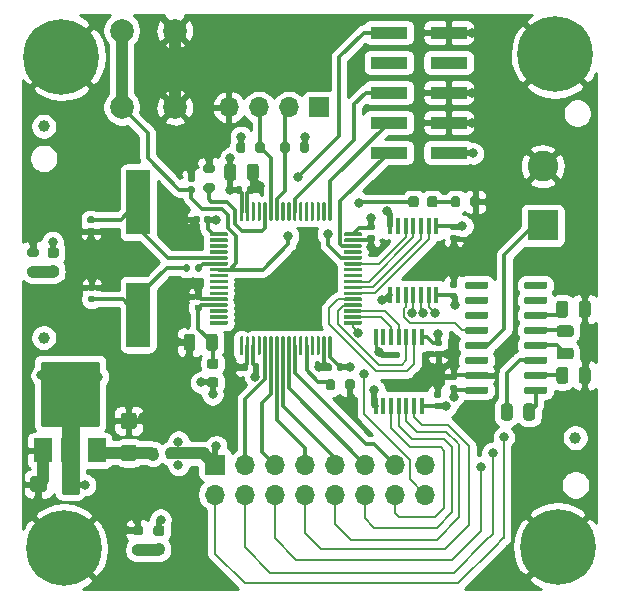
<source format=gbr>
%TF.GenerationSoftware,KiCad,Pcbnew,(5.1.9)-1*%
%TF.CreationDate,2021-11-15T23:12:41-03:00*%
%TF.ProjectId,RepeaterBoard,52657065-6174-4657-9242-6f6172642e6b,rev?*%
%TF.SameCoordinates,Original*%
%TF.FileFunction,Copper,L1,Top*%
%TF.FilePolarity,Positive*%
%FSLAX46Y46*%
G04 Gerber Fmt 4.6, Leading zero omitted, Abs format (unit mm)*
G04 Created by KiCad (PCBNEW (5.1.9)-1) date 2021-11-15 23:12:41*
%MOMM*%
%LPD*%
G01*
G04 APERTURE LIST*
%TA.AperFunction,SMDPad,CuDef*%
%ADD10R,0.450000X1.475000*%
%TD*%
%TA.AperFunction,SMDPad,CuDef*%
%ADD11R,3.150000X1.000000*%
%TD*%
%TA.AperFunction,ComponentPad*%
%ADD12C,2.600000*%
%TD*%
%TA.AperFunction,ComponentPad*%
%ADD13R,2.600000X2.600000*%
%TD*%
%TA.AperFunction,ComponentPad*%
%ADD14R,1.700000X1.700000*%
%TD*%
%TA.AperFunction,ComponentPad*%
%ADD15O,1.700000X1.700000*%
%TD*%
%TA.AperFunction,ComponentPad*%
%ADD16C,2.000000*%
%TD*%
%TA.AperFunction,SMDPad,CuDef*%
%ADD17R,3.800000X2.000000*%
%TD*%
%TA.AperFunction,SMDPad,CuDef*%
%ADD18R,1.500000X2.000000*%
%TD*%
%TA.AperFunction,ComponentPad*%
%ADD19C,0.800000*%
%TD*%
%TA.AperFunction,ComponentPad*%
%ADD20C,6.400000*%
%TD*%
%TA.AperFunction,SMDPad,CuDef*%
%ADD21C,1.000000*%
%TD*%
%TA.AperFunction,SMDPad,CuDef*%
%ADD22R,2.000000X5.500000*%
%TD*%
%TA.AperFunction,ViaPad*%
%ADD23C,0.800000*%
%TD*%
%TA.AperFunction,Conductor*%
%ADD24C,1.000000*%
%TD*%
%TA.AperFunction,Conductor*%
%ADD25C,0.300000*%
%TD*%
%TA.AperFunction,Conductor*%
%ADD26C,0.500000*%
%TD*%
%TA.AperFunction,Conductor*%
%ADD27C,0.250000*%
%TD*%
%TA.AperFunction,Conductor*%
%ADD28C,0.200000*%
%TD*%
%TA.AperFunction,Conductor*%
%ADD29C,0.254000*%
%TD*%
%TA.AperFunction,Conductor*%
%ADD30C,0.100000*%
%TD*%
%TA.AperFunction,Conductor*%
%ADD31C,0.400000*%
%TD*%
G04 APERTURE END LIST*
D10*
%TO.P,IC2,14*%
%TO.N,+5V*%
X68750000Y-50388000D03*
%TO.P,IC2,13*%
%TO.N,ANODE_C_5V*%
X68100000Y-50388000D03*
%TO.P,IC2,12*%
%TO.N,ANODE_B_5V*%
X67450000Y-50388000D03*
%TO.P,IC2,11*%
%TO.N,ANODE_A_5V*%
X66800000Y-50388000D03*
%TO.P,IC2,10*%
%TO.N,USART_RX_5V*%
X66150000Y-50388000D03*
%TO.P,IC2,9*%
%TO.N,Net-(IC2-Pad9)*%
X65500000Y-50388000D03*
%TO.P,IC2,8*%
%TO.N,+3V3*%
X64850000Y-50388000D03*
%TO.P,IC2,7*%
%TO.N,GND*%
X64850000Y-44512000D03*
%TO.P,IC2,6*%
%TO.N,Net-(IC2-Pad6)*%
X65500000Y-44512000D03*
%TO.P,IC2,5*%
%TO.N,USART1_RX*%
X66150000Y-44512000D03*
%TO.P,IC2,4*%
%TO.N,ANODE_A*%
X66800000Y-44512000D03*
%TO.P,IC2,3*%
%TO.N,ANODE_B*%
X67450000Y-44512000D03*
%TO.P,IC2,2*%
%TO.N,ANODE_C*%
X68100000Y-44512000D03*
%TO.P,IC2,1*%
%TO.N,+3V3*%
X68750000Y-44512000D03*
%TD*%
%TO.P,IC1,14*%
%TO.N,+5V*%
X67500000Y-59788000D03*
%TO.P,IC1,13*%
%TO.N,ANODE_D_5V*%
X66850000Y-59788000D03*
%TO.P,IC1,12*%
%TO.N,ANODE_E_5V*%
X66200000Y-59788000D03*
%TO.P,IC1,11*%
%TO.N,ANODE_F_5V*%
X65550000Y-59788000D03*
%TO.P,IC1,10*%
%TO.N,ANODE_G_5V*%
X64900000Y-59788000D03*
%TO.P,IC1,9*%
%TO.N,Net-(IC1-Pad9)*%
X64250000Y-59788000D03*
%TO.P,IC1,8*%
%TO.N,+3V3*%
X63600000Y-59788000D03*
%TO.P,IC1,7*%
%TO.N,GND*%
X63600000Y-53912000D03*
%TO.P,IC1,6*%
%TO.N,Net-(IC1-Pad6)*%
X64250000Y-53912000D03*
%TO.P,IC1,5*%
%TO.N,ANODE_G*%
X64900000Y-53912000D03*
%TO.P,IC1,4*%
%TO.N,ANODE_F*%
X65550000Y-53912000D03*
%TO.P,IC1,3*%
%TO.N,ANODE_E*%
X66200000Y-53912000D03*
%TO.P,IC1,2*%
%TO.N,ANODE_D*%
X66850000Y-53912000D03*
%TO.P,IC1,1*%
%TO.N,+3V3*%
X67500000Y-53912000D03*
%TD*%
D11*
%TO.P,J4,10*%
%TO.N,NRST*%
X64725000Y-28170000D03*
%TO.P,J4,9*%
%TO.N,GND*%
X69775000Y-28170000D03*
%TO.P,J4,8*%
%TO.N,Net-(J4-Pad8)*%
X64725000Y-30710000D03*
%TO.P,J4,7*%
%TO.N,Net-(J4-Pad7)*%
X69775000Y-30710000D03*
%TO.P,J4,6*%
%TO.N,SWO*%
X64725000Y-33250000D03*
%TO.P,J4,5*%
%TO.N,GND*%
X69775000Y-33250000D03*
%TO.P,J4,4*%
%TO.N,SWCLK*%
X64725000Y-35790000D03*
%TO.P,J4,3*%
%TO.N,GND*%
X69775000Y-35790000D03*
%TO.P,J4,2*%
%TO.N,SWDIO*%
X64725000Y-38330000D03*
%TO.P,J4,1*%
%TO.N,+3V3*%
X69775000Y-38330000D03*
%TD*%
%TO.P,R1,1*%
%TO.N,Net-(D1-Pad1)*%
%TA.AperFunction,SMDPad,CuDef*%
G36*
G01*
X43725000Y-72375000D02*
X43175000Y-72375000D01*
G75*
G02*
X42975000Y-72175000I0J200000D01*
G01*
X42975000Y-71775000D01*
G75*
G02*
X43175000Y-71575000I200000J0D01*
G01*
X43725000Y-71575000D01*
G75*
G02*
X43925000Y-71775000I0J-200000D01*
G01*
X43925000Y-72175000D01*
G75*
G02*
X43725000Y-72375000I-200000J0D01*
G01*
G37*
%TD.AperFunction*%
%TO.P,R1,2*%
%TO.N,GND*%
%TA.AperFunction,SMDPad,CuDef*%
G36*
G01*
X43725000Y-70725000D02*
X43175000Y-70725000D01*
G75*
G02*
X42975000Y-70525000I0J200000D01*
G01*
X42975000Y-70125000D01*
G75*
G02*
X43175000Y-69925000I200000J0D01*
G01*
X43725000Y-69925000D01*
G75*
G02*
X43925000Y-70125000I0J-200000D01*
G01*
X43925000Y-70525000D01*
G75*
G02*
X43725000Y-70725000I-200000J0D01*
G01*
G37*
%TD.AperFunction*%
%TD*%
%TO.P,D1,1*%
%TO.N,Net-(D1-Pad1)*%
%TA.AperFunction,SMDPad,CuDef*%
G36*
G01*
X45506250Y-72375000D02*
X44993750Y-72375000D01*
G75*
G02*
X44775000Y-72156250I0J218750D01*
G01*
X44775000Y-71718750D01*
G75*
G02*
X44993750Y-71500000I218750J0D01*
G01*
X45506250Y-71500000D01*
G75*
G02*
X45725000Y-71718750I0J-218750D01*
G01*
X45725000Y-72156250D01*
G75*
G02*
X45506250Y-72375000I-218750J0D01*
G01*
G37*
%TD.AperFunction*%
%TO.P,D1,2*%
%TO.N,+5V*%
%TA.AperFunction,SMDPad,CuDef*%
G36*
G01*
X45506250Y-70800000D02*
X44993750Y-70800000D01*
G75*
G02*
X44775000Y-70581250I0J218750D01*
G01*
X44775000Y-70143750D01*
G75*
G02*
X44993750Y-69925000I218750J0D01*
G01*
X45506250Y-69925000D01*
G75*
G02*
X45725000Y-70143750I0J-218750D01*
G01*
X45725000Y-70581250D01*
G75*
G02*
X45506250Y-70800000I-218750J0D01*
G01*
G37*
%TD.AperFunction*%
%TD*%
D12*
%TO.P,J1,2*%
%TO.N,GND*%
X77750000Y-39500000D03*
D13*
%TO.P,J1,1*%
%TO.N,RX_RS232*%
X77750000Y-44500000D03*
%TD*%
%TO.P,C2,2*%
%TO.N,GND*%
%TA.AperFunction,SMDPad,CuDef*%
G36*
G01*
X35750000Y-65974999D02*
X35750000Y-66825001D01*
G75*
G02*
X35500001Y-67075000I-249999J0D01*
G01*
X34599999Y-67075000D01*
G75*
G02*
X34350000Y-66825001I0J249999D01*
G01*
X34350000Y-65974999D01*
G75*
G02*
X34599999Y-65725000I249999J0D01*
G01*
X35500001Y-65725000D01*
G75*
G02*
X35750000Y-65974999I0J-249999D01*
G01*
G37*
%TD.AperFunction*%
%TO.P,C2,1*%
%TO.N,+3V3*%
%TA.AperFunction,SMDPad,CuDef*%
G36*
G01*
X38450000Y-65974999D02*
X38450000Y-66825001D01*
G75*
G02*
X38200001Y-67075000I-249999J0D01*
G01*
X37299999Y-67075000D01*
G75*
G02*
X37050000Y-66825001I0J249999D01*
G01*
X37050000Y-65974999D01*
G75*
G02*
X37299999Y-65725000I249999J0D01*
G01*
X38200001Y-65725000D01*
G75*
G02*
X38450000Y-65974999I0J-249999D01*
G01*
G37*
%TD.AperFunction*%
%TD*%
%TO.P,C1,2*%
%TO.N,GND*%
%TA.AperFunction,SMDPad,CuDef*%
G36*
G01*
X43125001Y-61750000D02*
X42274999Y-61750000D01*
G75*
G02*
X42025000Y-61500001I0J249999D01*
G01*
X42025000Y-60599999D01*
G75*
G02*
X42274999Y-60350000I249999J0D01*
G01*
X43125001Y-60350000D01*
G75*
G02*
X43375000Y-60599999I0J-249999D01*
G01*
X43375000Y-61500001D01*
G75*
G02*
X43125001Y-61750000I-249999J0D01*
G01*
G37*
%TD.AperFunction*%
%TO.P,C1,1*%
%TO.N,Net-(C1-Pad1)*%
%TA.AperFunction,SMDPad,CuDef*%
G36*
G01*
X43125001Y-64450000D02*
X42274999Y-64450000D01*
G75*
G02*
X42025000Y-64200001I0J249999D01*
G01*
X42025000Y-63299999D01*
G75*
G02*
X42274999Y-63050000I249999J0D01*
G01*
X43125001Y-63050000D01*
G75*
G02*
X43375000Y-63299999I0J-249999D01*
G01*
X43375000Y-64200001D01*
G75*
G02*
X43125001Y-64450000I-249999J0D01*
G01*
G37*
%TD.AperFunction*%
%TD*%
%TO.P,C3,1*%
%TO.N,+3V3*%
%TA.AperFunction,SMDPad,CuDef*%
G36*
G01*
X50800000Y-40475000D02*
X50800000Y-39525000D01*
G75*
G02*
X51050000Y-39275000I250000J0D01*
G01*
X51550000Y-39275000D01*
G75*
G02*
X51800000Y-39525000I0J-250000D01*
G01*
X51800000Y-40475000D01*
G75*
G02*
X51550000Y-40725000I-250000J0D01*
G01*
X51050000Y-40725000D01*
G75*
G02*
X50800000Y-40475000I0J250000D01*
G01*
G37*
%TD.AperFunction*%
%TO.P,C3,2*%
%TO.N,GND*%
%TA.AperFunction,SMDPad,CuDef*%
G36*
G01*
X52700000Y-40475000D02*
X52700000Y-39525000D01*
G75*
G02*
X52950000Y-39275000I250000J0D01*
G01*
X53450000Y-39275000D01*
G75*
G02*
X53700000Y-39525000I0J-250000D01*
G01*
X53700000Y-40475000D01*
G75*
G02*
X53450000Y-40725000I-250000J0D01*
G01*
X52950000Y-40725000D01*
G75*
G02*
X52700000Y-40475000I0J250000D01*
G01*
G37*
%TD.AperFunction*%
%TD*%
%TO.P,C4,1*%
%TO.N,+3V3*%
%TA.AperFunction,SMDPad,CuDef*%
G36*
G01*
X53760000Y-56330000D02*
X53760000Y-56670000D01*
G75*
G02*
X53620000Y-56810000I-140000J0D01*
G01*
X53340000Y-56810000D01*
G75*
G02*
X53200000Y-56670000I0J140000D01*
G01*
X53200000Y-56330000D01*
G75*
G02*
X53340000Y-56190000I140000J0D01*
G01*
X53620000Y-56190000D01*
G75*
G02*
X53760000Y-56330000I0J-140000D01*
G01*
G37*
%TD.AperFunction*%
%TO.P,C4,2*%
%TO.N,GND*%
%TA.AperFunction,SMDPad,CuDef*%
G36*
G01*
X52800000Y-56330000D02*
X52800000Y-56670000D01*
G75*
G02*
X52660000Y-56810000I-140000J0D01*
G01*
X52380000Y-56810000D01*
G75*
G02*
X52240000Y-56670000I0J140000D01*
G01*
X52240000Y-56330000D01*
G75*
G02*
X52380000Y-56190000I140000J0D01*
G01*
X52660000Y-56190000D01*
G75*
G02*
X52800000Y-56330000I0J-140000D01*
G01*
G37*
%TD.AperFunction*%
%TD*%
%TO.P,C5,2*%
%TO.N,GND*%
%TA.AperFunction,SMDPad,CuDef*%
G36*
G01*
X59900000Y-56330000D02*
X59900000Y-56670000D01*
G75*
G02*
X59760000Y-56810000I-140000J0D01*
G01*
X59480000Y-56810000D01*
G75*
G02*
X59340000Y-56670000I0J140000D01*
G01*
X59340000Y-56330000D01*
G75*
G02*
X59480000Y-56190000I140000J0D01*
G01*
X59760000Y-56190000D01*
G75*
G02*
X59900000Y-56330000I0J-140000D01*
G01*
G37*
%TD.AperFunction*%
%TO.P,C5,1*%
%TO.N,+3V3*%
%TA.AperFunction,SMDPad,CuDef*%
G36*
G01*
X60860000Y-56330000D02*
X60860000Y-56670000D01*
G75*
G02*
X60720000Y-56810000I-140000J0D01*
G01*
X60440000Y-56810000D01*
G75*
G02*
X60300000Y-56670000I0J140000D01*
G01*
X60300000Y-56330000D01*
G75*
G02*
X60440000Y-56190000I140000J0D01*
G01*
X60720000Y-56190000D01*
G75*
G02*
X60860000Y-56330000I0J-140000D01*
G01*
G37*
%TD.AperFunction*%
%TD*%
%TO.P,C6,2*%
%TO.N,GND*%
%TA.AperFunction,SMDPad,CuDef*%
G36*
G01*
X63030000Y-45300000D02*
X63370000Y-45300000D01*
G75*
G02*
X63510000Y-45440000I0J-140000D01*
G01*
X63510000Y-45720000D01*
G75*
G02*
X63370000Y-45860000I-140000J0D01*
G01*
X63030000Y-45860000D01*
G75*
G02*
X62890000Y-45720000I0J140000D01*
G01*
X62890000Y-45440000D01*
G75*
G02*
X63030000Y-45300000I140000J0D01*
G01*
G37*
%TD.AperFunction*%
%TO.P,C6,1*%
%TO.N,+3V3*%
%TA.AperFunction,SMDPad,CuDef*%
G36*
G01*
X63030000Y-44340000D02*
X63370000Y-44340000D01*
G75*
G02*
X63510000Y-44480000I0J-140000D01*
G01*
X63510000Y-44760000D01*
G75*
G02*
X63370000Y-44900000I-140000J0D01*
G01*
X63030000Y-44900000D01*
G75*
G02*
X62890000Y-44760000I0J140000D01*
G01*
X62890000Y-44480000D01*
G75*
G02*
X63030000Y-44340000I140000J0D01*
G01*
G37*
%TD.AperFunction*%
%TD*%
%TO.P,C7,1*%
%TO.N,+3V3*%
%TA.AperFunction,SMDPad,CuDef*%
G36*
G01*
X51740000Y-41670000D02*
X51740000Y-41330000D01*
G75*
G02*
X51880000Y-41190000I140000J0D01*
G01*
X52160000Y-41190000D01*
G75*
G02*
X52300000Y-41330000I0J-140000D01*
G01*
X52300000Y-41670000D01*
G75*
G02*
X52160000Y-41810000I-140000J0D01*
G01*
X51880000Y-41810000D01*
G75*
G02*
X51740000Y-41670000I0J140000D01*
G01*
G37*
%TD.AperFunction*%
%TO.P,C7,2*%
%TO.N,GND*%
%TA.AperFunction,SMDPad,CuDef*%
G36*
G01*
X52700000Y-41670000D02*
X52700000Y-41330000D01*
G75*
G02*
X52840000Y-41190000I140000J0D01*
G01*
X53120000Y-41190000D01*
G75*
G02*
X53260000Y-41330000I0J-140000D01*
G01*
X53260000Y-41670000D01*
G75*
G02*
X53120000Y-41810000I-140000J0D01*
G01*
X52840000Y-41810000D01*
G75*
G02*
X52700000Y-41670000I0J140000D01*
G01*
G37*
%TD.AperFunction*%
%TD*%
%TO.P,C8,1*%
%TO.N,+3V3*%
%TA.AperFunction,SMDPad,CuDef*%
G36*
G01*
X49660000Y-43830000D02*
X49660000Y-44170000D01*
G75*
G02*
X49520000Y-44310000I-140000J0D01*
G01*
X49240000Y-44310000D01*
G75*
G02*
X49100000Y-44170000I0J140000D01*
G01*
X49100000Y-43830000D01*
G75*
G02*
X49240000Y-43690000I140000J0D01*
G01*
X49520000Y-43690000D01*
G75*
G02*
X49660000Y-43830000I0J-140000D01*
G01*
G37*
%TD.AperFunction*%
%TO.P,C8,2*%
%TO.N,GND*%
%TA.AperFunction,SMDPad,CuDef*%
G36*
G01*
X48700000Y-43830000D02*
X48700000Y-44170000D01*
G75*
G02*
X48560000Y-44310000I-140000J0D01*
G01*
X48280000Y-44310000D01*
G75*
G02*
X48140000Y-44170000I0J140000D01*
G01*
X48140000Y-43830000D01*
G75*
G02*
X48280000Y-43690000I140000J0D01*
G01*
X48560000Y-43690000D01*
G75*
G02*
X48700000Y-43830000I0J-140000D01*
G01*
G37*
%TD.AperFunction*%
%TD*%
%TO.P,C9,2*%
%TO.N,GND*%
%TA.AperFunction,SMDPad,CuDef*%
G36*
G01*
X48350000Y-53925000D02*
X48350000Y-54875000D01*
G75*
G02*
X48100000Y-55125000I-250000J0D01*
G01*
X47600000Y-55125000D01*
G75*
G02*
X47350000Y-54875000I0J250000D01*
G01*
X47350000Y-53925000D01*
G75*
G02*
X47600000Y-53675000I250000J0D01*
G01*
X48100000Y-53675000D01*
G75*
G02*
X48350000Y-53925000I0J-250000D01*
G01*
G37*
%TD.AperFunction*%
%TO.P,C9,1*%
%TO.N,+3.3VA*%
%TA.AperFunction,SMDPad,CuDef*%
G36*
G01*
X50250000Y-53925000D02*
X50250000Y-54875000D01*
G75*
G02*
X50000000Y-55125000I-250000J0D01*
G01*
X49500000Y-55125000D01*
G75*
G02*
X49250000Y-54875000I0J250000D01*
G01*
X49250000Y-53925000D01*
G75*
G02*
X49500000Y-53675000I250000J0D01*
G01*
X50000000Y-53675000D01*
G75*
G02*
X50250000Y-53925000I0J-250000D01*
G01*
G37*
%TD.AperFunction*%
%TD*%
%TO.P,C10,2*%
%TO.N,GND*%
%TA.AperFunction,SMDPad,CuDef*%
G36*
G01*
X48770000Y-50800000D02*
X48430000Y-50800000D01*
G75*
G02*
X48290000Y-50660000I0J140000D01*
G01*
X48290000Y-50380000D01*
G75*
G02*
X48430000Y-50240000I140000J0D01*
G01*
X48770000Y-50240000D01*
G75*
G02*
X48910000Y-50380000I0J-140000D01*
G01*
X48910000Y-50660000D01*
G75*
G02*
X48770000Y-50800000I-140000J0D01*
G01*
G37*
%TD.AperFunction*%
%TO.P,C10,1*%
%TO.N,+3.3VA*%
%TA.AperFunction,SMDPad,CuDef*%
G36*
G01*
X48770000Y-51760000D02*
X48430000Y-51760000D01*
G75*
G02*
X48290000Y-51620000I0J140000D01*
G01*
X48290000Y-51340000D01*
G75*
G02*
X48430000Y-51200000I140000J0D01*
G01*
X48770000Y-51200000D01*
G75*
G02*
X48910000Y-51340000I0J-140000D01*
G01*
X48910000Y-51620000D01*
G75*
G02*
X48770000Y-51760000I-140000J0D01*
G01*
G37*
%TD.AperFunction*%
%TD*%
%TO.P,C11,1*%
%TO.N,+5V*%
%TA.AperFunction,SMDPad,CuDef*%
G36*
G01*
X70370000Y-58560000D02*
X70030000Y-58560000D01*
G75*
G02*
X69890000Y-58420000I0J140000D01*
G01*
X69890000Y-58140000D01*
G75*
G02*
X70030000Y-58000000I140000J0D01*
G01*
X70370000Y-58000000D01*
G75*
G02*
X70510000Y-58140000I0J-140000D01*
G01*
X70510000Y-58420000D01*
G75*
G02*
X70370000Y-58560000I-140000J0D01*
G01*
G37*
%TD.AperFunction*%
%TO.P,C11,2*%
%TO.N,GND*%
%TA.AperFunction,SMDPad,CuDef*%
G36*
G01*
X70370000Y-57600000D02*
X70030000Y-57600000D01*
G75*
G02*
X69890000Y-57460000I0J140000D01*
G01*
X69890000Y-57180000D01*
G75*
G02*
X70030000Y-57040000I140000J0D01*
G01*
X70370000Y-57040000D01*
G75*
G02*
X70510000Y-57180000I0J-140000D01*
G01*
X70510000Y-57460000D01*
G75*
G02*
X70370000Y-57600000I-140000J0D01*
G01*
G37*
%TD.AperFunction*%
%TD*%
%TO.P,C12,2*%
%TO.N,GND*%
%TA.AperFunction,SMDPad,CuDef*%
G36*
G01*
X39330000Y-44700000D02*
X39670000Y-44700000D01*
G75*
G02*
X39810000Y-44840000I0J-140000D01*
G01*
X39810000Y-45120000D01*
G75*
G02*
X39670000Y-45260000I-140000J0D01*
G01*
X39330000Y-45260000D01*
G75*
G02*
X39190000Y-45120000I0J140000D01*
G01*
X39190000Y-44840000D01*
G75*
G02*
X39330000Y-44700000I140000J0D01*
G01*
G37*
%TD.AperFunction*%
%TO.P,C12,1*%
%TO.N,OSC_IN*%
%TA.AperFunction,SMDPad,CuDef*%
G36*
G01*
X39330000Y-43740000D02*
X39670000Y-43740000D01*
G75*
G02*
X39810000Y-43880000I0J-140000D01*
G01*
X39810000Y-44160000D01*
G75*
G02*
X39670000Y-44300000I-140000J0D01*
G01*
X39330000Y-44300000D01*
G75*
G02*
X39190000Y-44160000I0J140000D01*
G01*
X39190000Y-43880000D01*
G75*
G02*
X39330000Y-43740000I140000J0D01*
G01*
G37*
%TD.AperFunction*%
%TD*%
%TO.P,C13,1*%
%TO.N,Net-(C13-Pad1)*%
%TA.AperFunction,SMDPad,CuDef*%
G36*
G01*
X39720000Y-51010000D02*
X39380000Y-51010000D01*
G75*
G02*
X39240000Y-50870000I0J140000D01*
G01*
X39240000Y-50590000D01*
G75*
G02*
X39380000Y-50450000I140000J0D01*
G01*
X39720000Y-50450000D01*
G75*
G02*
X39860000Y-50590000I0J-140000D01*
G01*
X39860000Y-50870000D01*
G75*
G02*
X39720000Y-51010000I-140000J0D01*
G01*
G37*
%TD.AperFunction*%
%TO.P,C13,2*%
%TO.N,GND*%
%TA.AperFunction,SMDPad,CuDef*%
G36*
G01*
X39720000Y-50050000D02*
X39380000Y-50050000D01*
G75*
G02*
X39240000Y-49910000I0J140000D01*
G01*
X39240000Y-49630000D01*
G75*
G02*
X39380000Y-49490000I140000J0D01*
G01*
X39720000Y-49490000D01*
G75*
G02*
X39860000Y-49630000I0J-140000D01*
G01*
X39860000Y-49910000D01*
G75*
G02*
X39720000Y-50050000I-140000J0D01*
G01*
G37*
%TD.AperFunction*%
%TD*%
%TO.P,C14,1*%
%TO.N,Net-(C14-Pad1)*%
%TA.AperFunction,SMDPad,CuDef*%
G36*
G01*
X77100000Y-59825000D02*
X77100000Y-60775000D01*
G75*
G02*
X76850000Y-61025000I-250000J0D01*
G01*
X76350000Y-61025000D01*
G75*
G02*
X76100000Y-60775000I0J250000D01*
G01*
X76100000Y-59825000D01*
G75*
G02*
X76350000Y-59575000I250000J0D01*
G01*
X76850000Y-59575000D01*
G75*
G02*
X77100000Y-59825000I0J-250000D01*
G01*
G37*
%TD.AperFunction*%
%TO.P,C14,2*%
%TO.N,Net-(C14-Pad2)*%
%TA.AperFunction,SMDPad,CuDef*%
G36*
G01*
X75200000Y-59825000D02*
X75200000Y-60775000D01*
G75*
G02*
X74950000Y-61025000I-250000J0D01*
G01*
X74450000Y-61025000D01*
G75*
G02*
X74200000Y-60775000I0J250000D01*
G01*
X74200000Y-59825000D01*
G75*
G02*
X74450000Y-59575000I250000J0D01*
G01*
X74950000Y-59575000D01*
G75*
G02*
X75200000Y-59825000I0J-250000D01*
G01*
G37*
%TD.AperFunction*%
%TD*%
%TO.P,C15,2*%
%TO.N,Net-(C15-Pad2)*%
%TA.AperFunction,SMDPad,CuDef*%
G36*
G01*
X80125000Y-53950000D02*
X79175000Y-53950000D01*
G75*
G02*
X78925000Y-53700000I0J250000D01*
G01*
X78925000Y-53200000D01*
G75*
G02*
X79175000Y-52950000I250000J0D01*
G01*
X80125000Y-52950000D01*
G75*
G02*
X80375000Y-53200000I0J-250000D01*
G01*
X80375000Y-53700000D01*
G75*
G02*
X80125000Y-53950000I-250000J0D01*
G01*
G37*
%TD.AperFunction*%
%TO.P,C15,1*%
%TO.N,Net-(C15-Pad1)*%
%TA.AperFunction,SMDPad,CuDef*%
G36*
G01*
X80125000Y-55850000D02*
X79175000Y-55850000D01*
G75*
G02*
X78925000Y-55600000I0J250000D01*
G01*
X78925000Y-55100000D01*
G75*
G02*
X79175000Y-54850000I250000J0D01*
G01*
X80125000Y-54850000D01*
G75*
G02*
X80375000Y-55100000I0J-250000D01*
G01*
X80375000Y-55600000D01*
G75*
G02*
X80125000Y-55850000I-250000J0D01*
G01*
G37*
%TD.AperFunction*%
%TD*%
%TO.P,C16,1*%
%TO.N,Net-(C16-Pad1)*%
%TA.AperFunction,SMDPad,CuDef*%
G36*
G01*
X78900000Y-57675000D02*
X78900000Y-56725000D01*
G75*
G02*
X79150000Y-56475000I250000J0D01*
G01*
X79650000Y-56475000D01*
G75*
G02*
X79900000Y-56725000I0J-250000D01*
G01*
X79900000Y-57675000D01*
G75*
G02*
X79650000Y-57925000I-250000J0D01*
G01*
X79150000Y-57925000D01*
G75*
G02*
X78900000Y-57675000I0J250000D01*
G01*
G37*
%TD.AperFunction*%
%TO.P,C16,2*%
%TO.N,GND*%
%TA.AperFunction,SMDPad,CuDef*%
G36*
G01*
X80800000Y-57675000D02*
X80800000Y-56725000D01*
G75*
G02*
X81050000Y-56475000I250000J0D01*
G01*
X81550000Y-56475000D01*
G75*
G02*
X81800000Y-56725000I0J-250000D01*
G01*
X81800000Y-57675000D01*
G75*
G02*
X81550000Y-57925000I-250000J0D01*
G01*
X81050000Y-57925000D01*
G75*
G02*
X80800000Y-57675000I0J250000D01*
G01*
G37*
%TD.AperFunction*%
%TD*%
%TO.P,C17,2*%
%TO.N,GND*%
%TA.AperFunction,SMDPad,CuDef*%
G36*
G01*
X80800000Y-52075000D02*
X80800000Y-51125000D01*
G75*
G02*
X81050000Y-50875000I250000J0D01*
G01*
X81550000Y-50875000D01*
G75*
G02*
X81800000Y-51125000I0J-250000D01*
G01*
X81800000Y-52075000D01*
G75*
G02*
X81550000Y-52325000I-250000J0D01*
G01*
X81050000Y-52325000D01*
G75*
G02*
X80800000Y-52075000I0J250000D01*
G01*
G37*
%TD.AperFunction*%
%TO.P,C17,1*%
%TO.N,Net-(C17-Pad1)*%
%TA.AperFunction,SMDPad,CuDef*%
G36*
G01*
X78900000Y-52075000D02*
X78900000Y-51125000D01*
G75*
G02*
X79150000Y-50875000I250000J0D01*
G01*
X79650000Y-50875000D01*
G75*
G02*
X79900000Y-51125000I0J-250000D01*
G01*
X79900000Y-52075000D01*
G75*
G02*
X79650000Y-52325000I-250000J0D01*
G01*
X79150000Y-52325000D01*
G75*
G02*
X78900000Y-52075000I0J250000D01*
G01*
G37*
%TD.AperFunction*%
%TD*%
%TO.P,C18,2*%
%TO.N,GND*%
%TA.AperFunction,SMDPad,CuDef*%
G36*
G01*
X48170000Y-40800000D02*
X47830000Y-40800000D01*
G75*
G02*
X47690000Y-40660000I0J140000D01*
G01*
X47690000Y-40380000D01*
G75*
G02*
X47830000Y-40240000I140000J0D01*
G01*
X48170000Y-40240000D01*
G75*
G02*
X48310000Y-40380000I0J-140000D01*
G01*
X48310000Y-40660000D01*
G75*
G02*
X48170000Y-40800000I-140000J0D01*
G01*
G37*
%TD.AperFunction*%
%TO.P,C18,1*%
%TO.N,NRST*%
%TA.AperFunction,SMDPad,CuDef*%
G36*
G01*
X48170000Y-41760000D02*
X47830000Y-41760000D01*
G75*
G02*
X47690000Y-41620000I0J140000D01*
G01*
X47690000Y-41340000D01*
G75*
G02*
X47830000Y-41200000I140000J0D01*
G01*
X48170000Y-41200000D01*
G75*
G02*
X48310000Y-41340000I0J-140000D01*
G01*
X48310000Y-41620000D01*
G75*
G02*
X48170000Y-41760000I-140000J0D01*
G01*
G37*
%TD.AperFunction*%
%TD*%
%TO.P,D2,1*%
%TO.N,Net-(D2-Pad1)*%
%TA.AperFunction,SMDPad,CuDef*%
G36*
G01*
X36556250Y-48825000D02*
X36043750Y-48825000D01*
G75*
G02*
X35825000Y-48606250I0J218750D01*
G01*
X35825000Y-48168750D01*
G75*
G02*
X36043750Y-47950000I218750J0D01*
G01*
X36556250Y-47950000D01*
G75*
G02*
X36775000Y-48168750I0J-218750D01*
G01*
X36775000Y-48606250D01*
G75*
G02*
X36556250Y-48825000I-218750J0D01*
G01*
G37*
%TD.AperFunction*%
%TO.P,D2,2*%
%TO.N,+3V3*%
%TA.AperFunction,SMDPad,CuDef*%
G36*
G01*
X36556250Y-47250000D02*
X36043750Y-47250000D01*
G75*
G02*
X35825000Y-47031250I0J218750D01*
G01*
X35825000Y-46593750D01*
G75*
G02*
X36043750Y-46375000I218750J0D01*
G01*
X36556250Y-46375000D01*
G75*
G02*
X36775000Y-46593750I0J-218750D01*
G01*
X36775000Y-47031250D01*
G75*
G02*
X36556250Y-47250000I-218750J0D01*
G01*
G37*
%TD.AperFunction*%
%TD*%
%TO.P,D3,1*%
%TO.N,Net-(D3-Pad1)*%
%TA.AperFunction,SMDPad,CuDef*%
G36*
G01*
X68825000Y-42243750D02*
X68825000Y-42756250D01*
G75*
G02*
X68606250Y-42975000I-218750J0D01*
G01*
X68168750Y-42975000D01*
G75*
G02*
X67950000Y-42756250I0J218750D01*
G01*
X67950000Y-42243750D01*
G75*
G02*
X68168750Y-42025000I218750J0D01*
G01*
X68606250Y-42025000D01*
G75*
G02*
X68825000Y-42243750I0J-218750D01*
G01*
G37*
%TD.AperFunction*%
%TO.P,D3,2*%
%TO.N,STATUS*%
%TA.AperFunction,SMDPad,CuDef*%
G36*
G01*
X67250000Y-42243750D02*
X67250000Y-42756250D01*
G75*
G02*
X67031250Y-42975000I-218750J0D01*
G01*
X66593750Y-42975000D01*
G75*
G02*
X66375000Y-42756250I0J218750D01*
G01*
X66375000Y-42243750D01*
G75*
G02*
X66593750Y-42025000I218750J0D01*
G01*
X67031250Y-42025000D01*
G75*
G02*
X67250000Y-42243750I0J-218750D01*
G01*
G37*
%TD.AperFunction*%
%TD*%
D14*
%TO.P,J2,1*%
%TO.N,+3V3*%
X58800000Y-34500000D03*
D15*
%TO.P,J2,2*%
%TO.N,I2C1_SCL*%
X56260000Y-34500000D03*
%TO.P,J2,3*%
%TO.N,I2C1_SDA*%
X53720000Y-34500000D03*
%TO.P,J2,4*%
%TO.N,GND*%
X51180000Y-34500000D03*
%TD*%
D14*
%TO.P,J3,1*%
%TO.N,+5V*%
X50000000Y-64750000D03*
D15*
%TO.P,J3,2*%
%TO.N,ANODE_C_5V*%
X50000000Y-67290000D03*
%TO.P,J3,3*%
%TO.N,DIGIT_1*%
X52540000Y-64750000D03*
%TO.P,J3,4*%
%TO.N,ANODE_B_5V*%
X52540000Y-67290000D03*
%TO.P,J3,5*%
%TO.N,DIGIT_2*%
X55080000Y-64750000D03*
%TO.P,J3,6*%
%TO.N,ANODE_A_5V*%
X55080000Y-67290000D03*
%TO.P,J3,7*%
%TO.N,DIGIT_3*%
X57620000Y-64750000D03*
%TO.P,J3,8*%
%TO.N,ANODE_D_5V*%
X57620000Y-67290000D03*
%TO.P,J3,9*%
%TO.N,DIGIT_4*%
X60160000Y-64750000D03*
%TO.P,J3,10*%
%TO.N,ANODE_E_5V*%
X60160000Y-67290000D03*
%TO.P,J3,11*%
%TO.N,DIGIT_5*%
X62700000Y-64750000D03*
%TO.P,J3,12*%
%TO.N,ANODE_F_5V*%
X62700000Y-67290000D03*
%TO.P,J3,13*%
%TO.N,DIGIT_6*%
X65240000Y-64750000D03*
%TO.P,J3,14*%
%TO.N,ANODE_G_5V*%
X65240000Y-67290000D03*
%TO.P,J3,15*%
%TO.N,GND*%
X67780000Y-64750000D03*
%TO.P,J3,16*%
%TO.N,ANODE_DP*%
X67780000Y-67290000D03*
%TD*%
%TO.P,R2,1*%
%TO.N,Net-(D2-Pad1)*%
%TA.AperFunction,SMDPad,CuDef*%
G36*
G01*
X34875000Y-48825000D02*
X34325000Y-48825000D01*
G75*
G02*
X34125000Y-48625000I0J200000D01*
G01*
X34125000Y-48225000D01*
G75*
G02*
X34325000Y-48025000I200000J0D01*
G01*
X34875000Y-48025000D01*
G75*
G02*
X35075000Y-48225000I0J-200000D01*
G01*
X35075000Y-48625000D01*
G75*
G02*
X34875000Y-48825000I-200000J0D01*
G01*
G37*
%TD.AperFunction*%
%TO.P,R2,2*%
%TO.N,GND*%
%TA.AperFunction,SMDPad,CuDef*%
G36*
G01*
X34875000Y-47175000D02*
X34325000Y-47175000D01*
G75*
G02*
X34125000Y-46975000I0J200000D01*
G01*
X34125000Y-46575000D01*
G75*
G02*
X34325000Y-46375000I200000J0D01*
G01*
X34875000Y-46375000D01*
G75*
G02*
X35075000Y-46575000I0J-200000D01*
G01*
X35075000Y-46975000D01*
G75*
G02*
X34875000Y-47175000I-200000J0D01*
G01*
G37*
%TD.AperFunction*%
%TD*%
%TO.P,R3,1*%
%TO.N,OSC_OUT*%
%TA.AperFunction,SMDPad,CuDef*%
G36*
G01*
X48880000Y-47915000D02*
X48880000Y-48285000D01*
G75*
G02*
X48745000Y-48420000I-135000J0D01*
G01*
X48475000Y-48420000D01*
G75*
G02*
X48340000Y-48285000I0J135000D01*
G01*
X48340000Y-47915000D01*
G75*
G02*
X48475000Y-47780000I135000J0D01*
G01*
X48745000Y-47780000D01*
G75*
G02*
X48880000Y-47915000I0J-135000D01*
G01*
G37*
%TD.AperFunction*%
%TO.P,R3,2*%
%TO.N,Net-(C13-Pad1)*%
%TA.AperFunction,SMDPad,CuDef*%
G36*
G01*
X47860000Y-47915000D02*
X47860000Y-48285000D01*
G75*
G02*
X47725000Y-48420000I-135000J0D01*
G01*
X47455000Y-48420000D01*
G75*
G02*
X47320000Y-48285000I0J135000D01*
G01*
X47320000Y-47915000D01*
G75*
G02*
X47455000Y-47780000I135000J0D01*
G01*
X47725000Y-47780000D01*
G75*
G02*
X47860000Y-47915000I0J-135000D01*
G01*
G37*
%TD.AperFunction*%
%TD*%
%TO.P,R4,1*%
%TO.N,+3V3*%
%TA.AperFunction,SMDPad,CuDef*%
G36*
G01*
X57975000Y-37625000D02*
X57975000Y-38175000D01*
G75*
G02*
X57775000Y-38375000I-200000J0D01*
G01*
X57375000Y-38375000D01*
G75*
G02*
X57175000Y-38175000I0J200000D01*
G01*
X57175000Y-37625000D01*
G75*
G02*
X57375000Y-37425000I200000J0D01*
G01*
X57775000Y-37425000D01*
G75*
G02*
X57975000Y-37625000I0J-200000D01*
G01*
G37*
%TD.AperFunction*%
%TO.P,R4,2*%
%TO.N,I2C1_SCL*%
%TA.AperFunction,SMDPad,CuDef*%
G36*
G01*
X56325000Y-37625000D02*
X56325000Y-38175000D01*
G75*
G02*
X56125000Y-38375000I-200000J0D01*
G01*
X55725000Y-38375000D01*
G75*
G02*
X55525000Y-38175000I0J200000D01*
G01*
X55525000Y-37625000D01*
G75*
G02*
X55725000Y-37425000I200000J0D01*
G01*
X56125000Y-37425000D01*
G75*
G02*
X56325000Y-37625000I0J-200000D01*
G01*
G37*
%TD.AperFunction*%
%TD*%
%TO.P,R5,2*%
%TO.N,I2C1_SDA*%
%TA.AperFunction,SMDPad,CuDef*%
G36*
G01*
X53425000Y-38175000D02*
X53425000Y-37625000D01*
G75*
G02*
X53625000Y-37425000I200000J0D01*
G01*
X54025000Y-37425000D01*
G75*
G02*
X54225000Y-37625000I0J-200000D01*
G01*
X54225000Y-38175000D01*
G75*
G02*
X54025000Y-38375000I-200000J0D01*
G01*
X53625000Y-38375000D01*
G75*
G02*
X53425000Y-38175000I0J200000D01*
G01*
G37*
%TD.AperFunction*%
%TO.P,R5,1*%
%TO.N,+3V3*%
%TA.AperFunction,SMDPad,CuDef*%
G36*
G01*
X51775000Y-38175000D02*
X51775000Y-37625000D01*
G75*
G02*
X51975000Y-37425000I200000J0D01*
G01*
X52375000Y-37425000D01*
G75*
G02*
X52575000Y-37625000I0J-200000D01*
G01*
X52575000Y-38175000D01*
G75*
G02*
X52375000Y-38375000I-200000J0D01*
G01*
X51975000Y-38375000D01*
G75*
G02*
X51775000Y-38175000I0J200000D01*
G01*
G37*
%TD.AperFunction*%
%TD*%
%TO.P,R6,1*%
%TO.N,BOOT0*%
%TA.AperFunction,SMDPad,CuDef*%
G36*
G01*
X49775000Y-41725000D02*
X49225000Y-41725000D01*
G75*
G02*
X49025000Y-41525000I0J200000D01*
G01*
X49025000Y-41125000D01*
G75*
G02*
X49225000Y-40925000I200000J0D01*
G01*
X49775000Y-40925000D01*
G75*
G02*
X49975000Y-41125000I0J-200000D01*
G01*
X49975000Y-41525000D01*
G75*
G02*
X49775000Y-41725000I-200000J0D01*
G01*
G37*
%TD.AperFunction*%
%TO.P,R6,2*%
%TO.N,GND*%
%TA.AperFunction,SMDPad,CuDef*%
G36*
G01*
X49775000Y-40075000D02*
X49225000Y-40075000D01*
G75*
G02*
X49025000Y-39875000I0J200000D01*
G01*
X49025000Y-39475000D01*
G75*
G02*
X49225000Y-39275000I200000J0D01*
G01*
X49775000Y-39275000D01*
G75*
G02*
X49975000Y-39475000I0J-200000D01*
G01*
X49975000Y-39875000D01*
G75*
G02*
X49775000Y-40075000I-200000J0D01*
G01*
G37*
%TD.AperFunction*%
%TD*%
%TO.P,R7,2*%
%TO.N,GND*%
%TA.AperFunction,SMDPad,CuDef*%
G36*
G01*
X61025000Y-58275000D02*
X61025000Y-57725000D01*
G75*
G02*
X61225000Y-57525000I200000J0D01*
G01*
X61625000Y-57525000D01*
G75*
G02*
X61825000Y-57725000I0J-200000D01*
G01*
X61825000Y-58275000D01*
G75*
G02*
X61625000Y-58475000I-200000J0D01*
G01*
X61225000Y-58475000D01*
G75*
G02*
X61025000Y-58275000I0J200000D01*
G01*
G37*
%TD.AperFunction*%
%TO.P,R7,1*%
%TO.N,BOOT1*%
%TA.AperFunction,SMDPad,CuDef*%
G36*
G01*
X59375000Y-58275000D02*
X59375000Y-57725000D01*
G75*
G02*
X59575000Y-57525000I200000J0D01*
G01*
X59975000Y-57525000D01*
G75*
G02*
X60175000Y-57725000I0J-200000D01*
G01*
X60175000Y-58275000D01*
G75*
G02*
X59975000Y-58475000I-200000J0D01*
G01*
X59575000Y-58475000D01*
G75*
G02*
X59375000Y-58275000I0J200000D01*
G01*
G37*
%TD.AperFunction*%
%TD*%
%TO.P,R8,1*%
%TO.N,Net-(D3-Pad1)*%
%TA.AperFunction,SMDPad,CuDef*%
G36*
G01*
X69975000Y-42775000D02*
X69975000Y-42225000D01*
G75*
G02*
X70175000Y-42025000I200000J0D01*
G01*
X70575000Y-42025000D01*
G75*
G02*
X70775000Y-42225000I0J-200000D01*
G01*
X70775000Y-42775000D01*
G75*
G02*
X70575000Y-42975000I-200000J0D01*
G01*
X70175000Y-42975000D01*
G75*
G02*
X69975000Y-42775000I0J200000D01*
G01*
G37*
%TD.AperFunction*%
%TO.P,R8,2*%
%TO.N,GND*%
%TA.AperFunction,SMDPad,CuDef*%
G36*
G01*
X71625000Y-42775000D02*
X71625000Y-42225000D01*
G75*
G02*
X71825000Y-42025000I200000J0D01*
G01*
X72225000Y-42025000D01*
G75*
G02*
X72425000Y-42225000I0J-200000D01*
G01*
X72425000Y-42775000D01*
G75*
G02*
X72225000Y-42975000I-200000J0D01*
G01*
X71825000Y-42975000D01*
G75*
G02*
X71625000Y-42775000I0J200000D01*
G01*
G37*
%TD.AperFunction*%
%TD*%
D16*
%TO.P,SW1,2*%
%TO.N,GND*%
X46600000Y-34500000D03*
%TO.P,SW1,1*%
%TO.N,NRST*%
X42100000Y-34500000D03*
%TO.P,SW1,2*%
%TO.N,GND*%
X46600000Y-28000000D03*
%TO.P,SW1,1*%
%TO.N,NRST*%
X42100000Y-28000000D03*
%TD*%
D17*
%TO.P,U1,2*%
%TO.N,+3V3*%
X37700000Y-57250000D03*
D18*
X37700000Y-63550000D03*
%TO.P,U1,3*%
%TO.N,Net-(C1-Pad1)*%
X40000000Y-63550000D03*
%TO.P,U1,1*%
%TO.N,GND*%
X35400000Y-63550000D03*
%TD*%
%TO.P,U2,15*%
%TO.N,GND*%
%TA.AperFunction,SMDPad,CuDef*%
G36*
G01*
X73150000Y-57025000D02*
X73150000Y-57325000D01*
G75*
G02*
X73000000Y-57475000I-150000J0D01*
G01*
X71300000Y-57475000D01*
G75*
G02*
X71150000Y-57325000I0J150000D01*
G01*
X71150000Y-57025000D01*
G75*
G02*
X71300000Y-56875000I150000J0D01*
G01*
X73000000Y-56875000D01*
G75*
G02*
X73150000Y-57025000I0J-150000D01*
G01*
G37*
%TD.AperFunction*%
%TO.P,U2,14*%
%TO.N,Net-(U2-Pad14)*%
%TA.AperFunction,SMDPad,CuDef*%
G36*
G01*
X73150000Y-55755000D02*
X73150000Y-56055000D01*
G75*
G02*
X73000000Y-56205000I-150000J0D01*
G01*
X71300000Y-56205000D01*
G75*
G02*
X71150000Y-56055000I0J150000D01*
G01*
X71150000Y-55755000D01*
G75*
G02*
X71300000Y-55605000I150000J0D01*
G01*
X73000000Y-55605000D01*
G75*
G02*
X73150000Y-55755000I0J-150000D01*
G01*
G37*
%TD.AperFunction*%
%TO.P,U2,9*%
%TO.N,Net-(U2-Pad9)*%
%TA.AperFunction,SMDPad,CuDef*%
G36*
G01*
X73150000Y-49405000D02*
X73150000Y-49705000D01*
G75*
G02*
X73000000Y-49855000I-150000J0D01*
G01*
X71300000Y-49855000D01*
G75*
G02*
X71150000Y-49705000I0J150000D01*
G01*
X71150000Y-49405000D01*
G75*
G02*
X71300000Y-49255000I150000J0D01*
G01*
X73000000Y-49255000D01*
G75*
G02*
X73150000Y-49405000I0J-150000D01*
G01*
G37*
%TD.AperFunction*%
%TO.P,U2,7*%
%TO.N,Net-(U2-Pad7)*%
%TA.AperFunction,SMDPad,CuDef*%
G36*
G01*
X78150000Y-50675000D02*
X78150000Y-50975000D01*
G75*
G02*
X78000000Y-51125000I-150000J0D01*
G01*
X76300000Y-51125000D01*
G75*
G02*
X76150000Y-50975000I0J150000D01*
G01*
X76150000Y-50675000D01*
G75*
G02*
X76300000Y-50525000I150000J0D01*
G01*
X78000000Y-50525000D01*
G75*
G02*
X78150000Y-50675000I0J-150000D01*
G01*
G37*
%TD.AperFunction*%
%TO.P,U2,1*%
%TO.N,Net-(C14-Pad1)*%
%TA.AperFunction,SMDPad,CuDef*%
G36*
G01*
X78150000Y-58295000D02*
X78150000Y-58595000D01*
G75*
G02*
X78000000Y-58745000I-150000J0D01*
G01*
X76300000Y-58745000D01*
G75*
G02*
X76150000Y-58595000I0J150000D01*
G01*
X76150000Y-58295000D01*
G75*
G02*
X76300000Y-58145000I150000J0D01*
G01*
X78000000Y-58145000D01*
G75*
G02*
X78150000Y-58295000I0J-150000D01*
G01*
G37*
%TD.AperFunction*%
%TO.P,U2,3*%
%TO.N,Net-(C14-Pad2)*%
%TA.AperFunction,SMDPad,CuDef*%
G36*
G01*
X78150000Y-55755000D02*
X78150000Y-56055000D01*
G75*
G02*
X78000000Y-56205000I-150000J0D01*
G01*
X76300000Y-56205000D01*
G75*
G02*
X76150000Y-56055000I0J150000D01*
G01*
X76150000Y-55755000D01*
G75*
G02*
X76300000Y-55605000I150000J0D01*
G01*
X78000000Y-55605000D01*
G75*
G02*
X78150000Y-55755000I0J-150000D01*
G01*
G37*
%TD.AperFunction*%
%TO.P,U2,5*%
%TO.N,Net-(C15-Pad2)*%
%TA.AperFunction,SMDPad,CuDef*%
G36*
G01*
X78150000Y-53215000D02*
X78150000Y-53515000D01*
G75*
G02*
X78000000Y-53665000I-150000J0D01*
G01*
X76300000Y-53665000D01*
G75*
G02*
X76150000Y-53515000I0J150000D01*
G01*
X76150000Y-53215000D01*
G75*
G02*
X76300000Y-53065000I150000J0D01*
G01*
X78000000Y-53065000D01*
G75*
G02*
X78150000Y-53215000I0J-150000D01*
G01*
G37*
%TD.AperFunction*%
%TO.P,U2,4*%
%TO.N,Net-(C15-Pad1)*%
%TA.AperFunction,SMDPad,CuDef*%
G36*
G01*
X78150000Y-54485000D02*
X78150000Y-54785000D01*
G75*
G02*
X78000000Y-54935000I-150000J0D01*
G01*
X76300000Y-54935000D01*
G75*
G02*
X76150000Y-54785000I0J150000D01*
G01*
X76150000Y-54485000D01*
G75*
G02*
X76300000Y-54335000I150000J0D01*
G01*
X78000000Y-54335000D01*
G75*
G02*
X78150000Y-54485000I0J-150000D01*
G01*
G37*
%TD.AperFunction*%
%TO.P,U2,16*%
%TO.N,+5V*%
%TA.AperFunction,SMDPad,CuDef*%
G36*
G01*
X73150000Y-58295000D02*
X73150000Y-58595000D01*
G75*
G02*
X73000000Y-58745000I-150000J0D01*
G01*
X71300000Y-58745000D01*
G75*
G02*
X71150000Y-58595000I0J150000D01*
G01*
X71150000Y-58295000D01*
G75*
G02*
X71300000Y-58145000I150000J0D01*
G01*
X73000000Y-58145000D01*
G75*
G02*
X73150000Y-58295000I0J-150000D01*
G01*
G37*
%TD.AperFunction*%
%TO.P,U2,13*%
%TO.N,RX_RS232*%
%TA.AperFunction,SMDPad,CuDef*%
G36*
G01*
X73150000Y-54485000D02*
X73150000Y-54785000D01*
G75*
G02*
X73000000Y-54935000I-150000J0D01*
G01*
X71300000Y-54935000D01*
G75*
G02*
X71150000Y-54785000I0J150000D01*
G01*
X71150000Y-54485000D01*
G75*
G02*
X71300000Y-54335000I150000J0D01*
G01*
X73000000Y-54335000D01*
G75*
G02*
X73150000Y-54485000I0J-150000D01*
G01*
G37*
%TD.AperFunction*%
%TO.P,U2,8*%
%TO.N,Net-(U2-Pad8)*%
%TA.AperFunction,SMDPad,CuDef*%
G36*
G01*
X78150000Y-49405000D02*
X78150000Y-49705000D01*
G75*
G02*
X78000000Y-49855000I-150000J0D01*
G01*
X76300000Y-49855000D01*
G75*
G02*
X76150000Y-49705000I0J150000D01*
G01*
X76150000Y-49405000D01*
G75*
G02*
X76300000Y-49255000I150000J0D01*
G01*
X78000000Y-49255000D01*
G75*
G02*
X78150000Y-49405000I0J-150000D01*
G01*
G37*
%TD.AperFunction*%
%TO.P,U2,12*%
%TO.N,USART_RX_5V*%
%TA.AperFunction,SMDPad,CuDef*%
G36*
G01*
X73150000Y-53215000D02*
X73150000Y-53515000D01*
G75*
G02*
X73000000Y-53665000I-150000J0D01*
G01*
X71300000Y-53665000D01*
G75*
G02*
X71150000Y-53515000I0J150000D01*
G01*
X71150000Y-53215000D01*
G75*
G02*
X71300000Y-53065000I150000J0D01*
G01*
X73000000Y-53065000D01*
G75*
G02*
X73150000Y-53215000I0J-150000D01*
G01*
G37*
%TD.AperFunction*%
%TO.P,U2,10*%
%TO.N,Net-(U2-Pad10)*%
%TA.AperFunction,SMDPad,CuDef*%
G36*
G01*
X73150000Y-50675000D02*
X73150000Y-50975000D01*
G75*
G02*
X73000000Y-51125000I-150000J0D01*
G01*
X71300000Y-51125000D01*
G75*
G02*
X71150000Y-50975000I0J150000D01*
G01*
X71150000Y-50675000D01*
G75*
G02*
X71300000Y-50525000I150000J0D01*
G01*
X73000000Y-50525000D01*
G75*
G02*
X73150000Y-50675000I0J-150000D01*
G01*
G37*
%TD.AperFunction*%
%TO.P,U2,11*%
%TO.N,Net-(U2-Pad11)*%
%TA.AperFunction,SMDPad,CuDef*%
G36*
G01*
X73150000Y-51945000D02*
X73150000Y-52245000D01*
G75*
G02*
X73000000Y-52395000I-150000J0D01*
G01*
X71300000Y-52395000D01*
G75*
G02*
X71150000Y-52245000I0J150000D01*
G01*
X71150000Y-51945000D01*
G75*
G02*
X71300000Y-51795000I150000J0D01*
G01*
X73000000Y-51795000D01*
G75*
G02*
X73150000Y-51945000I0J-150000D01*
G01*
G37*
%TD.AperFunction*%
%TO.P,U2,2*%
%TO.N,Net-(C16-Pad1)*%
%TA.AperFunction,SMDPad,CuDef*%
G36*
G01*
X78150000Y-57025000D02*
X78150000Y-57325000D01*
G75*
G02*
X78000000Y-57475000I-150000J0D01*
G01*
X76300000Y-57475000D01*
G75*
G02*
X76150000Y-57325000I0J150000D01*
G01*
X76150000Y-57025000D01*
G75*
G02*
X76300000Y-56875000I150000J0D01*
G01*
X78000000Y-56875000D01*
G75*
G02*
X78150000Y-57025000I0J-150000D01*
G01*
G37*
%TD.AperFunction*%
%TO.P,U2,6*%
%TO.N,Net-(C17-Pad1)*%
%TA.AperFunction,SMDPad,CuDef*%
G36*
G01*
X78150000Y-51945000D02*
X78150000Y-52245000D01*
G75*
G02*
X78000000Y-52395000I-150000J0D01*
G01*
X76300000Y-52395000D01*
G75*
G02*
X76150000Y-52245000I0J150000D01*
G01*
X76150000Y-51945000D01*
G75*
G02*
X76300000Y-51795000I150000J0D01*
G01*
X78000000Y-51795000D01*
G75*
G02*
X78150000Y-51945000I0J-150000D01*
G01*
G37*
%TD.AperFunction*%
%TD*%
%TO.P,U3,1*%
%TO.N,+3V3*%
%TA.AperFunction,SMDPad,CuDef*%
G36*
G01*
X49550000Y-45325000D02*
X49550000Y-45175000D01*
G75*
G02*
X49625000Y-45100000I75000J0D01*
G01*
X51025000Y-45100000D01*
G75*
G02*
X51100000Y-45175000I0J-75000D01*
G01*
X51100000Y-45325000D01*
G75*
G02*
X51025000Y-45400000I-75000J0D01*
G01*
X49625000Y-45400000D01*
G75*
G02*
X49550000Y-45325000I0J75000D01*
G01*
G37*
%TD.AperFunction*%
%TO.P,U3,2*%
%TO.N,Net-(U3-Pad2)*%
%TA.AperFunction,SMDPad,CuDef*%
G36*
G01*
X49550000Y-45825000D02*
X49550000Y-45675000D01*
G75*
G02*
X49625000Y-45600000I75000J0D01*
G01*
X51025000Y-45600000D01*
G75*
G02*
X51100000Y-45675000I0J-75000D01*
G01*
X51100000Y-45825000D01*
G75*
G02*
X51025000Y-45900000I-75000J0D01*
G01*
X49625000Y-45900000D01*
G75*
G02*
X49550000Y-45825000I0J75000D01*
G01*
G37*
%TD.AperFunction*%
%TO.P,U3,3*%
%TO.N,Net-(U3-Pad3)*%
%TA.AperFunction,SMDPad,CuDef*%
G36*
G01*
X49550000Y-46325000D02*
X49550000Y-46175000D01*
G75*
G02*
X49625000Y-46100000I75000J0D01*
G01*
X51025000Y-46100000D01*
G75*
G02*
X51100000Y-46175000I0J-75000D01*
G01*
X51100000Y-46325000D01*
G75*
G02*
X51025000Y-46400000I-75000J0D01*
G01*
X49625000Y-46400000D01*
G75*
G02*
X49550000Y-46325000I0J75000D01*
G01*
G37*
%TD.AperFunction*%
%TO.P,U3,4*%
%TO.N,Net-(U3-Pad4)*%
%TA.AperFunction,SMDPad,CuDef*%
G36*
G01*
X49550000Y-46825000D02*
X49550000Y-46675000D01*
G75*
G02*
X49625000Y-46600000I75000J0D01*
G01*
X51025000Y-46600000D01*
G75*
G02*
X51100000Y-46675000I0J-75000D01*
G01*
X51100000Y-46825000D01*
G75*
G02*
X51025000Y-46900000I-75000J0D01*
G01*
X49625000Y-46900000D01*
G75*
G02*
X49550000Y-46825000I0J75000D01*
G01*
G37*
%TD.AperFunction*%
%TO.P,U3,5*%
%TO.N,OSC_IN*%
%TA.AperFunction,SMDPad,CuDef*%
G36*
G01*
X49550000Y-47325000D02*
X49550000Y-47175000D01*
G75*
G02*
X49625000Y-47100000I75000J0D01*
G01*
X51025000Y-47100000D01*
G75*
G02*
X51100000Y-47175000I0J-75000D01*
G01*
X51100000Y-47325000D01*
G75*
G02*
X51025000Y-47400000I-75000J0D01*
G01*
X49625000Y-47400000D01*
G75*
G02*
X49550000Y-47325000I0J75000D01*
G01*
G37*
%TD.AperFunction*%
%TO.P,U3,6*%
%TO.N,OSC_OUT*%
%TA.AperFunction,SMDPad,CuDef*%
G36*
G01*
X49550000Y-47825000D02*
X49550000Y-47675000D01*
G75*
G02*
X49625000Y-47600000I75000J0D01*
G01*
X51025000Y-47600000D01*
G75*
G02*
X51100000Y-47675000I0J-75000D01*
G01*
X51100000Y-47825000D01*
G75*
G02*
X51025000Y-47900000I-75000J0D01*
G01*
X49625000Y-47900000D01*
G75*
G02*
X49550000Y-47825000I0J75000D01*
G01*
G37*
%TD.AperFunction*%
%TO.P,U3,7*%
%TO.N,NRST*%
%TA.AperFunction,SMDPad,CuDef*%
G36*
G01*
X49550000Y-48325000D02*
X49550000Y-48175000D01*
G75*
G02*
X49625000Y-48100000I75000J0D01*
G01*
X51025000Y-48100000D01*
G75*
G02*
X51100000Y-48175000I0J-75000D01*
G01*
X51100000Y-48325000D01*
G75*
G02*
X51025000Y-48400000I-75000J0D01*
G01*
X49625000Y-48400000D01*
G75*
G02*
X49550000Y-48325000I0J75000D01*
G01*
G37*
%TD.AperFunction*%
%TO.P,U3,8*%
%TO.N,Net-(U3-Pad8)*%
%TA.AperFunction,SMDPad,CuDef*%
G36*
G01*
X49550000Y-48825000D02*
X49550000Y-48675000D01*
G75*
G02*
X49625000Y-48600000I75000J0D01*
G01*
X51025000Y-48600000D01*
G75*
G02*
X51100000Y-48675000I0J-75000D01*
G01*
X51100000Y-48825000D01*
G75*
G02*
X51025000Y-48900000I-75000J0D01*
G01*
X49625000Y-48900000D01*
G75*
G02*
X49550000Y-48825000I0J75000D01*
G01*
G37*
%TD.AperFunction*%
%TO.P,U3,9*%
%TO.N,Net-(U3-Pad9)*%
%TA.AperFunction,SMDPad,CuDef*%
G36*
G01*
X49550000Y-49325000D02*
X49550000Y-49175000D01*
G75*
G02*
X49625000Y-49100000I75000J0D01*
G01*
X51025000Y-49100000D01*
G75*
G02*
X51100000Y-49175000I0J-75000D01*
G01*
X51100000Y-49325000D01*
G75*
G02*
X51025000Y-49400000I-75000J0D01*
G01*
X49625000Y-49400000D01*
G75*
G02*
X49550000Y-49325000I0J75000D01*
G01*
G37*
%TD.AperFunction*%
%TO.P,U3,10*%
%TO.N,Net-(U3-Pad10)*%
%TA.AperFunction,SMDPad,CuDef*%
G36*
G01*
X49550000Y-49825000D02*
X49550000Y-49675000D01*
G75*
G02*
X49625000Y-49600000I75000J0D01*
G01*
X51025000Y-49600000D01*
G75*
G02*
X51100000Y-49675000I0J-75000D01*
G01*
X51100000Y-49825000D01*
G75*
G02*
X51025000Y-49900000I-75000J0D01*
G01*
X49625000Y-49900000D01*
G75*
G02*
X49550000Y-49825000I0J75000D01*
G01*
G37*
%TD.AperFunction*%
%TO.P,U3,11*%
%TO.N,Net-(U3-Pad11)*%
%TA.AperFunction,SMDPad,CuDef*%
G36*
G01*
X49550000Y-50325000D02*
X49550000Y-50175000D01*
G75*
G02*
X49625000Y-50100000I75000J0D01*
G01*
X51025000Y-50100000D01*
G75*
G02*
X51100000Y-50175000I0J-75000D01*
G01*
X51100000Y-50325000D01*
G75*
G02*
X51025000Y-50400000I-75000J0D01*
G01*
X49625000Y-50400000D01*
G75*
G02*
X49550000Y-50325000I0J75000D01*
G01*
G37*
%TD.AperFunction*%
%TO.P,U3,12*%
%TO.N,GND*%
%TA.AperFunction,SMDPad,CuDef*%
G36*
G01*
X49550000Y-50825000D02*
X49550000Y-50675000D01*
G75*
G02*
X49625000Y-50600000I75000J0D01*
G01*
X51025000Y-50600000D01*
G75*
G02*
X51100000Y-50675000I0J-75000D01*
G01*
X51100000Y-50825000D01*
G75*
G02*
X51025000Y-50900000I-75000J0D01*
G01*
X49625000Y-50900000D01*
G75*
G02*
X49550000Y-50825000I0J75000D01*
G01*
G37*
%TD.AperFunction*%
%TO.P,U3,13*%
%TO.N,+3.3VA*%
%TA.AperFunction,SMDPad,CuDef*%
G36*
G01*
X49550000Y-51325000D02*
X49550000Y-51175000D01*
G75*
G02*
X49625000Y-51100000I75000J0D01*
G01*
X51025000Y-51100000D01*
G75*
G02*
X51100000Y-51175000I0J-75000D01*
G01*
X51100000Y-51325000D01*
G75*
G02*
X51025000Y-51400000I-75000J0D01*
G01*
X49625000Y-51400000D01*
G75*
G02*
X49550000Y-51325000I0J75000D01*
G01*
G37*
%TD.AperFunction*%
%TO.P,U3,14*%
%TO.N,Net-(U3-Pad14)*%
%TA.AperFunction,SMDPad,CuDef*%
G36*
G01*
X49550000Y-51825000D02*
X49550000Y-51675000D01*
G75*
G02*
X49625000Y-51600000I75000J0D01*
G01*
X51025000Y-51600000D01*
G75*
G02*
X51100000Y-51675000I0J-75000D01*
G01*
X51100000Y-51825000D01*
G75*
G02*
X51025000Y-51900000I-75000J0D01*
G01*
X49625000Y-51900000D01*
G75*
G02*
X49550000Y-51825000I0J75000D01*
G01*
G37*
%TD.AperFunction*%
%TO.P,U3,15*%
%TO.N,Net-(U3-Pad15)*%
%TA.AperFunction,SMDPad,CuDef*%
G36*
G01*
X49550000Y-52325000D02*
X49550000Y-52175000D01*
G75*
G02*
X49625000Y-52100000I75000J0D01*
G01*
X51025000Y-52100000D01*
G75*
G02*
X51100000Y-52175000I0J-75000D01*
G01*
X51100000Y-52325000D01*
G75*
G02*
X51025000Y-52400000I-75000J0D01*
G01*
X49625000Y-52400000D01*
G75*
G02*
X49550000Y-52325000I0J75000D01*
G01*
G37*
%TD.AperFunction*%
%TO.P,U3,16*%
%TO.N,Net-(U3-Pad16)*%
%TA.AperFunction,SMDPad,CuDef*%
G36*
G01*
X49550000Y-52825000D02*
X49550000Y-52675000D01*
G75*
G02*
X49625000Y-52600000I75000J0D01*
G01*
X51025000Y-52600000D01*
G75*
G02*
X51100000Y-52675000I0J-75000D01*
G01*
X51100000Y-52825000D01*
G75*
G02*
X51025000Y-52900000I-75000J0D01*
G01*
X49625000Y-52900000D01*
G75*
G02*
X49550000Y-52825000I0J75000D01*
G01*
G37*
%TD.AperFunction*%
%TO.P,U3,17*%
%TO.N,Net-(U3-Pad17)*%
%TA.AperFunction,SMDPad,CuDef*%
G36*
G01*
X52100000Y-55375000D02*
X52100000Y-53975000D01*
G75*
G02*
X52175000Y-53900000I75000J0D01*
G01*
X52325000Y-53900000D01*
G75*
G02*
X52400000Y-53975000I0J-75000D01*
G01*
X52400000Y-55375000D01*
G75*
G02*
X52325000Y-55450000I-75000J0D01*
G01*
X52175000Y-55450000D01*
G75*
G02*
X52100000Y-55375000I0J75000D01*
G01*
G37*
%TD.AperFunction*%
%TO.P,U3,18*%
%TO.N,GND*%
%TA.AperFunction,SMDPad,CuDef*%
G36*
G01*
X52600000Y-55375000D02*
X52600000Y-53975000D01*
G75*
G02*
X52675000Y-53900000I75000J0D01*
G01*
X52825000Y-53900000D01*
G75*
G02*
X52900000Y-53975000I0J-75000D01*
G01*
X52900000Y-55375000D01*
G75*
G02*
X52825000Y-55450000I-75000J0D01*
G01*
X52675000Y-55450000D01*
G75*
G02*
X52600000Y-55375000I0J75000D01*
G01*
G37*
%TD.AperFunction*%
%TO.P,U3,19*%
%TO.N,+3V3*%
%TA.AperFunction,SMDPad,CuDef*%
G36*
G01*
X53100000Y-55375000D02*
X53100000Y-53975000D01*
G75*
G02*
X53175000Y-53900000I75000J0D01*
G01*
X53325000Y-53900000D01*
G75*
G02*
X53400000Y-53975000I0J-75000D01*
G01*
X53400000Y-55375000D01*
G75*
G02*
X53325000Y-55450000I-75000J0D01*
G01*
X53175000Y-55450000D01*
G75*
G02*
X53100000Y-55375000I0J75000D01*
G01*
G37*
%TD.AperFunction*%
%TO.P,U3,20*%
%TO.N,Net-(U3-Pad20)*%
%TA.AperFunction,SMDPad,CuDef*%
G36*
G01*
X53600000Y-55375000D02*
X53600000Y-53975000D01*
G75*
G02*
X53675000Y-53900000I75000J0D01*
G01*
X53825000Y-53900000D01*
G75*
G02*
X53900000Y-53975000I0J-75000D01*
G01*
X53900000Y-55375000D01*
G75*
G02*
X53825000Y-55450000I-75000J0D01*
G01*
X53675000Y-55450000D01*
G75*
G02*
X53600000Y-55375000I0J75000D01*
G01*
G37*
%TD.AperFunction*%
%TO.P,U3,21*%
%TO.N,DIGIT_1*%
%TA.AperFunction,SMDPad,CuDef*%
G36*
G01*
X54100000Y-55375000D02*
X54100000Y-53975000D01*
G75*
G02*
X54175000Y-53900000I75000J0D01*
G01*
X54325000Y-53900000D01*
G75*
G02*
X54400000Y-53975000I0J-75000D01*
G01*
X54400000Y-55375000D01*
G75*
G02*
X54325000Y-55450000I-75000J0D01*
G01*
X54175000Y-55450000D01*
G75*
G02*
X54100000Y-55375000I0J75000D01*
G01*
G37*
%TD.AperFunction*%
%TO.P,U3,22*%
%TO.N,DIGIT_2*%
%TA.AperFunction,SMDPad,CuDef*%
G36*
G01*
X54600000Y-55375000D02*
X54600000Y-53975000D01*
G75*
G02*
X54675000Y-53900000I75000J0D01*
G01*
X54825000Y-53900000D01*
G75*
G02*
X54900000Y-53975000I0J-75000D01*
G01*
X54900000Y-55375000D01*
G75*
G02*
X54825000Y-55450000I-75000J0D01*
G01*
X54675000Y-55450000D01*
G75*
G02*
X54600000Y-55375000I0J75000D01*
G01*
G37*
%TD.AperFunction*%
%TO.P,U3,23*%
%TO.N,DIGIT_3*%
%TA.AperFunction,SMDPad,CuDef*%
G36*
G01*
X55100000Y-55375000D02*
X55100000Y-53975000D01*
G75*
G02*
X55175000Y-53900000I75000J0D01*
G01*
X55325000Y-53900000D01*
G75*
G02*
X55400000Y-53975000I0J-75000D01*
G01*
X55400000Y-55375000D01*
G75*
G02*
X55325000Y-55450000I-75000J0D01*
G01*
X55175000Y-55450000D01*
G75*
G02*
X55100000Y-55375000I0J75000D01*
G01*
G37*
%TD.AperFunction*%
%TO.P,U3,24*%
%TO.N,DIGIT_4*%
%TA.AperFunction,SMDPad,CuDef*%
G36*
G01*
X55600000Y-55375000D02*
X55600000Y-53975000D01*
G75*
G02*
X55675000Y-53900000I75000J0D01*
G01*
X55825000Y-53900000D01*
G75*
G02*
X55900000Y-53975000I0J-75000D01*
G01*
X55900000Y-55375000D01*
G75*
G02*
X55825000Y-55450000I-75000J0D01*
G01*
X55675000Y-55450000D01*
G75*
G02*
X55600000Y-55375000I0J75000D01*
G01*
G37*
%TD.AperFunction*%
%TO.P,U3,25*%
%TO.N,DIGIT_5*%
%TA.AperFunction,SMDPad,CuDef*%
G36*
G01*
X56100000Y-55375000D02*
X56100000Y-53975000D01*
G75*
G02*
X56175000Y-53900000I75000J0D01*
G01*
X56325000Y-53900000D01*
G75*
G02*
X56400000Y-53975000I0J-75000D01*
G01*
X56400000Y-55375000D01*
G75*
G02*
X56325000Y-55450000I-75000J0D01*
G01*
X56175000Y-55450000D01*
G75*
G02*
X56100000Y-55375000I0J75000D01*
G01*
G37*
%TD.AperFunction*%
%TO.P,U3,26*%
%TO.N,DIGIT_6*%
%TA.AperFunction,SMDPad,CuDef*%
G36*
G01*
X56600000Y-55375000D02*
X56600000Y-53975000D01*
G75*
G02*
X56675000Y-53900000I75000J0D01*
G01*
X56825000Y-53900000D01*
G75*
G02*
X56900000Y-53975000I0J-75000D01*
G01*
X56900000Y-55375000D01*
G75*
G02*
X56825000Y-55450000I-75000J0D01*
G01*
X56675000Y-55450000D01*
G75*
G02*
X56600000Y-55375000I0J75000D01*
G01*
G37*
%TD.AperFunction*%
%TO.P,U3,27*%
%TO.N,Net-(U3-Pad27)*%
%TA.AperFunction,SMDPad,CuDef*%
G36*
G01*
X57100000Y-55375000D02*
X57100000Y-53975000D01*
G75*
G02*
X57175000Y-53900000I75000J0D01*
G01*
X57325000Y-53900000D01*
G75*
G02*
X57400000Y-53975000I0J-75000D01*
G01*
X57400000Y-55375000D01*
G75*
G02*
X57325000Y-55450000I-75000J0D01*
G01*
X57175000Y-55450000D01*
G75*
G02*
X57100000Y-55375000I0J75000D01*
G01*
G37*
%TD.AperFunction*%
%TO.P,U3,28*%
%TO.N,BOOT1*%
%TA.AperFunction,SMDPad,CuDef*%
G36*
G01*
X57600000Y-55375000D02*
X57600000Y-53975000D01*
G75*
G02*
X57675000Y-53900000I75000J0D01*
G01*
X57825000Y-53900000D01*
G75*
G02*
X57900000Y-53975000I0J-75000D01*
G01*
X57900000Y-55375000D01*
G75*
G02*
X57825000Y-55450000I-75000J0D01*
G01*
X57675000Y-55450000D01*
G75*
G02*
X57600000Y-55375000I0J75000D01*
G01*
G37*
%TD.AperFunction*%
%TO.P,U3,29*%
%TO.N,Net-(U3-Pad29)*%
%TA.AperFunction,SMDPad,CuDef*%
G36*
G01*
X58100000Y-55375000D02*
X58100000Y-53975000D01*
G75*
G02*
X58175000Y-53900000I75000J0D01*
G01*
X58325000Y-53900000D01*
G75*
G02*
X58400000Y-53975000I0J-75000D01*
G01*
X58400000Y-55375000D01*
G75*
G02*
X58325000Y-55450000I-75000J0D01*
G01*
X58175000Y-55450000D01*
G75*
G02*
X58100000Y-55375000I0J75000D01*
G01*
G37*
%TD.AperFunction*%
%TO.P,U3,30*%
%TO.N,Net-(U3-Pad30)*%
%TA.AperFunction,SMDPad,CuDef*%
G36*
G01*
X58600000Y-55375000D02*
X58600000Y-53975000D01*
G75*
G02*
X58675000Y-53900000I75000J0D01*
G01*
X58825000Y-53900000D01*
G75*
G02*
X58900000Y-53975000I0J-75000D01*
G01*
X58900000Y-55375000D01*
G75*
G02*
X58825000Y-55450000I-75000J0D01*
G01*
X58675000Y-55450000D01*
G75*
G02*
X58600000Y-55375000I0J75000D01*
G01*
G37*
%TD.AperFunction*%
%TO.P,U3,31*%
%TO.N,GND*%
%TA.AperFunction,SMDPad,CuDef*%
G36*
G01*
X59100000Y-55375000D02*
X59100000Y-53975000D01*
G75*
G02*
X59175000Y-53900000I75000J0D01*
G01*
X59325000Y-53900000D01*
G75*
G02*
X59400000Y-53975000I0J-75000D01*
G01*
X59400000Y-55375000D01*
G75*
G02*
X59325000Y-55450000I-75000J0D01*
G01*
X59175000Y-55450000D01*
G75*
G02*
X59100000Y-55375000I0J75000D01*
G01*
G37*
%TD.AperFunction*%
%TO.P,U3,32*%
%TO.N,+3V3*%
%TA.AperFunction,SMDPad,CuDef*%
G36*
G01*
X59600000Y-55375000D02*
X59600000Y-53975000D01*
G75*
G02*
X59675000Y-53900000I75000J0D01*
G01*
X59825000Y-53900000D01*
G75*
G02*
X59900000Y-53975000I0J-75000D01*
G01*
X59900000Y-55375000D01*
G75*
G02*
X59825000Y-55450000I-75000J0D01*
G01*
X59675000Y-55450000D01*
G75*
G02*
X59600000Y-55375000I0J75000D01*
G01*
G37*
%TD.AperFunction*%
%TO.P,U3,33*%
%TO.N,ANODE_DP*%
%TA.AperFunction,SMDPad,CuDef*%
G36*
G01*
X60900000Y-52825000D02*
X60900000Y-52675000D01*
G75*
G02*
X60975000Y-52600000I75000J0D01*
G01*
X62375000Y-52600000D01*
G75*
G02*
X62450000Y-52675000I0J-75000D01*
G01*
X62450000Y-52825000D01*
G75*
G02*
X62375000Y-52900000I-75000J0D01*
G01*
X60975000Y-52900000D01*
G75*
G02*
X60900000Y-52825000I0J75000D01*
G01*
G37*
%TD.AperFunction*%
%TO.P,U3,34*%
%TO.N,ANODE_G*%
%TA.AperFunction,SMDPad,CuDef*%
G36*
G01*
X60900000Y-52325000D02*
X60900000Y-52175000D01*
G75*
G02*
X60975000Y-52100000I75000J0D01*
G01*
X62375000Y-52100000D01*
G75*
G02*
X62450000Y-52175000I0J-75000D01*
G01*
X62450000Y-52325000D01*
G75*
G02*
X62375000Y-52400000I-75000J0D01*
G01*
X60975000Y-52400000D01*
G75*
G02*
X60900000Y-52325000I0J75000D01*
G01*
G37*
%TD.AperFunction*%
%TO.P,U3,35*%
%TO.N,ANODE_F*%
%TA.AperFunction,SMDPad,CuDef*%
G36*
G01*
X60900000Y-51825000D02*
X60900000Y-51675000D01*
G75*
G02*
X60975000Y-51600000I75000J0D01*
G01*
X62375000Y-51600000D01*
G75*
G02*
X62450000Y-51675000I0J-75000D01*
G01*
X62450000Y-51825000D01*
G75*
G02*
X62375000Y-51900000I-75000J0D01*
G01*
X60975000Y-51900000D01*
G75*
G02*
X60900000Y-51825000I0J75000D01*
G01*
G37*
%TD.AperFunction*%
%TO.P,U3,36*%
%TO.N,ANODE_E*%
%TA.AperFunction,SMDPad,CuDef*%
G36*
G01*
X60900000Y-51325000D02*
X60900000Y-51175000D01*
G75*
G02*
X60975000Y-51100000I75000J0D01*
G01*
X62375000Y-51100000D01*
G75*
G02*
X62450000Y-51175000I0J-75000D01*
G01*
X62450000Y-51325000D01*
G75*
G02*
X62375000Y-51400000I-75000J0D01*
G01*
X60975000Y-51400000D01*
G75*
G02*
X60900000Y-51325000I0J75000D01*
G01*
G37*
%TD.AperFunction*%
%TO.P,U3,37*%
%TO.N,ANODE_D*%
%TA.AperFunction,SMDPad,CuDef*%
G36*
G01*
X60900000Y-50825000D02*
X60900000Y-50675000D01*
G75*
G02*
X60975000Y-50600000I75000J0D01*
G01*
X62375000Y-50600000D01*
G75*
G02*
X62450000Y-50675000I0J-75000D01*
G01*
X62450000Y-50825000D01*
G75*
G02*
X62375000Y-50900000I-75000J0D01*
G01*
X60975000Y-50900000D01*
G75*
G02*
X60900000Y-50825000I0J75000D01*
G01*
G37*
%TD.AperFunction*%
%TO.P,U3,38*%
%TO.N,ANODE_C*%
%TA.AperFunction,SMDPad,CuDef*%
G36*
G01*
X60900000Y-50325000D02*
X60900000Y-50175000D01*
G75*
G02*
X60975000Y-50100000I75000J0D01*
G01*
X62375000Y-50100000D01*
G75*
G02*
X62450000Y-50175000I0J-75000D01*
G01*
X62450000Y-50325000D01*
G75*
G02*
X62375000Y-50400000I-75000J0D01*
G01*
X60975000Y-50400000D01*
G75*
G02*
X60900000Y-50325000I0J75000D01*
G01*
G37*
%TD.AperFunction*%
%TO.P,U3,39*%
%TO.N,ANODE_B*%
%TA.AperFunction,SMDPad,CuDef*%
G36*
G01*
X60900000Y-49825000D02*
X60900000Y-49675000D01*
G75*
G02*
X60975000Y-49600000I75000J0D01*
G01*
X62375000Y-49600000D01*
G75*
G02*
X62450000Y-49675000I0J-75000D01*
G01*
X62450000Y-49825000D01*
G75*
G02*
X62375000Y-49900000I-75000J0D01*
G01*
X60975000Y-49900000D01*
G75*
G02*
X60900000Y-49825000I0J75000D01*
G01*
G37*
%TD.AperFunction*%
%TO.P,U3,40*%
%TO.N,ANODE_A*%
%TA.AperFunction,SMDPad,CuDef*%
G36*
G01*
X60900000Y-49325000D02*
X60900000Y-49175000D01*
G75*
G02*
X60975000Y-49100000I75000J0D01*
G01*
X62375000Y-49100000D01*
G75*
G02*
X62450000Y-49175000I0J-75000D01*
G01*
X62450000Y-49325000D01*
G75*
G02*
X62375000Y-49400000I-75000J0D01*
G01*
X60975000Y-49400000D01*
G75*
G02*
X60900000Y-49325000I0J75000D01*
G01*
G37*
%TD.AperFunction*%
%TO.P,U3,41*%
%TO.N,Net-(U3-Pad41)*%
%TA.AperFunction,SMDPad,CuDef*%
G36*
G01*
X60900000Y-48825000D02*
X60900000Y-48675000D01*
G75*
G02*
X60975000Y-48600000I75000J0D01*
G01*
X62375000Y-48600000D01*
G75*
G02*
X62450000Y-48675000I0J-75000D01*
G01*
X62450000Y-48825000D01*
G75*
G02*
X62375000Y-48900000I-75000J0D01*
G01*
X60975000Y-48900000D01*
G75*
G02*
X60900000Y-48825000I0J75000D01*
G01*
G37*
%TD.AperFunction*%
%TO.P,U3,42*%
%TO.N,Net-(U3-Pad42)*%
%TA.AperFunction,SMDPad,CuDef*%
G36*
G01*
X60900000Y-48325000D02*
X60900000Y-48175000D01*
G75*
G02*
X60975000Y-48100000I75000J0D01*
G01*
X62375000Y-48100000D01*
G75*
G02*
X62450000Y-48175000I0J-75000D01*
G01*
X62450000Y-48325000D01*
G75*
G02*
X62375000Y-48400000I-75000J0D01*
G01*
X60975000Y-48400000D01*
G75*
G02*
X60900000Y-48325000I0J75000D01*
G01*
G37*
%TD.AperFunction*%
%TO.P,U3,43*%
%TO.N,USART1_RX*%
%TA.AperFunction,SMDPad,CuDef*%
G36*
G01*
X60900000Y-47825000D02*
X60900000Y-47675000D01*
G75*
G02*
X60975000Y-47600000I75000J0D01*
G01*
X62375000Y-47600000D01*
G75*
G02*
X62450000Y-47675000I0J-75000D01*
G01*
X62450000Y-47825000D01*
G75*
G02*
X62375000Y-47900000I-75000J0D01*
G01*
X60975000Y-47900000D01*
G75*
G02*
X60900000Y-47825000I0J75000D01*
G01*
G37*
%TD.AperFunction*%
%TO.P,U3,44*%
%TO.N,STATUS*%
%TA.AperFunction,SMDPad,CuDef*%
G36*
G01*
X60900000Y-47325000D02*
X60900000Y-47175000D01*
G75*
G02*
X60975000Y-47100000I75000J0D01*
G01*
X62375000Y-47100000D01*
G75*
G02*
X62450000Y-47175000I0J-75000D01*
G01*
X62450000Y-47325000D01*
G75*
G02*
X62375000Y-47400000I-75000J0D01*
G01*
X60975000Y-47400000D01*
G75*
G02*
X60900000Y-47325000I0J75000D01*
G01*
G37*
%TD.AperFunction*%
%TO.P,U3,45*%
%TO.N,Net-(U3-Pad45)*%
%TA.AperFunction,SMDPad,CuDef*%
G36*
G01*
X60900000Y-46825000D02*
X60900000Y-46675000D01*
G75*
G02*
X60975000Y-46600000I75000J0D01*
G01*
X62375000Y-46600000D01*
G75*
G02*
X62450000Y-46675000I0J-75000D01*
G01*
X62450000Y-46825000D01*
G75*
G02*
X62375000Y-46900000I-75000J0D01*
G01*
X60975000Y-46900000D01*
G75*
G02*
X60900000Y-46825000I0J75000D01*
G01*
G37*
%TD.AperFunction*%
%TO.P,U3,46*%
%TO.N,SWDIO*%
%TA.AperFunction,SMDPad,CuDef*%
G36*
G01*
X60900000Y-46325000D02*
X60900000Y-46175000D01*
G75*
G02*
X60975000Y-46100000I75000J0D01*
G01*
X62375000Y-46100000D01*
G75*
G02*
X62450000Y-46175000I0J-75000D01*
G01*
X62450000Y-46325000D01*
G75*
G02*
X62375000Y-46400000I-75000J0D01*
G01*
X60975000Y-46400000D01*
G75*
G02*
X60900000Y-46325000I0J75000D01*
G01*
G37*
%TD.AperFunction*%
%TO.P,U3,47*%
%TO.N,GND*%
%TA.AperFunction,SMDPad,CuDef*%
G36*
G01*
X60900000Y-45825000D02*
X60900000Y-45675000D01*
G75*
G02*
X60975000Y-45600000I75000J0D01*
G01*
X62375000Y-45600000D01*
G75*
G02*
X62450000Y-45675000I0J-75000D01*
G01*
X62450000Y-45825000D01*
G75*
G02*
X62375000Y-45900000I-75000J0D01*
G01*
X60975000Y-45900000D01*
G75*
G02*
X60900000Y-45825000I0J75000D01*
G01*
G37*
%TD.AperFunction*%
%TO.P,U3,48*%
%TO.N,+3V3*%
%TA.AperFunction,SMDPad,CuDef*%
G36*
G01*
X60900000Y-45325000D02*
X60900000Y-45175000D01*
G75*
G02*
X60975000Y-45100000I75000J0D01*
G01*
X62375000Y-45100000D01*
G75*
G02*
X62450000Y-45175000I0J-75000D01*
G01*
X62450000Y-45325000D01*
G75*
G02*
X62375000Y-45400000I-75000J0D01*
G01*
X60975000Y-45400000D01*
G75*
G02*
X60900000Y-45325000I0J75000D01*
G01*
G37*
%TD.AperFunction*%
%TO.P,U3,49*%
%TO.N,SWCLK*%
%TA.AperFunction,SMDPad,CuDef*%
G36*
G01*
X59600000Y-44025000D02*
X59600000Y-42625000D01*
G75*
G02*
X59675000Y-42550000I75000J0D01*
G01*
X59825000Y-42550000D01*
G75*
G02*
X59900000Y-42625000I0J-75000D01*
G01*
X59900000Y-44025000D01*
G75*
G02*
X59825000Y-44100000I-75000J0D01*
G01*
X59675000Y-44100000D01*
G75*
G02*
X59600000Y-44025000I0J75000D01*
G01*
G37*
%TD.AperFunction*%
%TO.P,U3,50*%
%TO.N,Net-(U3-Pad50)*%
%TA.AperFunction,SMDPad,CuDef*%
G36*
G01*
X59100000Y-44025000D02*
X59100000Y-42625000D01*
G75*
G02*
X59175000Y-42550000I75000J0D01*
G01*
X59325000Y-42550000D01*
G75*
G02*
X59400000Y-42625000I0J-75000D01*
G01*
X59400000Y-44025000D01*
G75*
G02*
X59325000Y-44100000I-75000J0D01*
G01*
X59175000Y-44100000D01*
G75*
G02*
X59100000Y-44025000I0J75000D01*
G01*
G37*
%TD.AperFunction*%
%TO.P,U3,51*%
%TO.N,Net-(U3-Pad51)*%
%TA.AperFunction,SMDPad,CuDef*%
G36*
G01*
X58600000Y-44025000D02*
X58600000Y-42625000D01*
G75*
G02*
X58675000Y-42550000I75000J0D01*
G01*
X58825000Y-42550000D01*
G75*
G02*
X58900000Y-42625000I0J-75000D01*
G01*
X58900000Y-44025000D01*
G75*
G02*
X58825000Y-44100000I-75000J0D01*
G01*
X58675000Y-44100000D01*
G75*
G02*
X58600000Y-44025000I0J75000D01*
G01*
G37*
%TD.AperFunction*%
%TO.P,U3,52*%
%TO.N,Net-(U3-Pad52)*%
%TA.AperFunction,SMDPad,CuDef*%
G36*
G01*
X58100000Y-44025000D02*
X58100000Y-42625000D01*
G75*
G02*
X58175000Y-42550000I75000J0D01*
G01*
X58325000Y-42550000D01*
G75*
G02*
X58400000Y-42625000I0J-75000D01*
G01*
X58400000Y-44025000D01*
G75*
G02*
X58325000Y-44100000I-75000J0D01*
G01*
X58175000Y-44100000D01*
G75*
G02*
X58100000Y-44025000I0J75000D01*
G01*
G37*
%TD.AperFunction*%
%TO.P,U3,53*%
%TO.N,Net-(U3-Pad53)*%
%TA.AperFunction,SMDPad,CuDef*%
G36*
G01*
X57600000Y-44025000D02*
X57600000Y-42625000D01*
G75*
G02*
X57675000Y-42550000I75000J0D01*
G01*
X57825000Y-42550000D01*
G75*
G02*
X57900000Y-42625000I0J-75000D01*
G01*
X57900000Y-44025000D01*
G75*
G02*
X57825000Y-44100000I-75000J0D01*
G01*
X57675000Y-44100000D01*
G75*
G02*
X57600000Y-44025000I0J75000D01*
G01*
G37*
%TD.AperFunction*%
%TO.P,U3,54*%
%TO.N,Net-(U3-Pad54)*%
%TA.AperFunction,SMDPad,CuDef*%
G36*
G01*
X57100000Y-44025000D02*
X57100000Y-42625000D01*
G75*
G02*
X57175000Y-42550000I75000J0D01*
G01*
X57325000Y-42550000D01*
G75*
G02*
X57400000Y-42625000I0J-75000D01*
G01*
X57400000Y-44025000D01*
G75*
G02*
X57325000Y-44100000I-75000J0D01*
G01*
X57175000Y-44100000D01*
G75*
G02*
X57100000Y-44025000I0J75000D01*
G01*
G37*
%TD.AperFunction*%
%TO.P,U3,55*%
%TO.N,SWO*%
%TA.AperFunction,SMDPad,CuDef*%
G36*
G01*
X56600000Y-44025000D02*
X56600000Y-42625000D01*
G75*
G02*
X56675000Y-42550000I75000J0D01*
G01*
X56825000Y-42550000D01*
G75*
G02*
X56900000Y-42625000I0J-75000D01*
G01*
X56900000Y-44025000D01*
G75*
G02*
X56825000Y-44100000I-75000J0D01*
G01*
X56675000Y-44100000D01*
G75*
G02*
X56600000Y-44025000I0J75000D01*
G01*
G37*
%TD.AperFunction*%
%TO.P,U3,56*%
%TO.N,Net-(U3-Pad56)*%
%TA.AperFunction,SMDPad,CuDef*%
G36*
G01*
X56100000Y-44025000D02*
X56100000Y-42625000D01*
G75*
G02*
X56175000Y-42550000I75000J0D01*
G01*
X56325000Y-42550000D01*
G75*
G02*
X56400000Y-42625000I0J-75000D01*
G01*
X56400000Y-44025000D01*
G75*
G02*
X56325000Y-44100000I-75000J0D01*
G01*
X56175000Y-44100000D01*
G75*
G02*
X56100000Y-44025000I0J75000D01*
G01*
G37*
%TD.AperFunction*%
%TO.P,U3,57*%
%TO.N,Net-(U3-Pad57)*%
%TA.AperFunction,SMDPad,CuDef*%
G36*
G01*
X55600000Y-44025000D02*
X55600000Y-42625000D01*
G75*
G02*
X55675000Y-42550000I75000J0D01*
G01*
X55825000Y-42550000D01*
G75*
G02*
X55900000Y-42625000I0J-75000D01*
G01*
X55900000Y-44025000D01*
G75*
G02*
X55825000Y-44100000I-75000J0D01*
G01*
X55675000Y-44100000D01*
G75*
G02*
X55600000Y-44025000I0J75000D01*
G01*
G37*
%TD.AperFunction*%
%TO.P,U3,58*%
%TO.N,I2C1_SCL*%
%TA.AperFunction,SMDPad,CuDef*%
G36*
G01*
X55100000Y-44025000D02*
X55100000Y-42625000D01*
G75*
G02*
X55175000Y-42550000I75000J0D01*
G01*
X55325000Y-42550000D01*
G75*
G02*
X55400000Y-42625000I0J-75000D01*
G01*
X55400000Y-44025000D01*
G75*
G02*
X55325000Y-44100000I-75000J0D01*
G01*
X55175000Y-44100000D01*
G75*
G02*
X55100000Y-44025000I0J75000D01*
G01*
G37*
%TD.AperFunction*%
%TO.P,U3,59*%
%TO.N,I2C1_SDA*%
%TA.AperFunction,SMDPad,CuDef*%
G36*
G01*
X54600000Y-44025000D02*
X54600000Y-42625000D01*
G75*
G02*
X54675000Y-42550000I75000J0D01*
G01*
X54825000Y-42550000D01*
G75*
G02*
X54900000Y-42625000I0J-75000D01*
G01*
X54900000Y-44025000D01*
G75*
G02*
X54825000Y-44100000I-75000J0D01*
G01*
X54675000Y-44100000D01*
G75*
G02*
X54600000Y-44025000I0J75000D01*
G01*
G37*
%TD.AperFunction*%
%TO.P,U3,60*%
%TO.N,BOOT0*%
%TA.AperFunction,SMDPad,CuDef*%
G36*
G01*
X54100000Y-44025000D02*
X54100000Y-42625000D01*
G75*
G02*
X54175000Y-42550000I75000J0D01*
G01*
X54325000Y-42550000D01*
G75*
G02*
X54400000Y-42625000I0J-75000D01*
G01*
X54400000Y-44025000D01*
G75*
G02*
X54325000Y-44100000I-75000J0D01*
G01*
X54175000Y-44100000D01*
G75*
G02*
X54100000Y-44025000I0J75000D01*
G01*
G37*
%TD.AperFunction*%
%TO.P,U3,61*%
%TO.N,Net-(U3-Pad61)*%
%TA.AperFunction,SMDPad,CuDef*%
G36*
G01*
X53600000Y-44025000D02*
X53600000Y-42625000D01*
G75*
G02*
X53675000Y-42550000I75000J0D01*
G01*
X53825000Y-42550000D01*
G75*
G02*
X53900000Y-42625000I0J-75000D01*
G01*
X53900000Y-44025000D01*
G75*
G02*
X53825000Y-44100000I-75000J0D01*
G01*
X53675000Y-44100000D01*
G75*
G02*
X53600000Y-44025000I0J75000D01*
G01*
G37*
%TD.AperFunction*%
%TO.P,U3,62*%
%TO.N,Net-(U3-Pad62)*%
%TA.AperFunction,SMDPad,CuDef*%
G36*
G01*
X53100000Y-44025000D02*
X53100000Y-42625000D01*
G75*
G02*
X53175000Y-42550000I75000J0D01*
G01*
X53325000Y-42550000D01*
G75*
G02*
X53400000Y-42625000I0J-75000D01*
G01*
X53400000Y-44025000D01*
G75*
G02*
X53325000Y-44100000I-75000J0D01*
G01*
X53175000Y-44100000D01*
G75*
G02*
X53100000Y-44025000I0J75000D01*
G01*
G37*
%TD.AperFunction*%
%TO.P,U3,63*%
%TO.N,GND*%
%TA.AperFunction,SMDPad,CuDef*%
G36*
G01*
X52600000Y-44025000D02*
X52600000Y-42625000D01*
G75*
G02*
X52675000Y-42550000I75000J0D01*
G01*
X52825000Y-42550000D01*
G75*
G02*
X52900000Y-42625000I0J-75000D01*
G01*
X52900000Y-44025000D01*
G75*
G02*
X52825000Y-44100000I-75000J0D01*
G01*
X52675000Y-44100000D01*
G75*
G02*
X52600000Y-44025000I0J75000D01*
G01*
G37*
%TD.AperFunction*%
%TO.P,U3,64*%
%TO.N,+3V3*%
%TA.AperFunction,SMDPad,CuDef*%
G36*
G01*
X52100000Y-44025000D02*
X52100000Y-42625000D01*
G75*
G02*
X52175000Y-42550000I75000J0D01*
G01*
X52325000Y-42550000D01*
G75*
G02*
X52400000Y-42625000I0J-75000D01*
G01*
X52400000Y-44025000D01*
G75*
G02*
X52325000Y-44100000I-75000J0D01*
G01*
X52175000Y-44100000D01*
G75*
G02*
X52100000Y-44025000I0J75000D01*
G01*
G37*
%TD.AperFunction*%
%TD*%
D19*
%TO.P,H1,1*%
%TO.N,GND*%
X38697056Y-28502944D03*
X37000000Y-27800000D03*
X35302944Y-28502944D03*
X34600000Y-30200000D03*
X35302944Y-31897056D03*
X37000000Y-32600000D03*
X38697056Y-31897056D03*
X39400000Y-30200000D03*
D20*
X37000000Y-30200000D03*
%TD*%
%TO.P,H2,1*%
%TO.N,GND*%
X78800000Y-30000000D03*
D19*
X81200000Y-30000000D03*
X80497056Y-31697056D03*
X78800000Y-32400000D03*
X77102944Y-31697056D03*
X76400000Y-30000000D03*
X77102944Y-28302944D03*
X78800000Y-27600000D03*
X80497056Y-28302944D03*
%TD*%
%TO.P,H3,1*%
%TO.N,GND*%
X38897056Y-70102944D03*
X37200000Y-69400000D03*
X35502944Y-70102944D03*
X34800000Y-71800000D03*
X35502944Y-73497056D03*
X37200000Y-74200000D03*
X38897056Y-73497056D03*
X39600000Y-71800000D03*
D20*
X37200000Y-71800000D03*
%TD*%
%TO.P,H4,1*%
%TO.N,GND*%
X79000000Y-71700000D03*
D19*
X81400000Y-71700000D03*
X80697056Y-73397056D03*
X79000000Y-74100000D03*
X77302944Y-73397056D03*
X76600000Y-71700000D03*
X77302944Y-70002944D03*
X79000000Y-69300000D03*
X80697056Y-70002944D03*
%TD*%
D21*
%TO.P,FID1,*%
%TO.N,*%
X35500000Y-36100000D03*
%TD*%
%TO.P,FID2,*%
%TO.N,*%
X35500000Y-54000000D03*
%TD*%
%TO.P,FID3,*%
%TO.N,*%
X80500000Y-62475000D03*
%TD*%
%TO.P,C19,1*%
%TO.N,+3V3*%
%TA.AperFunction,SMDPad,CuDef*%
G36*
G01*
X70030000Y-44340000D02*
X70370000Y-44340000D01*
G75*
G02*
X70510000Y-44480000I0J-140000D01*
G01*
X70510000Y-44760000D01*
G75*
G02*
X70370000Y-44900000I-140000J0D01*
G01*
X70030000Y-44900000D01*
G75*
G02*
X69890000Y-44760000I0J140000D01*
G01*
X69890000Y-44480000D01*
G75*
G02*
X70030000Y-44340000I140000J0D01*
G01*
G37*
%TD.AperFunction*%
%TO.P,C19,2*%
%TO.N,GND*%
%TA.AperFunction,SMDPad,CuDef*%
G36*
G01*
X70030000Y-45300000D02*
X70370000Y-45300000D01*
G75*
G02*
X70510000Y-45440000I0J-140000D01*
G01*
X70510000Y-45720000D01*
G75*
G02*
X70370000Y-45860000I-140000J0D01*
G01*
X70030000Y-45860000D01*
G75*
G02*
X69890000Y-45720000I0J140000D01*
G01*
X69890000Y-45440000D01*
G75*
G02*
X70030000Y-45300000I140000J0D01*
G01*
G37*
%TD.AperFunction*%
%TD*%
%TO.P,C20,2*%
%TO.N,GND*%
%TA.AperFunction,SMDPad,CuDef*%
G36*
G01*
X69020000Y-59100000D02*
X68680000Y-59100000D01*
G75*
G02*
X68540000Y-58960000I0J140000D01*
G01*
X68540000Y-58680000D01*
G75*
G02*
X68680000Y-58540000I140000J0D01*
G01*
X69020000Y-58540000D01*
G75*
G02*
X69160000Y-58680000I0J-140000D01*
G01*
X69160000Y-58960000D01*
G75*
G02*
X69020000Y-59100000I-140000J0D01*
G01*
G37*
%TD.AperFunction*%
%TO.P,C20,1*%
%TO.N,+5V*%
%TA.AperFunction,SMDPad,CuDef*%
G36*
G01*
X69020000Y-60060000D02*
X68680000Y-60060000D01*
G75*
G02*
X68540000Y-59920000I0J140000D01*
G01*
X68540000Y-59640000D01*
G75*
G02*
X68680000Y-59500000I140000J0D01*
G01*
X69020000Y-59500000D01*
G75*
G02*
X69160000Y-59640000I0J-140000D01*
G01*
X69160000Y-59920000D01*
G75*
G02*
X69020000Y-60060000I-140000J0D01*
G01*
G37*
%TD.AperFunction*%
%TD*%
%TO.P,C21,1*%
%TO.N,+3V3*%
%TA.AperFunction,SMDPad,CuDef*%
G36*
G01*
X68730000Y-54140000D02*
X69070000Y-54140000D01*
G75*
G02*
X69210000Y-54280000I0J-140000D01*
G01*
X69210000Y-54560000D01*
G75*
G02*
X69070000Y-54700000I-140000J0D01*
G01*
X68730000Y-54700000D01*
G75*
G02*
X68590000Y-54560000I0J140000D01*
G01*
X68590000Y-54280000D01*
G75*
G02*
X68730000Y-54140000I140000J0D01*
G01*
G37*
%TD.AperFunction*%
%TO.P,C21,2*%
%TO.N,GND*%
%TA.AperFunction,SMDPad,CuDef*%
G36*
G01*
X68730000Y-55100000D02*
X69070000Y-55100000D01*
G75*
G02*
X69210000Y-55240000I0J-140000D01*
G01*
X69210000Y-55520000D01*
G75*
G02*
X69070000Y-55660000I-140000J0D01*
G01*
X68730000Y-55660000D01*
G75*
G02*
X68590000Y-55520000I0J140000D01*
G01*
X68590000Y-55240000D01*
G75*
G02*
X68730000Y-55100000I140000J0D01*
G01*
G37*
%TD.AperFunction*%
%TD*%
%TO.P,C22,2*%
%TO.N,GND*%
%TA.AperFunction,SMDPad,CuDef*%
G36*
G01*
X70370000Y-49800000D02*
X70030000Y-49800000D01*
G75*
G02*
X69890000Y-49660000I0J140000D01*
G01*
X69890000Y-49380000D01*
G75*
G02*
X70030000Y-49240000I140000J0D01*
G01*
X70370000Y-49240000D01*
G75*
G02*
X70510000Y-49380000I0J-140000D01*
G01*
X70510000Y-49660000D01*
G75*
G02*
X70370000Y-49800000I-140000J0D01*
G01*
G37*
%TD.AperFunction*%
%TO.P,C22,1*%
%TO.N,+5V*%
%TA.AperFunction,SMDPad,CuDef*%
G36*
G01*
X70370000Y-50760000D02*
X70030000Y-50760000D01*
G75*
G02*
X69890000Y-50620000I0J140000D01*
G01*
X69890000Y-50340000D01*
G75*
G02*
X70030000Y-50200000I140000J0D01*
G01*
X70370000Y-50200000D01*
G75*
G02*
X70510000Y-50340000I0J-140000D01*
G01*
X70510000Y-50620000D01*
G75*
G02*
X70370000Y-50760000I-140000J0D01*
G01*
G37*
%TD.AperFunction*%
%TD*%
D22*
%TO.P,HSE1,1*%
%TO.N,OSC_IN*%
X43500000Y-42550000D03*
%TO.P,HSE1,2*%
%TO.N,Net-(C13-Pad1)*%
X43500000Y-52050000D03*
%TD*%
%TO.P,FB1,1*%
%TO.N,Net-(C1-Pad1)*%
%TA.AperFunction,SMDPad,CuDef*%
G36*
G01*
X44275000Y-64056250D02*
X44275000Y-63543750D01*
G75*
G02*
X44493750Y-63325000I218750J0D01*
G01*
X44931250Y-63325000D01*
G75*
G02*
X45150000Y-63543750I0J-218750D01*
G01*
X45150000Y-64056250D01*
G75*
G02*
X44931250Y-64275000I-218750J0D01*
G01*
X44493750Y-64275000D01*
G75*
G02*
X44275000Y-64056250I0J218750D01*
G01*
G37*
%TD.AperFunction*%
%TO.P,FB1,2*%
%TO.N,+5V*%
%TA.AperFunction,SMDPad,CuDef*%
G36*
G01*
X45850000Y-64056250D02*
X45850000Y-63543750D01*
G75*
G02*
X46068750Y-63325000I218750J0D01*
G01*
X46506250Y-63325000D01*
G75*
G02*
X46725000Y-63543750I0J-218750D01*
G01*
X46725000Y-64056250D01*
G75*
G02*
X46506250Y-64275000I-218750J0D01*
G01*
X46068750Y-64275000D01*
G75*
G02*
X45850000Y-64056250I0J218750D01*
G01*
G37*
%TD.AperFunction*%
%TD*%
%TO.P,FB2,2*%
%TO.N,+3V3*%
%TA.AperFunction,SMDPad,CuDef*%
G36*
G01*
X49543750Y-57350000D02*
X50056250Y-57350000D01*
G75*
G02*
X50275000Y-57568750I0J-218750D01*
G01*
X50275000Y-58006250D01*
G75*
G02*
X50056250Y-58225000I-218750J0D01*
G01*
X49543750Y-58225000D01*
G75*
G02*
X49325000Y-58006250I0J218750D01*
G01*
X49325000Y-57568750D01*
G75*
G02*
X49543750Y-57350000I218750J0D01*
G01*
G37*
%TD.AperFunction*%
%TO.P,FB2,1*%
%TO.N,+3.3VA*%
%TA.AperFunction,SMDPad,CuDef*%
G36*
G01*
X49543750Y-55775000D02*
X50056250Y-55775000D01*
G75*
G02*
X50275000Y-55993750I0J-218750D01*
G01*
X50275000Y-56431250D01*
G75*
G02*
X50056250Y-56650000I-218750J0D01*
G01*
X49543750Y-56650000D01*
G75*
G02*
X49325000Y-56431250I0J218750D01*
G01*
X49325000Y-55993750D01*
G75*
G02*
X49543750Y-55775000I218750J0D01*
G01*
G37*
%TD.AperFunction*%
%TD*%
D23*
%TO.N,+5V*%
X46900000Y-62800000D03*
X46900000Y-64800000D03*
X50100000Y-63200000D03*
X70200000Y-59000000D03*
X45400000Y-69400000D03*
X70350000Y-51200000D03*
X69600000Y-59800000D03*
%TO.N,GND*%
X71800000Y-33300000D03*
X48000000Y-44750000D03*
X71800000Y-28200000D03*
X71800000Y-35800000D03*
X58800000Y-56500000D03*
X48000000Y-39800000D03*
X49500000Y-38800000D03*
X53800000Y-41200000D03*
X39550000Y-49050000D03*
X39500000Y-45700000D03*
X47800000Y-55600000D03*
X46900000Y-54400000D03*
X48600000Y-49800000D03*
X51800000Y-56500000D03*
X70200000Y-56500000D03*
X81300000Y-58500000D03*
X81300000Y-50400000D03*
X81300000Y-52900000D03*
X81400000Y-56000000D03*
X42700000Y-59800000D03*
X43900000Y-60700000D03*
X35000000Y-67700000D03*
X61500000Y-59100000D03*
X48500000Y-33750000D03*
X34550000Y-45900000D03*
X43400000Y-69400000D03*
X42500000Y-70300000D03*
X63200000Y-46300000D03*
X63900000Y-55200000D03*
X70200000Y-46300000D03*
X70250000Y-48800000D03*
X64600000Y-43300000D03*
X68850000Y-58100000D03*
X69650000Y-55350000D03*
%TO.N,+3V3*%
X63500000Y-58450000D03*
X64150000Y-50850000D03*
X70950000Y-44550000D03*
X50100000Y-44000000D03*
X61400000Y-56500000D03*
X48800000Y-57800000D03*
X49800000Y-58800000D03*
X39000000Y-66500000D03*
X36250000Y-45900000D03*
X35300000Y-57200000D03*
X37800000Y-62100000D03*
X40100000Y-57300000D03*
X57600000Y-37000000D03*
X52200000Y-37000000D03*
X51300000Y-38800000D03*
X51300000Y-41500000D03*
X53400000Y-57300000D03*
X71850000Y-38400000D03*
X63200000Y-43900000D03*
X68900000Y-53700000D03*
%TO.N,NRST*%
X56200000Y-45400000D03*
X57000000Y-40400000D03*
%TO.N,STATUS*%
X59550000Y-45250000D03*
X62200000Y-42600000D03*
%TO.N,ANODE_DP*%
X62150000Y-53600000D03*
X62650000Y-57050000D03*
%TO.N,ANODE_A_5V*%
X66700000Y-51950000D03*
X72500000Y-64950000D03*
%TO.N,ANODE_B_5V*%
X67650000Y-51950000D03*
X73500000Y-63750000D03*
%TO.N,ANODE_C_5V*%
X68600000Y-51950000D03*
X74450000Y-62450000D03*
%TD*%
D24*
%TO.N,+5V*%
X49150000Y-63900000D02*
X50000000Y-64750000D01*
D25*
X70365000Y-58445000D02*
X70260000Y-58340000D01*
X72150000Y-58445000D02*
X72055000Y-58445000D01*
D26*
X50000000Y-63300000D02*
X50100000Y-63200000D01*
X50000000Y-64750000D02*
X50000000Y-63300000D01*
D25*
X70260000Y-58340000D02*
X70200000Y-58280000D01*
D26*
X70200000Y-58280000D02*
X70200000Y-59000000D01*
D25*
X72055000Y-58445000D02*
X70365000Y-58445000D01*
D26*
X45250000Y-69550000D02*
X45400000Y-69400000D01*
X45250000Y-70362500D02*
X45250000Y-69550000D01*
X70350000Y-50630000D02*
X70200000Y-50480000D01*
X70350000Y-51200000D02*
X70350000Y-50630000D01*
D25*
X70108000Y-50388000D02*
X70200000Y-50480000D01*
X68750000Y-50388000D02*
X70108000Y-50388000D01*
X68842000Y-59788000D02*
X68850000Y-59780000D01*
X67500000Y-59788000D02*
X68842000Y-59788000D01*
D26*
X69580000Y-59780000D02*
X69600000Y-59800000D01*
X68850000Y-59780000D02*
X69580000Y-59780000D01*
D24*
X49050000Y-63800000D02*
X49150000Y-63900000D01*
X46287500Y-63800000D02*
X49050000Y-63800000D01*
D25*
%TO.N,GND*%
X52750000Y-41730000D02*
X52980000Y-41500000D01*
X52750000Y-43325000D02*
X52750000Y-41730000D01*
X48830000Y-50750000D02*
X48600000Y-50520000D01*
X50325000Y-50750000D02*
X48830000Y-50750000D01*
X52750000Y-56270000D02*
X52520000Y-56500000D01*
X52750000Y-54675000D02*
X52750000Y-56270000D01*
D24*
X35400000Y-66050000D02*
X35050000Y-66400000D01*
X35400000Y-63550000D02*
X35400000Y-66050000D01*
D25*
X70345000Y-57175000D02*
X70200000Y-57320000D01*
X72150000Y-57175000D02*
X70345000Y-57175000D01*
X53200000Y-40000000D02*
X53200000Y-40000000D01*
X52980000Y-41500000D02*
X52980000Y-41500000D01*
D26*
X48000000Y-39800000D02*
X48000000Y-40520000D01*
X49500000Y-38800000D02*
X49500000Y-39675000D01*
D25*
X53200000Y-40000000D02*
X53200000Y-40000000D01*
D26*
X53200000Y-40600000D02*
X53800000Y-41200000D01*
X53200000Y-40000000D02*
X53200000Y-40600000D01*
X53500000Y-41500000D02*
X53800000Y-41200000D01*
X52980000Y-41500000D02*
X53500000Y-41500000D01*
X53200000Y-41280000D02*
X52980000Y-41500000D01*
X53200000Y-40000000D02*
X53200000Y-41280000D01*
D24*
X46600000Y-34500000D02*
X46600000Y-28000000D01*
D26*
X39550000Y-49770000D02*
X39550000Y-49050000D01*
X39500000Y-44980000D02*
X39500000Y-45700000D01*
X48600000Y-49800000D02*
X48600000Y-50520000D01*
D25*
X52520000Y-56500000D02*
X52520000Y-56500000D01*
D26*
X51800000Y-56500000D02*
X52520000Y-56500000D01*
X58800000Y-56500000D02*
X59620000Y-56500000D01*
X70200000Y-57320000D02*
X70200000Y-56500000D01*
X81300000Y-57200000D02*
X81300000Y-58500000D01*
X81300000Y-50400000D02*
X81300000Y-51600000D01*
X81300000Y-52900000D02*
X81300000Y-51600000D01*
X81400000Y-57100000D02*
X81300000Y-57200000D01*
X81400000Y-56000000D02*
X81400000Y-57100000D01*
X42700000Y-59800000D02*
X42700000Y-61050000D01*
D25*
X59250000Y-56130000D02*
X59620000Y-56500000D01*
X59250000Y-54675000D02*
X59250000Y-56130000D01*
D26*
X43550000Y-61050000D02*
X43900000Y-60700000D01*
X42700000Y-61050000D02*
X43550000Y-61050000D01*
X35050000Y-67650000D02*
X35000000Y-67700000D01*
X35050000Y-66400000D02*
X35050000Y-67650000D01*
X61425000Y-59025000D02*
X61500000Y-59100000D01*
X61425000Y-58000000D02*
X61425000Y-59025000D01*
X34600000Y-45950000D02*
X34550000Y-45900000D01*
X34600000Y-46775000D02*
X34600000Y-45950000D01*
X43450000Y-70325000D02*
X43450000Y-70325000D01*
X43450000Y-69450000D02*
X43400000Y-69400000D01*
X43450000Y-70325000D02*
X43450000Y-69450000D01*
X42525000Y-70325000D02*
X42500000Y-70300000D01*
X43450000Y-70325000D02*
X42525000Y-70325000D01*
X48420000Y-44330000D02*
X48000000Y-44750000D01*
X48420000Y-44000000D02*
X48420000Y-44330000D01*
X71790000Y-35790000D02*
X71800000Y-35800000D01*
X69775000Y-35790000D02*
X71790000Y-35790000D01*
X71750000Y-33250000D02*
X71800000Y-33300000D01*
X69775000Y-33250000D02*
X71750000Y-33250000D01*
X71770000Y-28170000D02*
X71800000Y-28200000D01*
X69775000Y-28170000D02*
X71770000Y-28170000D01*
D25*
X63030000Y-45750000D02*
X61675000Y-45750000D01*
X63200000Y-45580000D02*
X63030000Y-45750000D01*
D26*
X63200000Y-45580000D02*
X63200000Y-46300000D01*
D27*
X63600000Y-54900000D02*
X63900000Y-55200000D01*
X63600000Y-53912000D02*
X63600000Y-54900000D01*
D26*
X70200000Y-45580000D02*
X70200000Y-46300000D01*
X70200000Y-48850000D02*
X70250000Y-48800000D01*
X70200000Y-49520000D02*
X70200000Y-48850000D01*
X64850000Y-43550000D02*
X64600000Y-43300000D01*
X64850000Y-44512000D02*
X64850000Y-43550000D01*
X68850000Y-58820000D02*
X68850000Y-58100000D01*
X69620000Y-55380000D02*
X69650000Y-55350000D01*
X68900000Y-55380000D02*
X69620000Y-55380000D01*
X46900000Y-54400000D02*
X47850000Y-54400000D01*
X47800000Y-54450000D02*
X47850000Y-54400000D01*
X47800000Y-55600000D02*
X47800000Y-54450000D01*
D25*
%TO.N,+3V3*%
X52250000Y-41730000D02*
X52020000Y-41500000D01*
X52250000Y-43325000D02*
X52250000Y-41730000D01*
X53250000Y-56270000D02*
X53480000Y-56500000D01*
X53250000Y-54675000D02*
X53250000Y-56270000D01*
D26*
X52200000Y-37875000D02*
X52175000Y-37900000D01*
X52200000Y-37000000D02*
X52200000Y-37875000D01*
X51300000Y-38800000D02*
X51300000Y-40000000D01*
X51300000Y-41500000D02*
X52020000Y-41500000D01*
X51300000Y-40000000D02*
X51300000Y-41500000D01*
X57600000Y-37875000D02*
X57575000Y-37900000D01*
X57600000Y-37000000D02*
X57600000Y-37875000D01*
D24*
X37750000Y-57200000D02*
X37700000Y-57250000D01*
X37700000Y-62200000D02*
X37800000Y-62100000D01*
X37700000Y-63550000D02*
X37700000Y-62200000D01*
X37700000Y-63550000D02*
X37700000Y-57250000D01*
D26*
X37850000Y-66500000D02*
X37750000Y-66400000D01*
X39000000Y-66500000D02*
X37850000Y-66500000D01*
X37650000Y-57200000D02*
X37700000Y-57250000D01*
X35300000Y-57200000D02*
X37650000Y-57200000D01*
X37750000Y-57300000D02*
X37700000Y-57250000D01*
X40100000Y-57300000D02*
X37750000Y-57300000D01*
D25*
X53480000Y-56500000D02*
X53480000Y-56500000D01*
D26*
X53480000Y-57220000D02*
X53400000Y-57300000D01*
X53480000Y-56500000D02*
X53480000Y-57220000D01*
X60580000Y-56500000D02*
X61400000Y-56500000D01*
D25*
X59750000Y-55670000D02*
X60580000Y-56500000D01*
X59750000Y-54675000D02*
X59750000Y-55670000D01*
X49380000Y-44000000D02*
X49380000Y-44780000D01*
X49850000Y-45250000D02*
X50325000Y-45250000D01*
X49380000Y-44780000D02*
X49850000Y-45250000D01*
D26*
X49380000Y-44000000D02*
X50100000Y-44000000D01*
D24*
X37700000Y-66350000D02*
X37750000Y-66400000D01*
X37700000Y-63550000D02*
X37700000Y-66350000D01*
D26*
X36300000Y-45950000D02*
X36250000Y-45900000D01*
X36300000Y-46812500D02*
X36300000Y-45950000D01*
X71780000Y-38330000D02*
X71850000Y-38400000D01*
X69775000Y-38330000D02*
X71780000Y-38330000D01*
D25*
X61675000Y-45250000D02*
X62225000Y-44700000D01*
X63120000Y-44700000D02*
X63200000Y-44620000D01*
X62225000Y-44700000D02*
X63120000Y-44700000D01*
D26*
X63200000Y-44620000D02*
X63200000Y-43900000D01*
X70880000Y-44620000D02*
X70950000Y-44550000D01*
X70200000Y-44620000D02*
X70880000Y-44620000D01*
D25*
X70092000Y-44512000D02*
X70200000Y-44620000D01*
X68750000Y-44512000D02*
X70092000Y-44512000D01*
D28*
X67500000Y-53912000D02*
X67612000Y-53912000D01*
D25*
X67500000Y-53912000D02*
X67962000Y-53912000D01*
X68470000Y-54420000D02*
X68900000Y-54420000D01*
X67962000Y-53912000D02*
X68470000Y-54420000D01*
X68900000Y-54420000D02*
X68900000Y-54420000D01*
D26*
X68900000Y-53700000D02*
X68900000Y-54420000D01*
X64388000Y-50850000D02*
X64850000Y-50388000D01*
X64150000Y-50850000D02*
X64388000Y-50850000D01*
X63500000Y-59688000D02*
X63600000Y-59788000D01*
X63500000Y-58450000D02*
X63500000Y-59688000D01*
X48812500Y-57787500D02*
X48800000Y-57800000D01*
X49800000Y-57787500D02*
X48812500Y-57787500D01*
X49800000Y-57787500D02*
X49800000Y-58800000D01*
D25*
%TO.N,+3.3VA*%
X48830000Y-51250000D02*
X48600000Y-51480000D01*
X50325000Y-51250000D02*
X48830000Y-51250000D01*
X48600000Y-53250000D02*
X49750000Y-54400000D01*
X48600000Y-52850000D02*
X48600000Y-53250000D01*
X48600000Y-51480000D02*
X48600000Y-52850000D01*
X48600000Y-52850000D02*
X48600000Y-53050000D01*
X49800000Y-54450000D02*
X49750000Y-54400000D01*
X49800000Y-56212500D02*
X49800000Y-54450000D01*
%TO.N,OSC_IN*%
X39480000Y-44000000D02*
X39500000Y-44020000D01*
X42030000Y-44020000D02*
X43500000Y-42550000D01*
X43500000Y-43000000D02*
X43500000Y-42550000D01*
X43500000Y-44750000D02*
X43500000Y-42550000D01*
X46000000Y-47250000D02*
X43500000Y-44750000D01*
X50325000Y-47250000D02*
X46000000Y-47250000D01*
X42030000Y-44020000D02*
X39500000Y-44020000D01*
%TO.N,Net-(C13-Pad1)*%
X42180000Y-50730000D02*
X43500000Y-52050000D01*
X43500000Y-50500000D02*
X43500000Y-52050000D01*
X45900000Y-48100000D02*
X43500000Y-50500000D01*
X47590000Y-48100000D02*
X45900000Y-48100000D01*
X42180000Y-50730000D02*
X39550000Y-50730000D01*
%TO.N,Net-(C14-Pad1)*%
X77150000Y-59750000D02*
X76600000Y-60300000D01*
X77150000Y-58445000D02*
X77150000Y-59750000D01*
%TO.N,Net-(C14-Pad2)*%
X75795000Y-55905000D02*
X74700000Y-57000000D01*
X77150000Y-55905000D02*
X75795000Y-55905000D01*
X74700000Y-57000000D02*
X74700000Y-60300000D01*
%TO.N,Net-(C15-Pad2)*%
X79565000Y-53365000D02*
X79650000Y-53450000D01*
X77150000Y-53365000D02*
X79565000Y-53365000D01*
%TO.N,Net-(C15-Pad1)*%
X78935000Y-54635000D02*
X79650000Y-55350000D01*
X77150000Y-54635000D02*
X78935000Y-54635000D01*
%TO.N,Net-(C16-Pad1)*%
X79375000Y-57175000D02*
X79400000Y-57200000D01*
X77150000Y-57175000D02*
X79375000Y-57175000D01*
%TO.N,Net-(C17-Pad1)*%
X78905000Y-52095000D02*
X79400000Y-51600000D01*
X77150000Y-52095000D02*
X78905000Y-52095000D01*
%TO.N,NRST*%
X48000000Y-41480000D02*
X48000000Y-42200000D01*
X48000000Y-42200000D02*
X48900000Y-43100000D01*
X48900000Y-43100000D02*
X50600000Y-43100000D01*
X50600000Y-43100000D02*
X51100000Y-43600000D01*
X51100000Y-44719654D02*
X51800000Y-45419654D01*
X51100000Y-43600000D02*
X51100000Y-44719654D01*
X51230326Y-48250000D02*
X50325000Y-48250000D01*
X51800000Y-47680326D02*
X51230326Y-48250000D01*
X51800000Y-45419654D02*
X51800000Y-47680326D01*
D24*
X42100000Y-34500000D02*
X42100000Y-28000000D01*
D25*
X50325000Y-48250000D02*
X54050000Y-48250000D01*
X54050000Y-48250000D02*
X56200000Y-46100000D01*
X56200000Y-46100000D02*
X56200000Y-45400000D01*
X64725000Y-28170000D02*
X62580000Y-28170000D01*
X62580000Y-28170000D02*
X60500000Y-30250000D01*
X60500000Y-36900000D02*
X57000000Y-40400000D01*
X60500000Y-30250000D02*
X60500000Y-36900000D01*
X48000000Y-41480000D02*
X46980000Y-41480000D01*
X42100000Y-34500000D02*
X44300000Y-36700000D01*
X44300000Y-38800000D02*
X46980000Y-41480000D01*
X44300000Y-36700000D02*
X44300000Y-38800000D01*
D24*
%TO.N,Net-(D1-Pad1)*%
X45212500Y-71975000D02*
X45250000Y-71937500D01*
X43450000Y-71975000D02*
X45212500Y-71975000D01*
%TO.N,Net-(D2-Pad1)*%
X36262500Y-48425000D02*
X36300000Y-48387500D01*
X34600000Y-48425000D02*
X36262500Y-48425000D01*
D25*
%TO.N,Net-(D3-Pad1)*%
X68387500Y-42500000D02*
X70375000Y-42500000D01*
%TO.N,STATUS*%
X61675000Y-47250000D02*
X60650000Y-47250000D01*
X60650000Y-47250000D02*
X59550000Y-46150000D01*
X59550000Y-46150000D02*
X59550000Y-45250000D01*
X62300000Y-42500000D02*
X62200000Y-42600000D01*
X66812500Y-42500000D02*
X62300000Y-42500000D01*
%TO.N,I2C1_SCL*%
X55250000Y-43325000D02*
X55250000Y-42250000D01*
X55925000Y-41575000D02*
X55925000Y-37900000D01*
X55250000Y-42250000D02*
X55925000Y-41575000D01*
X55925000Y-34835000D02*
X56260000Y-34500000D01*
X55925000Y-37900000D02*
X55925000Y-34835000D01*
%TO.N,I2C1_SDA*%
X54750000Y-38825000D02*
X53825000Y-37900000D01*
X54750000Y-43325000D02*
X54750000Y-38825000D01*
X53825000Y-34605000D02*
X53720000Y-34500000D01*
X53825000Y-37900000D02*
X53825000Y-34605000D01*
D28*
%TO.N,ANODE_A*%
X63049500Y-49250000D02*
X61675000Y-49250000D01*
X66800000Y-45499500D02*
X63049500Y-49250000D01*
X66800000Y-44512000D02*
X66800000Y-45499500D01*
D25*
%TO.N,DIGIT_1*%
X54250000Y-57500000D02*
X54250000Y-54675000D01*
X52540000Y-59210000D02*
X54250000Y-57500000D01*
X52540000Y-64750000D02*
X52540000Y-59210000D01*
D28*
%TO.N,ANODE_B*%
X67450000Y-44512000D02*
X67450000Y-45650000D01*
X63350000Y-49750000D02*
X62950000Y-49750000D01*
X67450000Y-45650000D02*
X63350000Y-49750000D01*
X62950000Y-49750000D02*
X61675000Y-49750000D01*
D25*
%TO.N,DIGIT_2*%
X54750000Y-58750000D02*
X54750000Y-54675000D01*
X54000000Y-59500000D02*
X54750000Y-58750000D01*
X54000000Y-63670000D02*
X54000000Y-59500000D01*
X55080000Y-64750000D02*
X54000000Y-63670000D01*
D28*
%TO.N,ANODE_C*%
X63349500Y-50250000D02*
X61675000Y-50250000D01*
X63530498Y-50250000D02*
X63349500Y-50250000D01*
X68100000Y-45680498D02*
X63530498Y-50250000D01*
X68100000Y-44512000D02*
X68100000Y-45680498D01*
D25*
%TO.N,DIGIT_3*%
X57620000Y-63370000D02*
X57620000Y-64750000D01*
X55250000Y-61000000D02*
X57620000Y-63370000D01*
X55250000Y-54675000D02*
X55250000Y-61000000D01*
D28*
%TO.N,ANODE_D*%
X60400000Y-50750000D02*
X61675000Y-50750000D01*
X59650000Y-51500000D02*
X60400000Y-50750000D01*
X59650000Y-52865699D02*
X59650000Y-51500000D01*
X63634301Y-56850000D02*
X59650000Y-52865699D01*
X66250000Y-56850000D02*
X63634301Y-56850000D01*
X66850000Y-56250000D02*
X66250000Y-56850000D01*
X66850000Y-53912000D02*
X66850000Y-56250000D01*
D25*
%TO.N,DIGIT_4*%
X60160000Y-64160000D02*
X60160000Y-64750000D01*
X55750000Y-59750000D02*
X60160000Y-64160000D01*
X55750000Y-54675000D02*
X55750000Y-59750000D01*
D28*
%TO.N,ANODE_E*%
X63850000Y-56300000D02*
X60400000Y-52850000D01*
X65800000Y-56300000D02*
X63850000Y-56300000D01*
X66200000Y-55900000D02*
X65800000Y-56300000D01*
X66200000Y-53912000D02*
X66200000Y-55900000D01*
X60400000Y-51750000D02*
X60400000Y-52850000D01*
X60900000Y-51250000D02*
X60400000Y-51750000D01*
X61675000Y-51250000D02*
X60900000Y-51250000D01*
D25*
%TO.N,DIGIT_5*%
X56250000Y-58300000D02*
X62700000Y-64750000D01*
X56250000Y-54675000D02*
X56250000Y-58300000D01*
D28*
%TO.N,ANODE_F*%
X64375500Y-51750000D02*
X61675000Y-51750000D01*
X65550000Y-52924500D02*
X64375500Y-51750000D01*
X65550000Y-53912000D02*
X65550000Y-52924500D01*
D25*
%TO.N,DIGIT_6*%
X65240000Y-64750000D02*
X63490000Y-63000000D01*
X63490000Y-63000000D02*
X62750000Y-63000000D01*
X62750000Y-63000000D02*
X56750000Y-57000000D01*
X56750000Y-57000000D02*
X56750000Y-54675000D01*
D28*
%TO.N,ANODE_G*%
X64900000Y-53100000D02*
X64900000Y-53912000D01*
X64050000Y-52250000D02*
X64900000Y-53100000D01*
X61675000Y-52250000D02*
X64050000Y-52250000D01*
%TO.N,ANODE_DP*%
X61675000Y-53125000D02*
X62150000Y-53600000D01*
X61675000Y-52750000D02*
X61675000Y-53125000D01*
X62650000Y-57050000D02*
X62650000Y-60494998D01*
X62650000Y-60494998D02*
X66502501Y-64347499D01*
X66502501Y-64347499D02*
X66502501Y-66012501D01*
X66502501Y-66012501D02*
X67780000Y-67290000D01*
D25*
%TO.N,RX_RS232*%
X77750000Y-44500000D02*
X77000000Y-44500000D01*
X77000000Y-44500000D02*
X74500000Y-47000000D01*
X73150000Y-54635000D02*
X72150000Y-54635000D01*
X74500000Y-53285000D02*
X73150000Y-54635000D01*
X74500000Y-47000000D02*
X74500000Y-53285000D01*
%TO.N,SWDIO*%
X60599990Y-42455010D02*
X64725000Y-38330000D01*
X60599990Y-46099990D02*
X60599990Y-42455010D01*
X60750000Y-46250000D02*
X60599990Y-46099990D01*
X61675000Y-46250000D02*
X60750000Y-46250000D01*
%TO.N,SWCLK*%
X59750000Y-42000000D02*
X59750000Y-43325000D01*
X64725000Y-35790000D02*
X59750000Y-40765000D01*
X59750000Y-40765000D02*
X59750000Y-42250000D01*
X59750000Y-42250000D02*
X59750000Y-43325000D01*
%TO.N,SWO*%
X62750000Y-33250000D02*
X64725000Y-33250000D01*
X61759827Y-34240173D02*
X62750000Y-33250000D01*
X61759827Y-37240173D02*
X61759827Y-34240173D01*
X56750000Y-42250000D02*
X61759827Y-37240173D01*
X56750000Y-43325000D02*
X56750000Y-42250000D01*
%TO.N,OSC_OUT*%
X48960000Y-47750000D02*
X48610000Y-48100000D01*
X50325000Y-47750000D02*
X48960000Y-47750000D01*
%TO.N,BOOT0*%
X54250000Y-44750000D02*
X54250000Y-43325000D01*
X54000000Y-45000000D02*
X54250000Y-44750000D01*
X52300000Y-45000000D02*
X54000000Y-45000000D01*
X51700000Y-44400000D02*
X52300000Y-45000000D01*
X49500000Y-41325000D02*
X49500000Y-42300000D01*
X49500000Y-42300000D02*
X49700000Y-42500000D01*
X51000000Y-42500000D02*
X51700000Y-43200000D01*
X49700000Y-42500000D02*
X51000000Y-42500000D01*
X51700000Y-43200000D02*
X51700000Y-44400000D01*
%TO.N,BOOT1*%
X59525000Y-57750000D02*
X59775000Y-58000000D01*
X58750000Y-57750000D02*
X59525000Y-57750000D01*
X57750000Y-56750000D02*
X58750000Y-57750000D01*
X57750000Y-54675000D02*
X57750000Y-56750000D01*
D28*
%TO.N,USART_RX_5V*%
X70915000Y-53365000D02*
X72150000Y-53365000D01*
X70300000Y-52750000D02*
X70915000Y-53365000D01*
X66500998Y-52750000D02*
X70300000Y-52750000D01*
X66024999Y-52274001D02*
X66500998Y-52750000D01*
X66024999Y-51500501D02*
X66024999Y-52274001D01*
X66150000Y-51375500D02*
X66024999Y-51500501D01*
X66150000Y-50388000D02*
X66150000Y-51375500D01*
%TO.N,ANODE_A_5V*%
X66800000Y-51850000D02*
X66700000Y-51950000D01*
X66800000Y-50388000D02*
X66800000Y-51850000D01*
X55080000Y-70980000D02*
X55080000Y-67290000D01*
X70100000Y-72800000D02*
X56900000Y-72800000D01*
X72200000Y-70700000D02*
X70100000Y-72800000D01*
X56900000Y-72800000D02*
X55080000Y-70980000D01*
X72200000Y-70700000D02*
X72500000Y-70400000D01*
X72500000Y-70400000D02*
X72500000Y-64950000D01*
%TO.N,ANODE_B_5V*%
X52540000Y-71740000D02*
X52540000Y-67290000D01*
X70200000Y-73900000D02*
X54700000Y-73900000D01*
X72900000Y-71200000D02*
X70200000Y-73900000D01*
X54700000Y-73900000D02*
X52540000Y-71740000D01*
X72900000Y-71200000D02*
X73500000Y-70600000D01*
X73500000Y-70600000D02*
X73500000Y-63750000D01*
X67450000Y-51750000D02*
X67650000Y-51950000D01*
X67450000Y-50388000D02*
X67450000Y-51750000D01*
%TO.N,ANODE_C_5V*%
X50000000Y-72300000D02*
X50000000Y-67290000D01*
X70600000Y-74800000D02*
X52500000Y-74800000D01*
X73700000Y-71700000D02*
X70600000Y-74800000D01*
X52500000Y-74800000D02*
X50000000Y-72300000D01*
X73700000Y-71700000D02*
X74400000Y-71000000D01*
X74450000Y-70950000D02*
X74450000Y-62450000D01*
X74400000Y-71000000D02*
X74450000Y-70950000D01*
X68100000Y-51450000D02*
X68600000Y-51950000D01*
X68100000Y-50388000D02*
X68100000Y-51450000D01*
%TO.N,ANODE_D_5V*%
X57620000Y-70520000D02*
X57620000Y-67290000D01*
X59000000Y-71900000D02*
X57620000Y-70520000D01*
X71500000Y-69900000D02*
X69500000Y-71900000D01*
X71500000Y-63200000D02*
X71500000Y-69900000D01*
X69500000Y-71900000D02*
X59000000Y-71900000D01*
X69700000Y-61400000D02*
X71500000Y-63200000D01*
X67524500Y-61400000D02*
X69700000Y-61400000D01*
X66850000Y-60725500D02*
X67524500Y-61400000D01*
X66850000Y-59788000D02*
X66850000Y-60725500D01*
%TO.N,ANODE_E_5V*%
X60160000Y-69760000D02*
X60160000Y-67290000D01*
X61500000Y-71100000D02*
X60160000Y-69760000D01*
X70700000Y-69200000D02*
X68800000Y-71100000D01*
X70700000Y-63100000D02*
X70700000Y-69200000D01*
X70550000Y-62950000D02*
X70700000Y-63100000D01*
X70550000Y-62949980D02*
X70550000Y-62950000D01*
X69600020Y-62000000D02*
X70550000Y-62949980D01*
X67100000Y-62000000D02*
X69600020Y-62000000D01*
X68800000Y-71100000D02*
X61500000Y-71100000D01*
X66200000Y-61100000D02*
X67100000Y-62000000D01*
X66200000Y-59788000D02*
X66200000Y-61100000D01*
%TO.N,ANODE_F_5V*%
X63500000Y-70100000D02*
X62700000Y-69300000D01*
X70100000Y-68800000D02*
X68800000Y-70100000D01*
X70100000Y-63300000D02*
X70100000Y-68800000D01*
X68800000Y-70100000D02*
X63500000Y-70100000D01*
X69400000Y-62600000D02*
X70100000Y-63300000D01*
X66700000Y-62600000D02*
X69400000Y-62600000D01*
X62700000Y-69300000D02*
X62700000Y-67290000D01*
X65550000Y-61450000D02*
X66700000Y-62600000D01*
X65550000Y-59788000D02*
X65550000Y-61450000D01*
%TO.N,ANODE_G_5V*%
X69400000Y-63600000D02*
X69100000Y-63300000D01*
X69400000Y-68400000D02*
X69400000Y-63600000D01*
X65600000Y-69200000D02*
X68600000Y-69200000D01*
X68600000Y-69200000D02*
X69400000Y-68400000D01*
X65240000Y-68840000D02*
X65600000Y-69200000D01*
X65240000Y-67290000D02*
X65240000Y-68840000D01*
X64900000Y-59788000D02*
X64900000Y-61650000D01*
X64900000Y-61650000D02*
X66550000Y-63300000D01*
X69100000Y-63300000D02*
X66550000Y-63300000D01*
%TO.N,USART1_RX*%
X63899500Y-47750000D02*
X61675000Y-47750000D01*
X66150000Y-45499500D02*
X63899500Y-47750000D01*
X66150000Y-44512000D02*
X66150000Y-45499500D01*
D24*
%TO.N,Net-(C1-Pad1)*%
X44587500Y-63750000D02*
X44737500Y-63900000D01*
X42700000Y-63750000D02*
X44587500Y-63750000D01*
X40200000Y-63750000D02*
X40000000Y-63550000D01*
X42700000Y-63750000D02*
X40200000Y-63750000D01*
%TD*%
D29*
%TO.N,GND*%
X41057748Y-26730013D02*
X40830013Y-26957748D01*
X40651082Y-27225537D01*
X40527832Y-27523088D01*
X40465000Y-27838967D01*
X40465000Y-28161033D01*
X40527832Y-28476912D01*
X40651082Y-28774463D01*
X40830013Y-29042252D01*
X40965001Y-29177240D01*
X40965000Y-33322761D01*
X40830013Y-33457748D01*
X40651082Y-33725537D01*
X40527832Y-34023088D01*
X40465000Y-34338967D01*
X40465000Y-34661033D01*
X40527832Y-34976912D01*
X40651082Y-35274463D01*
X40830013Y-35542252D01*
X41057748Y-35769987D01*
X41325537Y-35948918D01*
X41623088Y-36072168D01*
X41938967Y-36135000D01*
X42261033Y-36135000D01*
X42564483Y-36074640D01*
X43515000Y-37025157D01*
X43515001Y-38761437D01*
X43511203Y-38800000D01*
X43526359Y-38953886D01*
X43571246Y-39101859D01*
X43597255Y-39150518D01*
X43603354Y-39161928D01*
X42500000Y-39161928D01*
X42375518Y-39174188D01*
X42255820Y-39210498D01*
X42145506Y-39269463D01*
X42048815Y-39348815D01*
X41969463Y-39445506D01*
X41910498Y-39555820D01*
X41874188Y-39675518D01*
X41861928Y-39800000D01*
X41861928Y-43077915D01*
X41704843Y-43235000D01*
X40104642Y-43235000D01*
X40102274Y-43233057D01*
X39967755Y-43161155D01*
X39821794Y-43116878D01*
X39670000Y-43101928D01*
X39330000Y-43101928D01*
X39178206Y-43116878D01*
X39032245Y-43161155D01*
X38897726Y-43233057D01*
X38779820Y-43329820D01*
X38683057Y-43447726D01*
X38611155Y-43582245D01*
X38566878Y-43728206D01*
X38551928Y-43880000D01*
X38551928Y-44160000D01*
X38566878Y-44311794D01*
X38606828Y-44443491D01*
X38601623Y-44453122D01*
X38564765Y-44572652D01*
X38555000Y-44694250D01*
X38713750Y-44853000D01*
X38983892Y-44853000D01*
X39032245Y-44878845D01*
X39178206Y-44923122D01*
X39330000Y-44938072D01*
X39670000Y-44938072D01*
X39821794Y-44923122D01*
X39967755Y-44878845D01*
X40016108Y-44853000D01*
X40286250Y-44853000D01*
X40334250Y-44805000D01*
X41861928Y-44805000D01*
X41861928Y-45300000D01*
X41874188Y-45424482D01*
X41910498Y-45544180D01*
X41969463Y-45654494D01*
X42048815Y-45751185D01*
X42145506Y-45830537D01*
X42255820Y-45889502D01*
X42375518Y-45925812D01*
X42500000Y-45938072D01*
X43577915Y-45938072D01*
X45264843Y-47625000D01*
X44227915Y-48661928D01*
X42500000Y-48661928D01*
X42375518Y-48674188D01*
X42255820Y-48710498D01*
X42145506Y-48769463D01*
X42048815Y-48848815D01*
X41969463Y-48945506D01*
X41910498Y-49055820D01*
X41874188Y-49175518D01*
X41861928Y-49300000D01*
X41861928Y-49945000D01*
X40384250Y-49945000D01*
X40336250Y-49897000D01*
X40066108Y-49897000D01*
X40017755Y-49871155D01*
X39871794Y-49826878D01*
X39720000Y-49811928D01*
X39380000Y-49811928D01*
X39228206Y-49826878D01*
X39082245Y-49871155D01*
X39033892Y-49897000D01*
X38763750Y-49897000D01*
X38605000Y-50055750D01*
X38614765Y-50177348D01*
X38651623Y-50296878D01*
X38656828Y-50306509D01*
X38616878Y-50438206D01*
X38601928Y-50590000D01*
X38601928Y-50870000D01*
X38616878Y-51021794D01*
X38661155Y-51167755D01*
X38733057Y-51302274D01*
X38829820Y-51420180D01*
X38947726Y-51516943D01*
X39082245Y-51588845D01*
X39228206Y-51633122D01*
X39380000Y-51648072D01*
X39720000Y-51648072D01*
X39871794Y-51633122D01*
X40017755Y-51588845D01*
X40152274Y-51516943D01*
X40154642Y-51515000D01*
X41854843Y-51515000D01*
X41861928Y-51522085D01*
X41861928Y-54800000D01*
X41874188Y-54924482D01*
X41910498Y-55044180D01*
X41969463Y-55154494D01*
X42048815Y-55251185D01*
X42145506Y-55330537D01*
X42255820Y-55389502D01*
X42375518Y-55425812D01*
X42500000Y-55438072D01*
X44500000Y-55438072D01*
X44624482Y-55425812D01*
X44744180Y-55389502D01*
X44854494Y-55330537D01*
X44951185Y-55251185D01*
X45030537Y-55154494D01*
X45046302Y-55125000D01*
X46711928Y-55125000D01*
X46724188Y-55249482D01*
X46760498Y-55369180D01*
X46819463Y-55479494D01*
X46898815Y-55576185D01*
X46995506Y-55655537D01*
X47105820Y-55714502D01*
X47225518Y-55750812D01*
X47350000Y-55763072D01*
X47564250Y-55760000D01*
X47723000Y-55601250D01*
X47723000Y-54527000D01*
X46873750Y-54527000D01*
X46715000Y-54685750D01*
X46711928Y-55125000D01*
X45046302Y-55125000D01*
X45089502Y-55044180D01*
X45125812Y-54924482D01*
X45138072Y-54800000D01*
X45138072Y-50234250D01*
X47655000Y-50234250D01*
X47813750Y-50393000D01*
X48473000Y-50393000D01*
X48473000Y-49763750D01*
X48314250Y-49605000D01*
X48292923Y-49601935D01*
X48168387Y-49613625D01*
X48048524Y-49649386D01*
X47937941Y-49707844D01*
X47840887Y-49786753D01*
X47761092Y-49883079D01*
X47701623Y-49993122D01*
X47664765Y-50112652D01*
X47655000Y-50234250D01*
X45138072Y-50234250D01*
X45138072Y-49972085D01*
X46225157Y-48885000D01*
X46973370Y-48885000D01*
X47025504Y-48927786D01*
X47159158Y-48999225D01*
X47304181Y-49043218D01*
X47455000Y-49058072D01*
X47725000Y-49058072D01*
X47875819Y-49043218D01*
X48020842Y-48999225D01*
X48100000Y-48956914D01*
X48179158Y-48999225D01*
X48324181Y-49043218D01*
X48475000Y-49058072D01*
X48745000Y-49058072D01*
X48895819Y-49043218D01*
X48926201Y-49034002D01*
X48925629Y-49035887D01*
X48911928Y-49175000D01*
X48911928Y-49325000D01*
X48925629Y-49464113D01*
X48936515Y-49500000D01*
X48925629Y-49535887D01*
X48919014Y-49603055D01*
X48907077Y-49601935D01*
X48885750Y-49605000D01*
X48727000Y-49763750D01*
X48727000Y-50393000D01*
X48747000Y-50393000D01*
X48747000Y-50469377D01*
X48696358Y-50474365D01*
X48676112Y-50476359D01*
X48621017Y-50493072D01*
X48528140Y-50521246D01*
X48452028Y-50561928D01*
X48430000Y-50561928D01*
X48278206Y-50576878D01*
X48132245Y-50621155D01*
X48083892Y-50647000D01*
X47813750Y-50647000D01*
X47655000Y-50805750D01*
X47664765Y-50927348D01*
X47701623Y-51046878D01*
X47706828Y-51056509D01*
X47666878Y-51188206D01*
X47651928Y-51340000D01*
X47651928Y-51620000D01*
X47666878Y-51771794D01*
X47711155Y-51917755D01*
X47783057Y-52052274D01*
X47815000Y-52091197D01*
X47815001Y-52811430D01*
X47815000Y-52811440D01*
X47815000Y-53040000D01*
X47722998Y-53040000D01*
X47722998Y-53198748D01*
X47564250Y-53040000D01*
X47350000Y-53036928D01*
X47225518Y-53049188D01*
X47105820Y-53085498D01*
X46995506Y-53144463D01*
X46898815Y-53223815D01*
X46819463Y-53320506D01*
X46760498Y-53430820D01*
X46724188Y-53550518D01*
X46711928Y-53675000D01*
X46715000Y-54114250D01*
X46873750Y-54273000D01*
X47723000Y-54273000D01*
X47723000Y-54253000D01*
X47977000Y-54253000D01*
X47977000Y-54273000D01*
X47997000Y-54273000D01*
X47997000Y-54527000D01*
X47977000Y-54527000D01*
X47977000Y-55601250D01*
X48135750Y-55760000D01*
X48350000Y-55763072D01*
X48474482Y-55750812D01*
X48594180Y-55714502D01*
X48704494Y-55655537D01*
X48799219Y-55577798D01*
X48752150Y-55665858D01*
X48703392Y-55826592D01*
X48686928Y-55993750D01*
X48686928Y-56431250D01*
X48703392Y-56598408D01*
X48752150Y-56759142D01*
X48755281Y-56765000D01*
X48698061Y-56765000D01*
X48498102Y-56804774D01*
X48309744Y-56882795D01*
X48140226Y-56996063D01*
X47996063Y-57140226D01*
X47882795Y-57309744D01*
X47804774Y-57498102D01*
X47765000Y-57698061D01*
X47765000Y-57901939D01*
X47804774Y-58101898D01*
X47882795Y-58290256D01*
X47996063Y-58459774D01*
X48140226Y-58603937D01*
X48309744Y-58717205D01*
X48498102Y-58795226D01*
X48698061Y-58835000D01*
X48765000Y-58835000D01*
X48765000Y-58901939D01*
X48804774Y-59101898D01*
X48882795Y-59290256D01*
X48996063Y-59459774D01*
X49140226Y-59603937D01*
X49309744Y-59717205D01*
X49498102Y-59795226D01*
X49698061Y-59835000D01*
X49901939Y-59835000D01*
X50101898Y-59795226D01*
X50290256Y-59717205D01*
X50459774Y-59603937D01*
X50603937Y-59459774D01*
X50717205Y-59290256D01*
X50795226Y-59101898D01*
X50835000Y-58901939D01*
X50835000Y-58698061D01*
X50795226Y-58498102D01*
X50779939Y-58461195D01*
X50847850Y-58334142D01*
X50896608Y-58173408D01*
X50913072Y-58006250D01*
X50913072Y-57568750D01*
X50896608Y-57401592D01*
X50847850Y-57240858D01*
X50768671Y-57092725D01*
X50692574Y-57000000D01*
X50768671Y-56907275D01*
X50847850Y-56759142D01*
X50896608Y-56598408D01*
X50913072Y-56431250D01*
X50913072Y-55993750D01*
X50896608Y-55826592D01*
X50847850Y-55665858D01*
X50768671Y-55517725D01*
X50692259Y-55424616D01*
X50738405Y-55368386D01*
X50820472Y-55214850D01*
X50871008Y-55048254D01*
X50888072Y-54875000D01*
X50888072Y-53925000D01*
X50871008Y-53751746D01*
X50820472Y-53585150D01*
X50795308Y-53538072D01*
X51025000Y-53538072D01*
X51164113Y-53524371D01*
X51297881Y-53483793D01*
X51421162Y-53417898D01*
X51529218Y-53329218D01*
X51617898Y-53221162D01*
X51683793Y-53097881D01*
X51724371Y-52964113D01*
X51738072Y-52825000D01*
X51738072Y-52675000D01*
X51724371Y-52535887D01*
X51713485Y-52500000D01*
X51724371Y-52464113D01*
X51738072Y-52325000D01*
X51738072Y-52175000D01*
X51724371Y-52035887D01*
X51713485Y-52000000D01*
X51724371Y-51964113D01*
X51738072Y-51825000D01*
X51738072Y-51675000D01*
X51724371Y-51535887D01*
X51713485Y-51500000D01*
X51724371Y-51464113D01*
X51738072Y-51325000D01*
X51738072Y-51175000D01*
X51724371Y-51035887D01*
X51723798Y-51033997D01*
X51723937Y-51033561D01*
X51735000Y-50931750D01*
X51659018Y-50855768D01*
X51617898Y-50778838D01*
X51594231Y-50750000D01*
X51617898Y-50721162D01*
X51659018Y-50644232D01*
X51735000Y-50568250D01*
X51723937Y-50466439D01*
X51723798Y-50466003D01*
X51724371Y-50464113D01*
X51738072Y-50325000D01*
X51738072Y-50175000D01*
X51724371Y-50035887D01*
X51713485Y-50000000D01*
X51724371Y-49964113D01*
X51738072Y-49825000D01*
X51738072Y-49675000D01*
X51724371Y-49535887D01*
X51713485Y-49500000D01*
X51724371Y-49464113D01*
X51738072Y-49325000D01*
X51738072Y-49175000D01*
X51724371Y-49035887D01*
X51724102Y-49035000D01*
X54011447Y-49035000D01*
X54050000Y-49038797D01*
X54088553Y-49035000D01*
X54088561Y-49035000D01*
X54203887Y-49023641D01*
X54351860Y-48978754D01*
X54488233Y-48905862D01*
X54607764Y-48807764D01*
X54632347Y-48777810D01*
X56727817Y-46682341D01*
X56757764Y-46657764D01*
X56855862Y-46538233D01*
X56928754Y-46401860D01*
X56936902Y-46375000D01*
X56973641Y-46253888D01*
X56978679Y-46202736D01*
X56985000Y-46138561D01*
X56985000Y-46138550D01*
X56988797Y-46100001D01*
X56986548Y-46077163D01*
X57003937Y-46059774D01*
X57117205Y-45890256D01*
X57195226Y-45701898D01*
X57235000Y-45501939D01*
X57235000Y-45298061D01*
X57195226Y-45098102D01*
X57117205Y-44909744D01*
X57003937Y-44740226D01*
X56982503Y-44718792D01*
X57000000Y-44713485D01*
X57035887Y-44724371D01*
X57175000Y-44738072D01*
X57325000Y-44738072D01*
X57464113Y-44724371D01*
X57500000Y-44713485D01*
X57535887Y-44724371D01*
X57675000Y-44738072D01*
X57825000Y-44738072D01*
X57964113Y-44724371D01*
X58000000Y-44713485D01*
X58035887Y-44724371D01*
X58175000Y-44738072D01*
X58325000Y-44738072D01*
X58464113Y-44724371D01*
X58500000Y-44713485D01*
X58535887Y-44724371D01*
X58648988Y-44735510D01*
X58632795Y-44759744D01*
X58554774Y-44948102D01*
X58515000Y-45148061D01*
X58515000Y-45351939D01*
X58554774Y-45551898D01*
X58632795Y-45740256D01*
X58746063Y-45909774D01*
X58765000Y-45928711D01*
X58765000Y-46111447D01*
X58761203Y-46150000D01*
X58765000Y-46188553D01*
X58765000Y-46188560D01*
X58776359Y-46303886D01*
X58821246Y-46451859D01*
X58894138Y-46588232D01*
X58992236Y-46707764D01*
X59022190Y-46732347D01*
X60067658Y-47777815D01*
X60092236Y-47807764D01*
X60122184Y-47832342D01*
X60122187Y-47832345D01*
X60151559Y-47856450D01*
X60211767Y-47905862D01*
X60273122Y-47938656D01*
X60275629Y-47964113D01*
X60286515Y-48000000D01*
X60275629Y-48035887D01*
X60261928Y-48175000D01*
X60261928Y-48325000D01*
X60275629Y-48464113D01*
X60286515Y-48500000D01*
X60275629Y-48535887D01*
X60261928Y-48675000D01*
X60261928Y-48825000D01*
X60275629Y-48964113D01*
X60286515Y-49000000D01*
X60275629Y-49035887D01*
X60261928Y-49175000D01*
X60261928Y-49325000D01*
X60275629Y-49464113D01*
X60286515Y-49500000D01*
X60275629Y-49535887D01*
X60261928Y-49675000D01*
X60261928Y-49825000D01*
X60275629Y-49964113D01*
X60286515Y-50000000D01*
X60279442Y-50023318D01*
X60270132Y-50024235D01*
X60255914Y-50025635D01*
X60214916Y-50038072D01*
X60117367Y-50067663D01*
X59989680Y-50135913D01*
X59877762Y-50227762D01*
X59854746Y-50255807D01*
X59155808Y-50954746D01*
X59127763Y-50977762D01*
X59035914Y-51089680D01*
X58998156Y-51160320D01*
X58967664Y-51217367D01*
X58925635Y-51355915D01*
X58911444Y-51500000D01*
X58915001Y-51536115D01*
X58915000Y-52829593D01*
X58911444Y-52865699D01*
X58925635Y-53009784D01*
X58933869Y-53036928D01*
X58967663Y-53148331D01*
X59032122Y-53268926D01*
X58966439Y-53276063D01*
X58966003Y-53276202D01*
X58964113Y-53275629D01*
X58825000Y-53261928D01*
X58675000Y-53261928D01*
X58535887Y-53275629D01*
X58500000Y-53286515D01*
X58464113Y-53275629D01*
X58325000Y-53261928D01*
X58175000Y-53261928D01*
X58035887Y-53275629D01*
X58000000Y-53286515D01*
X57964113Y-53275629D01*
X57825000Y-53261928D01*
X57675000Y-53261928D01*
X57535887Y-53275629D01*
X57500000Y-53286515D01*
X57464113Y-53275629D01*
X57325000Y-53261928D01*
X57175000Y-53261928D01*
X57035887Y-53275629D01*
X57000000Y-53286515D01*
X56964113Y-53275629D01*
X56825000Y-53261928D01*
X56675000Y-53261928D01*
X56535887Y-53275629D01*
X56500000Y-53286515D01*
X56464113Y-53275629D01*
X56325000Y-53261928D01*
X56175000Y-53261928D01*
X56035887Y-53275629D01*
X56000000Y-53286515D01*
X55964113Y-53275629D01*
X55825000Y-53261928D01*
X55675000Y-53261928D01*
X55535887Y-53275629D01*
X55500000Y-53286515D01*
X55464113Y-53275629D01*
X55325000Y-53261928D01*
X55175000Y-53261928D01*
X55035887Y-53275629D01*
X55000000Y-53286515D01*
X54964113Y-53275629D01*
X54825000Y-53261928D01*
X54675000Y-53261928D01*
X54535887Y-53275629D01*
X54500000Y-53286515D01*
X54464113Y-53275629D01*
X54325000Y-53261928D01*
X54175000Y-53261928D01*
X54035887Y-53275629D01*
X54000000Y-53286515D01*
X53964113Y-53275629D01*
X53825000Y-53261928D01*
X53675000Y-53261928D01*
X53535887Y-53275629D01*
X53500000Y-53286515D01*
X53464113Y-53275629D01*
X53325000Y-53261928D01*
X53175000Y-53261928D01*
X53035887Y-53275629D01*
X53033997Y-53276202D01*
X53033561Y-53276063D01*
X52931750Y-53265000D01*
X52855768Y-53340982D01*
X52778838Y-53382102D01*
X52750000Y-53405769D01*
X52721162Y-53382102D01*
X52644232Y-53340982D01*
X52568250Y-53265000D01*
X52466439Y-53276063D01*
X52466003Y-53276202D01*
X52464113Y-53275629D01*
X52325000Y-53261928D01*
X52175000Y-53261928D01*
X52035887Y-53275629D01*
X51902119Y-53316207D01*
X51778838Y-53382102D01*
X51670782Y-53470782D01*
X51582102Y-53578838D01*
X51516207Y-53702119D01*
X51475629Y-53835887D01*
X51461928Y-53975000D01*
X51461928Y-55375000D01*
X51475629Y-55514113D01*
X51516207Y-55647881D01*
X51582102Y-55771162D01*
X51670782Y-55879218D01*
X51681412Y-55887942D01*
X51649386Y-55948524D01*
X51613625Y-56068387D01*
X51601935Y-56192923D01*
X51605000Y-56214250D01*
X51763750Y-56373000D01*
X52393000Y-56373000D01*
X52393000Y-56353000D01*
X52469378Y-56353000D01*
X52476359Y-56423886D01*
X52521246Y-56571859D01*
X52545042Y-56616378D01*
X52561410Y-56647000D01*
X52393000Y-56647000D01*
X52393000Y-56627000D01*
X51763750Y-56627000D01*
X51605000Y-56785750D01*
X51601935Y-56807077D01*
X51613625Y-56931613D01*
X51649386Y-57051476D01*
X51707844Y-57162059D01*
X51786753Y-57259113D01*
X51883079Y-57338908D01*
X51993122Y-57398377D01*
X52112652Y-57435235D01*
X52234250Y-57445000D01*
X52365000Y-57314250D01*
X52365000Y-57401939D01*
X52404774Y-57601898D01*
X52482795Y-57790256D01*
X52596063Y-57959774D01*
X52638066Y-58001777D01*
X52012185Y-58627658D01*
X51982237Y-58652236D01*
X51957659Y-58682184D01*
X51957655Y-58682188D01*
X51928466Y-58717755D01*
X51884139Y-58771767D01*
X51854183Y-58827812D01*
X51811246Y-58908141D01*
X51766359Y-59056114D01*
X51751203Y-59210000D01*
X51755001Y-59248563D01*
X51755000Y-63488526D01*
X51593368Y-63596525D01*
X51461513Y-63728380D01*
X51439502Y-63655820D01*
X51380537Y-63545506D01*
X51301185Y-63448815D01*
X51204494Y-63369463D01*
X51129538Y-63329398D01*
X51135000Y-63301939D01*
X51135000Y-63098061D01*
X51095226Y-62898102D01*
X51017205Y-62709744D01*
X50903937Y-62540226D01*
X50759774Y-62396063D01*
X50590256Y-62282795D01*
X50401898Y-62204774D01*
X50201939Y-62165000D01*
X49998061Y-62165000D01*
X49798102Y-62204774D01*
X49609744Y-62282795D01*
X49440226Y-62396063D01*
X49296063Y-62540226D01*
X49206089Y-62674882D01*
X49105752Y-62665000D01*
X49105751Y-62665000D01*
X49050000Y-62659509D01*
X48994249Y-62665000D01*
X47928424Y-62665000D01*
X47895226Y-62498102D01*
X47817205Y-62309744D01*
X47703937Y-62140226D01*
X47559774Y-61996063D01*
X47390256Y-61882795D01*
X47201898Y-61804774D01*
X47001939Y-61765000D01*
X46798061Y-61765000D01*
X46598102Y-61804774D01*
X46409744Y-61882795D01*
X46240226Y-61996063D01*
X46096063Y-62140226D01*
X45982795Y-62309744D01*
X45904774Y-62498102D01*
X45865000Y-62698061D01*
X45865000Y-62714492D01*
X45740858Y-62752150D01*
X45592725Y-62831329D01*
X45500000Y-62907426D01*
X45407275Y-62831329D01*
X45259142Y-62752150D01*
X45098408Y-62703392D01*
X45022649Y-62695930D01*
X44809999Y-62631423D01*
X44643252Y-62615000D01*
X44643251Y-62615000D01*
X44587500Y-62609509D01*
X44531749Y-62615000D01*
X43683461Y-62615000D01*
X43618387Y-62561595D01*
X43464851Y-62479528D01*
X43298255Y-62428992D01*
X43125001Y-62411928D01*
X42274999Y-62411928D01*
X42101745Y-62428992D01*
X41935149Y-62479528D01*
X41781613Y-62561595D01*
X41716539Y-62615000D01*
X41388072Y-62615000D01*
X41388072Y-62550000D01*
X41375812Y-62425518D01*
X41339502Y-62305820D01*
X41280537Y-62195506D01*
X41201185Y-62098815D01*
X41104494Y-62019463D01*
X40994180Y-61960498D01*
X40874482Y-61924188D01*
X40750000Y-61911928D01*
X40729448Y-61911928D01*
X40777983Y-61852787D01*
X40832924Y-61750000D01*
X41386928Y-61750000D01*
X41399188Y-61874482D01*
X41435498Y-61994180D01*
X41494463Y-62104494D01*
X41573815Y-62201185D01*
X41670506Y-62280537D01*
X41780820Y-62339502D01*
X41900518Y-62375812D01*
X42025000Y-62388072D01*
X42414250Y-62385000D01*
X42573000Y-62226250D01*
X42573000Y-61177000D01*
X42827000Y-61177000D01*
X42827000Y-62226250D01*
X42985750Y-62385000D01*
X43375000Y-62388072D01*
X43499482Y-62375812D01*
X43619180Y-62339502D01*
X43729494Y-62280537D01*
X43826185Y-62201185D01*
X43905537Y-62104494D01*
X43964502Y-61994180D01*
X44000812Y-61874482D01*
X44013072Y-61750000D01*
X44010000Y-61335750D01*
X43851250Y-61177000D01*
X42827000Y-61177000D01*
X42573000Y-61177000D01*
X41548750Y-61177000D01*
X41390000Y-61335750D01*
X41386928Y-61750000D01*
X40832924Y-61750000D01*
X40836664Y-61743004D01*
X40872799Y-61623882D01*
X40885000Y-61500000D01*
X40885000Y-60350000D01*
X41386928Y-60350000D01*
X41390000Y-60764250D01*
X41548750Y-60923000D01*
X42573000Y-60923000D01*
X42573000Y-59873750D01*
X42827000Y-59873750D01*
X42827000Y-60923000D01*
X43851250Y-60923000D01*
X44010000Y-60764250D01*
X44013072Y-60350000D01*
X44000812Y-60225518D01*
X43964502Y-60105820D01*
X43905537Y-59995506D01*
X43826185Y-59898815D01*
X43729494Y-59819463D01*
X43619180Y-59760498D01*
X43499482Y-59724188D01*
X43375000Y-59711928D01*
X42985750Y-59715000D01*
X42827000Y-59873750D01*
X42573000Y-59873750D01*
X42414250Y-59715000D01*
X42025000Y-59711928D01*
X41900518Y-59724188D01*
X41780820Y-59760498D01*
X41670506Y-59819463D01*
X41573815Y-59898815D01*
X41494463Y-59995506D01*
X41435498Y-60105820D01*
X41399188Y-60225518D01*
X41386928Y-60350000D01*
X40885000Y-60350000D01*
X40885000Y-57978711D01*
X40903937Y-57959774D01*
X41017205Y-57790256D01*
X41095226Y-57601898D01*
X41135000Y-57401939D01*
X41135000Y-57198061D01*
X41095226Y-56998102D01*
X41017205Y-56809744D01*
X40903937Y-56640226D01*
X40885000Y-56621289D01*
X40885000Y-56000000D01*
X40872799Y-55876118D01*
X40836664Y-55756996D01*
X40777983Y-55647213D01*
X40699013Y-55550987D01*
X40602787Y-55472017D01*
X40493004Y-55413336D01*
X40373882Y-55377201D01*
X40250000Y-55365000D01*
X35250000Y-55365000D01*
X35126118Y-55377201D01*
X35006996Y-55413336D01*
X34897213Y-55472017D01*
X34800987Y-55550987D01*
X34722017Y-55647213D01*
X34663336Y-55756996D01*
X34627201Y-55876118D01*
X34615000Y-56000000D01*
X34615000Y-56421289D01*
X34496063Y-56540226D01*
X34382795Y-56709744D01*
X34304774Y-56898102D01*
X34265000Y-57098061D01*
X34265000Y-57301939D01*
X34304774Y-57501898D01*
X34382795Y-57690256D01*
X34496063Y-57859774D01*
X34615000Y-57978711D01*
X34615000Y-61500000D01*
X34627201Y-61623882D01*
X34663336Y-61743004D01*
X34722017Y-61852787D01*
X34771211Y-61912730D01*
X34650000Y-61911928D01*
X34525518Y-61924188D01*
X34405820Y-61960498D01*
X34295506Y-62019463D01*
X34198815Y-62098815D01*
X34119463Y-62195506D01*
X34060498Y-62305820D01*
X34024188Y-62425518D01*
X34011928Y-62550000D01*
X34015000Y-63264250D01*
X34173750Y-63423000D01*
X35273000Y-63423000D01*
X35273000Y-63403000D01*
X35527000Y-63403000D01*
X35527000Y-63423000D01*
X35547000Y-63423000D01*
X35547000Y-63677000D01*
X35527000Y-63677000D01*
X35527000Y-63697000D01*
X35273000Y-63697000D01*
X35273000Y-63677000D01*
X34173750Y-63677000D01*
X34015000Y-63835750D01*
X34011928Y-64550000D01*
X34024188Y-64674482D01*
X34060498Y-64794180D01*
X34119463Y-64904494D01*
X34198815Y-65001185D01*
X34295506Y-65080537D01*
X34314081Y-65090466D01*
X34225518Y-65099188D01*
X34105820Y-65135498D01*
X33995506Y-65194463D01*
X33898815Y-65273815D01*
X33819463Y-65370506D01*
X33760498Y-65480820D01*
X33724188Y-65600518D01*
X33711928Y-65725000D01*
X33715000Y-66114250D01*
X33873750Y-66273000D01*
X34923000Y-66273000D01*
X34923000Y-66253000D01*
X35177000Y-66253000D01*
X35177000Y-66273000D01*
X35197000Y-66273000D01*
X35197000Y-66527000D01*
X35177000Y-66527000D01*
X35177000Y-67551250D01*
X35335750Y-67710000D01*
X35750000Y-67713072D01*
X35874482Y-67700812D01*
X35994180Y-67664502D01*
X36104494Y-67605537D01*
X36201185Y-67526185D01*
X36280537Y-67429494D01*
X36339502Y-67319180D01*
X36365000Y-67235124D01*
X36365000Y-67250000D01*
X36377201Y-67373882D01*
X36413336Y-67493004D01*
X36472017Y-67602787D01*
X36550987Y-67699013D01*
X36647213Y-67777983D01*
X36756996Y-67836664D01*
X36876118Y-67872799D01*
X37000000Y-67885000D01*
X38500000Y-67885000D01*
X38623882Y-67872799D01*
X38743004Y-67836664D01*
X38852787Y-67777983D01*
X38949013Y-67699013D01*
X39027983Y-67602787D01*
X39064216Y-67535000D01*
X39101939Y-67535000D01*
X39301898Y-67495226D01*
X39490256Y-67417205D01*
X39659774Y-67303937D01*
X39803937Y-67159774D01*
X39917205Y-66990256D01*
X39995226Y-66801898D01*
X40035000Y-66601939D01*
X40035000Y-66398061D01*
X39995226Y-66198102D01*
X39917205Y-66009744D01*
X39803937Y-65840226D01*
X39659774Y-65696063D01*
X39490256Y-65582795D01*
X39301898Y-65504774D01*
X39135000Y-65471576D01*
X39135000Y-65176746D01*
X39250000Y-65188072D01*
X40750000Y-65188072D01*
X40874482Y-65175812D01*
X40994180Y-65139502D01*
X41104494Y-65080537D01*
X41201185Y-65001185D01*
X41280537Y-64904494D01*
X41290957Y-64885000D01*
X41716539Y-64885000D01*
X41781613Y-64938405D01*
X41935149Y-65020472D01*
X42101745Y-65071008D01*
X42274999Y-65088072D01*
X43125001Y-65088072D01*
X43298255Y-65071008D01*
X43464851Y-65020472D01*
X43618387Y-64938405D01*
X43683461Y-64885000D01*
X44172571Y-64885000D01*
X44301054Y-64953676D01*
X44515002Y-65018577D01*
X44737499Y-65040491D01*
X44959998Y-65018577D01*
X45173946Y-64953676D01*
X45371122Y-64848283D01*
X45530427Y-64717545D01*
X45592725Y-64768671D01*
X45740858Y-64847850D01*
X45865000Y-64885508D01*
X45865000Y-64901939D01*
X45904774Y-65101898D01*
X45982795Y-65290256D01*
X46096063Y-65459774D01*
X46240226Y-65603937D01*
X46409744Y-65717205D01*
X46598102Y-65795226D01*
X46798061Y-65835000D01*
X47001939Y-65835000D01*
X47201898Y-65795226D01*
X47390256Y-65717205D01*
X47559774Y-65603937D01*
X47703937Y-65459774D01*
X47817205Y-65290256D01*
X47895226Y-65101898D01*
X47928424Y-64935000D01*
X48511928Y-64935000D01*
X48511928Y-65600000D01*
X48524188Y-65724482D01*
X48560498Y-65844180D01*
X48619463Y-65954494D01*
X48698815Y-66051185D01*
X48795506Y-66130537D01*
X48905820Y-66189502D01*
X48978380Y-66211513D01*
X48846525Y-66343368D01*
X48684010Y-66586589D01*
X48572068Y-66856842D01*
X48515000Y-67143740D01*
X48515000Y-67436260D01*
X48572068Y-67723158D01*
X48684010Y-67993411D01*
X48846525Y-68236632D01*
X49053368Y-68443475D01*
X49265001Y-68584883D01*
X49265000Y-72263895D01*
X49261444Y-72300000D01*
X49275635Y-72444085D01*
X49282471Y-72466619D01*
X49317663Y-72582632D01*
X49385913Y-72710319D01*
X49477762Y-72822237D01*
X49505808Y-72845254D01*
X51950553Y-75290000D01*
X38803135Y-75290000D01*
X39320670Y-75017555D01*
X39361088Y-74990548D01*
X39721276Y-74500881D01*
X37200000Y-71979605D01*
X37185858Y-71993748D01*
X37006253Y-71814143D01*
X37020395Y-71800000D01*
X37379605Y-71800000D01*
X39900881Y-74321276D01*
X40390548Y-73961088D01*
X40750849Y-73297118D01*
X40974694Y-72575615D01*
X41037677Y-71975000D01*
X42309509Y-71975000D01*
X42331423Y-72197499D01*
X42342856Y-72235188D01*
X42353031Y-72338500D01*
X42400722Y-72495716D01*
X42478169Y-72640608D01*
X42582394Y-72767606D01*
X42709392Y-72871831D01*
X42854284Y-72949278D01*
X42879083Y-72956801D01*
X43013553Y-73028676D01*
X43227501Y-73093577D01*
X43394248Y-73110000D01*
X45156749Y-73110000D01*
X45212500Y-73115491D01*
X45268251Y-73110000D01*
X45268252Y-73110000D01*
X45434999Y-73093577D01*
X45648947Y-73028676D01*
X45755573Y-72971684D01*
X45834142Y-72947850D01*
X45982275Y-72868671D01*
X46112115Y-72762115D01*
X46218671Y-72632275D01*
X46297850Y-72484142D01*
X46346608Y-72323408D01*
X46359879Y-72188673D01*
X46368577Y-72159998D01*
X46390491Y-71937501D01*
X46368577Y-71715002D01*
X46359879Y-71686327D01*
X46346608Y-71551592D01*
X46297850Y-71390858D01*
X46218671Y-71242725D01*
X46142574Y-71150000D01*
X46218671Y-71057275D01*
X46297850Y-70909142D01*
X46346608Y-70748408D01*
X46363072Y-70581250D01*
X46363072Y-70143750D01*
X46346608Y-69976592D01*
X46319060Y-69885778D01*
X46395226Y-69701898D01*
X46435000Y-69501939D01*
X46435000Y-69298061D01*
X46395226Y-69098102D01*
X46317205Y-68909744D01*
X46203937Y-68740226D01*
X46059774Y-68596063D01*
X45890256Y-68482795D01*
X45701898Y-68404774D01*
X45501939Y-68365000D01*
X45298061Y-68365000D01*
X45098102Y-68404774D01*
X44909744Y-68482795D01*
X44740226Y-68596063D01*
X44596063Y-68740226D01*
X44482795Y-68909744D01*
X44404774Y-69098102D01*
X44365000Y-69298061D01*
X44365000Y-69464636D01*
X44279494Y-69394463D01*
X44169180Y-69335498D01*
X44049482Y-69299188D01*
X43925000Y-69286928D01*
X43735750Y-69290000D01*
X43577000Y-69448750D01*
X43577000Y-70198000D01*
X43597000Y-70198000D01*
X43597000Y-70452000D01*
X43577000Y-70452000D01*
X43577000Y-70472000D01*
X43323000Y-70472000D01*
X43323000Y-70452000D01*
X42498750Y-70452000D01*
X42340000Y-70610750D01*
X42336928Y-70725000D01*
X42349188Y-70849482D01*
X42385498Y-70969180D01*
X42444463Y-71079494D01*
X42523815Y-71176185D01*
X42561863Y-71207410D01*
X42478169Y-71309392D01*
X42400722Y-71454284D01*
X42353031Y-71611500D01*
X42342856Y-71714812D01*
X42331423Y-71752501D01*
X42309509Y-71975000D01*
X41037677Y-71975000D01*
X41053480Y-71824305D01*
X40984178Y-71072062D01*
X40769452Y-70347792D01*
X40546883Y-69925000D01*
X42336928Y-69925000D01*
X42340000Y-70039250D01*
X42498750Y-70198000D01*
X43323000Y-70198000D01*
X43323000Y-69448750D01*
X43164250Y-69290000D01*
X42975000Y-69286928D01*
X42850518Y-69299188D01*
X42730820Y-69335498D01*
X42620506Y-69394463D01*
X42523815Y-69473815D01*
X42444463Y-69570506D01*
X42385498Y-69680820D01*
X42349188Y-69800518D01*
X42336928Y-69925000D01*
X40546883Y-69925000D01*
X40417555Y-69679330D01*
X40390548Y-69638912D01*
X39900881Y-69278724D01*
X37379605Y-71800000D01*
X37020395Y-71800000D01*
X34499119Y-69278724D01*
X34009452Y-69638912D01*
X33710000Y-70190748D01*
X33710000Y-69099119D01*
X34678724Y-69099119D01*
X37200000Y-71620395D01*
X39721276Y-69099119D01*
X39361088Y-68609452D01*
X38697118Y-68249151D01*
X37975615Y-68025306D01*
X37224305Y-67946520D01*
X36472062Y-68015822D01*
X35747792Y-68230548D01*
X35079330Y-68582445D01*
X35038912Y-68609452D01*
X34678724Y-69099119D01*
X33710000Y-69099119D01*
X33710000Y-67075000D01*
X33711928Y-67075000D01*
X33724188Y-67199482D01*
X33760498Y-67319180D01*
X33819463Y-67429494D01*
X33898815Y-67526185D01*
X33995506Y-67605537D01*
X34105820Y-67664502D01*
X34225518Y-67700812D01*
X34350000Y-67713072D01*
X34764250Y-67710000D01*
X34923000Y-67551250D01*
X34923000Y-66527000D01*
X33873750Y-66527000D01*
X33715000Y-66685750D01*
X33711928Y-67075000D01*
X33710000Y-67075000D01*
X33710000Y-53888212D01*
X34365000Y-53888212D01*
X34365000Y-54111788D01*
X34408617Y-54331067D01*
X34494176Y-54537624D01*
X34618388Y-54723520D01*
X34776480Y-54881612D01*
X34962376Y-55005824D01*
X35168933Y-55091383D01*
X35388212Y-55135000D01*
X35611788Y-55135000D01*
X35831067Y-55091383D01*
X36037624Y-55005824D01*
X36223520Y-54881612D01*
X36381612Y-54723520D01*
X36505824Y-54537624D01*
X36591383Y-54331067D01*
X36635000Y-54111788D01*
X36635000Y-53888212D01*
X36591383Y-53668933D01*
X36505824Y-53462376D01*
X36381612Y-53276480D01*
X36223520Y-53118388D01*
X36037624Y-52994176D01*
X35831067Y-52908617D01*
X35611788Y-52865000D01*
X35388212Y-52865000D01*
X35168933Y-52908617D01*
X34962376Y-52994176D01*
X34776480Y-53118388D01*
X34618388Y-53276480D01*
X34494176Y-53462376D01*
X34408617Y-53668933D01*
X34365000Y-53888212D01*
X33710000Y-53888212D01*
X33710000Y-49190319D01*
X33732394Y-49217606D01*
X33859392Y-49321831D01*
X34004284Y-49399278D01*
X34029083Y-49406801D01*
X34163553Y-49478676D01*
X34377501Y-49543577D01*
X34544248Y-49560000D01*
X36206749Y-49560000D01*
X36262500Y-49565491D01*
X36318251Y-49560000D01*
X36318252Y-49560000D01*
X36484999Y-49543577D01*
X36680572Y-49484250D01*
X38605000Y-49484250D01*
X38763750Y-49643000D01*
X39423000Y-49643000D01*
X39423000Y-49013750D01*
X39677000Y-49013750D01*
X39677000Y-49643000D01*
X40336250Y-49643000D01*
X40495000Y-49484250D01*
X40485235Y-49362652D01*
X40448377Y-49243122D01*
X40388908Y-49133079D01*
X40309113Y-49036753D01*
X40212059Y-48957844D01*
X40101476Y-48899386D01*
X39981613Y-48863625D01*
X39857077Y-48851935D01*
X39835750Y-48855000D01*
X39677000Y-49013750D01*
X39423000Y-49013750D01*
X39264250Y-48855000D01*
X39242923Y-48851935D01*
X39118387Y-48863625D01*
X38998524Y-48899386D01*
X38887941Y-48957844D01*
X38790887Y-49036753D01*
X38711092Y-49133079D01*
X38651623Y-49243122D01*
X38614765Y-49362652D01*
X38605000Y-49484250D01*
X36680572Y-49484250D01*
X36698947Y-49478676D01*
X36805573Y-49421684D01*
X36884142Y-49397850D01*
X37032275Y-49318671D01*
X37162115Y-49212115D01*
X37268671Y-49082275D01*
X37347850Y-48934142D01*
X37396608Y-48773408D01*
X37409879Y-48638673D01*
X37418577Y-48609998D01*
X37440491Y-48387501D01*
X37418577Y-48165002D01*
X37409879Y-48136327D01*
X37396608Y-48001592D01*
X37347850Y-47840858D01*
X37268671Y-47692725D01*
X37192574Y-47600000D01*
X37268671Y-47507275D01*
X37347850Y-47359142D01*
X37396608Y-47198408D01*
X37413072Y-47031250D01*
X37413072Y-46593750D01*
X37396608Y-46426592D01*
X37347850Y-46265858D01*
X37268671Y-46117725D01*
X37263276Y-46111152D01*
X37285000Y-46001939D01*
X37285000Y-45798061D01*
X37245226Y-45598102D01*
X37167205Y-45409744D01*
X37070992Y-45265750D01*
X38555000Y-45265750D01*
X38564765Y-45387348D01*
X38601623Y-45506878D01*
X38661092Y-45616921D01*
X38740887Y-45713247D01*
X38837941Y-45792156D01*
X38948524Y-45850614D01*
X39068387Y-45886375D01*
X39192923Y-45898065D01*
X39214250Y-45895000D01*
X39373000Y-45736250D01*
X39373000Y-45107000D01*
X39627000Y-45107000D01*
X39627000Y-45736250D01*
X39785750Y-45895000D01*
X39807077Y-45898065D01*
X39931613Y-45886375D01*
X40051476Y-45850614D01*
X40162059Y-45792156D01*
X40259113Y-45713247D01*
X40338908Y-45616921D01*
X40398377Y-45506878D01*
X40435235Y-45387348D01*
X40445000Y-45265750D01*
X40286250Y-45107000D01*
X39627000Y-45107000D01*
X39373000Y-45107000D01*
X38713750Y-45107000D01*
X38555000Y-45265750D01*
X37070992Y-45265750D01*
X37053937Y-45240226D01*
X36909774Y-45096063D01*
X36740256Y-44982795D01*
X36551898Y-44904774D01*
X36351939Y-44865000D01*
X36148061Y-44865000D01*
X35948102Y-44904774D01*
X35759744Y-44982795D01*
X35590226Y-45096063D01*
X35446063Y-45240226D01*
X35332795Y-45409744D01*
X35254774Y-45598102D01*
X35223285Y-45756409D01*
X35199482Y-45749188D01*
X35075000Y-45736928D01*
X34885750Y-45740000D01*
X34727000Y-45898750D01*
X34727000Y-46648000D01*
X34747000Y-46648000D01*
X34747000Y-46902000D01*
X34727000Y-46902000D01*
X34727000Y-46922000D01*
X34473000Y-46922000D01*
X34473000Y-46902000D01*
X34453000Y-46902000D01*
X34453000Y-46648000D01*
X34473000Y-46648000D01*
X34473000Y-45898750D01*
X34314250Y-45740000D01*
X34125000Y-45736928D01*
X34000518Y-45749188D01*
X33880820Y-45785498D01*
X33770506Y-45844463D01*
X33710000Y-45894119D01*
X33710000Y-38700890D01*
X34250048Y-38700890D01*
X34250048Y-38947110D01*
X34298083Y-39188598D01*
X34392307Y-39416074D01*
X34529099Y-39620798D01*
X34703202Y-39794901D01*
X34907926Y-39931693D01*
X35135402Y-40025917D01*
X35376890Y-40073952D01*
X35623110Y-40073952D01*
X35864598Y-40025917D01*
X36092074Y-39931693D01*
X36296798Y-39794901D01*
X36470901Y-39620798D01*
X36607693Y-39416074D01*
X36701917Y-39188598D01*
X36749952Y-38947110D01*
X36749952Y-38700890D01*
X36701917Y-38459402D01*
X36607693Y-38231926D01*
X36470901Y-38027202D01*
X36296798Y-37853099D01*
X36092074Y-37716307D01*
X35864598Y-37622083D01*
X35623110Y-37574048D01*
X35376890Y-37574048D01*
X35135402Y-37622083D01*
X34907926Y-37716307D01*
X34703202Y-37853099D01*
X34529099Y-38027202D01*
X34392307Y-38231926D01*
X34298083Y-38459402D01*
X34250048Y-38700890D01*
X33710000Y-38700890D01*
X33710000Y-35988212D01*
X34365000Y-35988212D01*
X34365000Y-36211788D01*
X34408617Y-36431067D01*
X34494176Y-36637624D01*
X34618388Y-36823520D01*
X34776480Y-36981612D01*
X34962376Y-37105824D01*
X35168933Y-37191383D01*
X35388212Y-37235000D01*
X35611788Y-37235000D01*
X35831067Y-37191383D01*
X36037624Y-37105824D01*
X36223520Y-36981612D01*
X36381612Y-36823520D01*
X36505824Y-36637624D01*
X36591383Y-36431067D01*
X36635000Y-36211788D01*
X36635000Y-35988212D01*
X36591383Y-35768933D01*
X36505824Y-35562376D01*
X36381612Y-35376480D01*
X36223520Y-35218388D01*
X36037624Y-35094176D01*
X35831067Y-35008617D01*
X35611788Y-34965000D01*
X35388212Y-34965000D01*
X35168933Y-35008617D01*
X34962376Y-35094176D01*
X34776480Y-35218388D01*
X34618388Y-35376480D01*
X34494176Y-35562376D01*
X34408617Y-35768933D01*
X34365000Y-35988212D01*
X33710000Y-35988212D01*
X33710000Y-32900881D01*
X34478724Y-32900881D01*
X34838912Y-33390548D01*
X35502882Y-33750849D01*
X36224385Y-33974694D01*
X36975695Y-34053480D01*
X37727938Y-33984178D01*
X38452208Y-33769452D01*
X39120670Y-33417555D01*
X39161088Y-33390548D01*
X39521276Y-32900881D01*
X37000000Y-30379605D01*
X34478724Y-32900881D01*
X33710000Y-32900881D01*
X33710000Y-32183054D01*
X33782445Y-32320670D01*
X33809452Y-32361088D01*
X34299119Y-32721276D01*
X36820395Y-30200000D01*
X37179605Y-30200000D01*
X39700881Y-32721276D01*
X40190548Y-32361088D01*
X40550849Y-31697118D01*
X40774694Y-30975615D01*
X40853480Y-30224305D01*
X40784178Y-29472062D01*
X40569452Y-28747792D01*
X40217555Y-28079330D01*
X40190548Y-28038912D01*
X39700881Y-27678724D01*
X37179605Y-30200000D01*
X36820395Y-30200000D01*
X36806253Y-30185858D01*
X36985858Y-30006253D01*
X37000000Y-30020395D01*
X39521276Y-27499119D01*
X39161088Y-27009452D01*
X38609252Y-26710000D01*
X41087700Y-26710000D01*
X41057748Y-26730013D01*
%TA.AperFunction,Conductor*%
D30*
G36*
X41057748Y-26730013D02*
G01*
X40830013Y-26957748D01*
X40651082Y-27225537D01*
X40527832Y-27523088D01*
X40465000Y-27838967D01*
X40465000Y-28161033D01*
X40527832Y-28476912D01*
X40651082Y-28774463D01*
X40830013Y-29042252D01*
X40965001Y-29177240D01*
X40965000Y-33322761D01*
X40830013Y-33457748D01*
X40651082Y-33725537D01*
X40527832Y-34023088D01*
X40465000Y-34338967D01*
X40465000Y-34661033D01*
X40527832Y-34976912D01*
X40651082Y-35274463D01*
X40830013Y-35542252D01*
X41057748Y-35769987D01*
X41325537Y-35948918D01*
X41623088Y-36072168D01*
X41938967Y-36135000D01*
X42261033Y-36135000D01*
X42564483Y-36074640D01*
X43515000Y-37025157D01*
X43515001Y-38761437D01*
X43511203Y-38800000D01*
X43526359Y-38953886D01*
X43571246Y-39101859D01*
X43597255Y-39150518D01*
X43603354Y-39161928D01*
X42500000Y-39161928D01*
X42375518Y-39174188D01*
X42255820Y-39210498D01*
X42145506Y-39269463D01*
X42048815Y-39348815D01*
X41969463Y-39445506D01*
X41910498Y-39555820D01*
X41874188Y-39675518D01*
X41861928Y-39800000D01*
X41861928Y-43077915D01*
X41704843Y-43235000D01*
X40104642Y-43235000D01*
X40102274Y-43233057D01*
X39967755Y-43161155D01*
X39821794Y-43116878D01*
X39670000Y-43101928D01*
X39330000Y-43101928D01*
X39178206Y-43116878D01*
X39032245Y-43161155D01*
X38897726Y-43233057D01*
X38779820Y-43329820D01*
X38683057Y-43447726D01*
X38611155Y-43582245D01*
X38566878Y-43728206D01*
X38551928Y-43880000D01*
X38551928Y-44160000D01*
X38566878Y-44311794D01*
X38606828Y-44443491D01*
X38601623Y-44453122D01*
X38564765Y-44572652D01*
X38555000Y-44694250D01*
X38713750Y-44853000D01*
X38983892Y-44853000D01*
X39032245Y-44878845D01*
X39178206Y-44923122D01*
X39330000Y-44938072D01*
X39670000Y-44938072D01*
X39821794Y-44923122D01*
X39967755Y-44878845D01*
X40016108Y-44853000D01*
X40286250Y-44853000D01*
X40334250Y-44805000D01*
X41861928Y-44805000D01*
X41861928Y-45300000D01*
X41874188Y-45424482D01*
X41910498Y-45544180D01*
X41969463Y-45654494D01*
X42048815Y-45751185D01*
X42145506Y-45830537D01*
X42255820Y-45889502D01*
X42375518Y-45925812D01*
X42500000Y-45938072D01*
X43577915Y-45938072D01*
X45264843Y-47625000D01*
X44227915Y-48661928D01*
X42500000Y-48661928D01*
X42375518Y-48674188D01*
X42255820Y-48710498D01*
X42145506Y-48769463D01*
X42048815Y-48848815D01*
X41969463Y-48945506D01*
X41910498Y-49055820D01*
X41874188Y-49175518D01*
X41861928Y-49300000D01*
X41861928Y-49945000D01*
X40384250Y-49945000D01*
X40336250Y-49897000D01*
X40066108Y-49897000D01*
X40017755Y-49871155D01*
X39871794Y-49826878D01*
X39720000Y-49811928D01*
X39380000Y-49811928D01*
X39228206Y-49826878D01*
X39082245Y-49871155D01*
X39033892Y-49897000D01*
X38763750Y-49897000D01*
X38605000Y-50055750D01*
X38614765Y-50177348D01*
X38651623Y-50296878D01*
X38656828Y-50306509D01*
X38616878Y-50438206D01*
X38601928Y-50590000D01*
X38601928Y-50870000D01*
X38616878Y-51021794D01*
X38661155Y-51167755D01*
X38733057Y-51302274D01*
X38829820Y-51420180D01*
X38947726Y-51516943D01*
X39082245Y-51588845D01*
X39228206Y-51633122D01*
X39380000Y-51648072D01*
X39720000Y-51648072D01*
X39871794Y-51633122D01*
X40017755Y-51588845D01*
X40152274Y-51516943D01*
X40154642Y-51515000D01*
X41854843Y-51515000D01*
X41861928Y-51522085D01*
X41861928Y-54800000D01*
X41874188Y-54924482D01*
X41910498Y-55044180D01*
X41969463Y-55154494D01*
X42048815Y-55251185D01*
X42145506Y-55330537D01*
X42255820Y-55389502D01*
X42375518Y-55425812D01*
X42500000Y-55438072D01*
X44500000Y-55438072D01*
X44624482Y-55425812D01*
X44744180Y-55389502D01*
X44854494Y-55330537D01*
X44951185Y-55251185D01*
X45030537Y-55154494D01*
X45046302Y-55125000D01*
X46711928Y-55125000D01*
X46724188Y-55249482D01*
X46760498Y-55369180D01*
X46819463Y-55479494D01*
X46898815Y-55576185D01*
X46995506Y-55655537D01*
X47105820Y-55714502D01*
X47225518Y-55750812D01*
X47350000Y-55763072D01*
X47564250Y-55760000D01*
X47723000Y-55601250D01*
X47723000Y-54527000D01*
X46873750Y-54527000D01*
X46715000Y-54685750D01*
X46711928Y-55125000D01*
X45046302Y-55125000D01*
X45089502Y-55044180D01*
X45125812Y-54924482D01*
X45138072Y-54800000D01*
X45138072Y-50234250D01*
X47655000Y-50234250D01*
X47813750Y-50393000D01*
X48473000Y-50393000D01*
X48473000Y-49763750D01*
X48314250Y-49605000D01*
X48292923Y-49601935D01*
X48168387Y-49613625D01*
X48048524Y-49649386D01*
X47937941Y-49707844D01*
X47840887Y-49786753D01*
X47761092Y-49883079D01*
X47701623Y-49993122D01*
X47664765Y-50112652D01*
X47655000Y-50234250D01*
X45138072Y-50234250D01*
X45138072Y-49972085D01*
X46225157Y-48885000D01*
X46973370Y-48885000D01*
X47025504Y-48927786D01*
X47159158Y-48999225D01*
X47304181Y-49043218D01*
X47455000Y-49058072D01*
X47725000Y-49058072D01*
X47875819Y-49043218D01*
X48020842Y-48999225D01*
X48100000Y-48956914D01*
X48179158Y-48999225D01*
X48324181Y-49043218D01*
X48475000Y-49058072D01*
X48745000Y-49058072D01*
X48895819Y-49043218D01*
X48926201Y-49034002D01*
X48925629Y-49035887D01*
X48911928Y-49175000D01*
X48911928Y-49325000D01*
X48925629Y-49464113D01*
X48936515Y-49500000D01*
X48925629Y-49535887D01*
X48919014Y-49603055D01*
X48907077Y-49601935D01*
X48885750Y-49605000D01*
X48727000Y-49763750D01*
X48727000Y-50393000D01*
X48747000Y-50393000D01*
X48747000Y-50469377D01*
X48696358Y-50474365D01*
X48676112Y-50476359D01*
X48621017Y-50493072D01*
X48528140Y-50521246D01*
X48452028Y-50561928D01*
X48430000Y-50561928D01*
X48278206Y-50576878D01*
X48132245Y-50621155D01*
X48083892Y-50647000D01*
X47813750Y-50647000D01*
X47655000Y-50805750D01*
X47664765Y-50927348D01*
X47701623Y-51046878D01*
X47706828Y-51056509D01*
X47666878Y-51188206D01*
X47651928Y-51340000D01*
X47651928Y-51620000D01*
X47666878Y-51771794D01*
X47711155Y-51917755D01*
X47783057Y-52052274D01*
X47815000Y-52091197D01*
X47815001Y-52811430D01*
X47815000Y-52811440D01*
X47815000Y-53040000D01*
X47722998Y-53040000D01*
X47722998Y-53198748D01*
X47564250Y-53040000D01*
X47350000Y-53036928D01*
X47225518Y-53049188D01*
X47105820Y-53085498D01*
X46995506Y-53144463D01*
X46898815Y-53223815D01*
X46819463Y-53320506D01*
X46760498Y-53430820D01*
X46724188Y-53550518D01*
X46711928Y-53675000D01*
X46715000Y-54114250D01*
X46873750Y-54273000D01*
X47723000Y-54273000D01*
X47723000Y-54253000D01*
X47977000Y-54253000D01*
X47977000Y-54273000D01*
X47997000Y-54273000D01*
X47997000Y-54527000D01*
X47977000Y-54527000D01*
X47977000Y-55601250D01*
X48135750Y-55760000D01*
X48350000Y-55763072D01*
X48474482Y-55750812D01*
X48594180Y-55714502D01*
X48704494Y-55655537D01*
X48799219Y-55577798D01*
X48752150Y-55665858D01*
X48703392Y-55826592D01*
X48686928Y-55993750D01*
X48686928Y-56431250D01*
X48703392Y-56598408D01*
X48752150Y-56759142D01*
X48755281Y-56765000D01*
X48698061Y-56765000D01*
X48498102Y-56804774D01*
X48309744Y-56882795D01*
X48140226Y-56996063D01*
X47996063Y-57140226D01*
X47882795Y-57309744D01*
X47804774Y-57498102D01*
X47765000Y-57698061D01*
X47765000Y-57901939D01*
X47804774Y-58101898D01*
X47882795Y-58290256D01*
X47996063Y-58459774D01*
X48140226Y-58603937D01*
X48309744Y-58717205D01*
X48498102Y-58795226D01*
X48698061Y-58835000D01*
X48765000Y-58835000D01*
X48765000Y-58901939D01*
X48804774Y-59101898D01*
X48882795Y-59290256D01*
X48996063Y-59459774D01*
X49140226Y-59603937D01*
X49309744Y-59717205D01*
X49498102Y-59795226D01*
X49698061Y-59835000D01*
X49901939Y-59835000D01*
X50101898Y-59795226D01*
X50290256Y-59717205D01*
X50459774Y-59603937D01*
X50603937Y-59459774D01*
X50717205Y-59290256D01*
X50795226Y-59101898D01*
X50835000Y-58901939D01*
X50835000Y-58698061D01*
X50795226Y-58498102D01*
X50779939Y-58461195D01*
X50847850Y-58334142D01*
X50896608Y-58173408D01*
X50913072Y-58006250D01*
X50913072Y-57568750D01*
X50896608Y-57401592D01*
X50847850Y-57240858D01*
X50768671Y-57092725D01*
X50692574Y-57000000D01*
X50768671Y-56907275D01*
X50847850Y-56759142D01*
X50896608Y-56598408D01*
X50913072Y-56431250D01*
X50913072Y-55993750D01*
X50896608Y-55826592D01*
X50847850Y-55665858D01*
X50768671Y-55517725D01*
X50692259Y-55424616D01*
X50738405Y-55368386D01*
X50820472Y-55214850D01*
X50871008Y-55048254D01*
X50888072Y-54875000D01*
X50888072Y-53925000D01*
X50871008Y-53751746D01*
X50820472Y-53585150D01*
X50795308Y-53538072D01*
X51025000Y-53538072D01*
X51164113Y-53524371D01*
X51297881Y-53483793D01*
X51421162Y-53417898D01*
X51529218Y-53329218D01*
X51617898Y-53221162D01*
X51683793Y-53097881D01*
X51724371Y-52964113D01*
X51738072Y-52825000D01*
X51738072Y-52675000D01*
X51724371Y-52535887D01*
X51713485Y-52500000D01*
X51724371Y-52464113D01*
X51738072Y-52325000D01*
X51738072Y-52175000D01*
X51724371Y-52035887D01*
X51713485Y-52000000D01*
X51724371Y-51964113D01*
X51738072Y-51825000D01*
X51738072Y-51675000D01*
X51724371Y-51535887D01*
X51713485Y-51500000D01*
X51724371Y-51464113D01*
X51738072Y-51325000D01*
X51738072Y-51175000D01*
X51724371Y-51035887D01*
X51723798Y-51033997D01*
X51723937Y-51033561D01*
X51735000Y-50931750D01*
X51659018Y-50855768D01*
X51617898Y-50778838D01*
X51594231Y-50750000D01*
X51617898Y-50721162D01*
X51659018Y-50644232D01*
X51735000Y-50568250D01*
X51723937Y-50466439D01*
X51723798Y-50466003D01*
X51724371Y-50464113D01*
X51738072Y-50325000D01*
X51738072Y-50175000D01*
X51724371Y-50035887D01*
X51713485Y-50000000D01*
X51724371Y-49964113D01*
X51738072Y-49825000D01*
X51738072Y-49675000D01*
X51724371Y-49535887D01*
X51713485Y-49500000D01*
X51724371Y-49464113D01*
X51738072Y-49325000D01*
X51738072Y-49175000D01*
X51724371Y-49035887D01*
X51724102Y-49035000D01*
X54011447Y-49035000D01*
X54050000Y-49038797D01*
X54088553Y-49035000D01*
X54088561Y-49035000D01*
X54203887Y-49023641D01*
X54351860Y-48978754D01*
X54488233Y-48905862D01*
X54607764Y-48807764D01*
X54632347Y-48777810D01*
X56727817Y-46682341D01*
X56757764Y-46657764D01*
X56855862Y-46538233D01*
X56928754Y-46401860D01*
X56936902Y-46375000D01*
X56973641Y-46253888D01*
X56978679Y-46202736D01*
X56985000Y-46138561D01*
X56985000Y-46138550D01*
X56988797Y-46100001D01*
X56986548Y-46077163D01*
X57003937Y-46059774D01*
X57117205Y-45890256D01*
X57195226Y-45701898D01*
X57235000Y-45501939D01*
X57235000Y-45298061D01*
X57195226Y-45098102D01*
X57117205Y-44909744D01*
X57003937Y-44740226D01*
X56982503Y-44718792D01*
X57000000Y-44713485D01*
X57035887Y-44724371D01*
X57175000Y-44738072D01*
X57325000Y-44738072D01*
X57464113Y-44724371D01*
X57500000Y-44713485D01*
X57535887Y-44724371D01*
X57675000Y-44738072D01*
X57825000Y-44738072D01*
X57964113Y-44724371D01*
X58000000Y-44713485D01*
X58035887Y-44724371D01*
X58175000Y-44738072D01*
X58325000Y-44738072D01*
X58464113Y-44724371D01*
X58500000Y-44713485D01*
X58535887Y-44724371D01*
X58648988Y-44735510D01*
X58632795Y-44759744D01*
X58554774Y-44948102D01*
X58515000Y-45148061D01*
X58515000Y-45351939D01*
X58554774Y-45551898D01*
X58632795Y-45740256D01*
X58746063Y-45909774D01*
X58765000Y-45928711D01*
X58765000Y-46111447D01*
X58761203Y-46150000D01*
X58765000Y-46188553D01*
X58765000Y-46188560D01*
X58776359Y-46303886D01*
X58821246Y-46451859D01*
X58894138Y-46588232D01*
X58992236Y-46707764D01*
X59022190Y-46732347D01*
X60067658Y-47777815D01*
X60092236Y-47807764D01*
X60122184Y-47832342D01*
X60122187Y-47832345D01*
X60151559Y-47856450D01*
X60211767Y-47905862D01*
X60273122Y-47938656D01*
X60275629Y-47964113D01*
X60286515Y-48000000D01*
X60275629Y-48035887D01*
X60261928Y-48175000D01*
X60261928Y-48325000D01*
X60275629Y-48464113D01*
X60286515Y-48500000D01*
X60275629Y-48535887D01*
X60261928Y-48675000D01*
X60261928Y-48825000D01*
X60275629Y-48964113D01*
X60286515Y-49000000D01*
X60275629Y-49035887D01*
X60261928Y-49175000D01*
X60261928Y-49325000D01*
X60275629Y-49464113D01*
X60286515Y-49500000D01*
X60275629Y-49535887D01*
X60261928Y-49675000D01*
X60261928Y-49825000D01*
X60275629Y-49964113D01*
X60286515Y-50000000D01*
X60279442Y-50023318D01*
X60270132Y-50024235D01*
X60255914Y-50025635D01*
X60214916Y-50038072D01*
X60117367Y-50067663D01*
X59989680Y-50135913D01*
X59877762Y-50227762D01*
X59854746Y-50255807D01*
X59155808Y-50954746D01*
X59127763Y-50977762D01*
X59035914Y-51089680D01*
X58998156Y-51160320D01*
X58967664Y-51217367D01*
X58925635Y-51355915D01*
X58911444Y-51500000D01*
X58915001Y-51536115D01*
X58915000Y-52829593D01*
X58911444Y-52865699D01*
X58925635Y-53009784D01*
X58933869Y-53036928D01*
X58967663Y-53148331D01*
X59032122Y-53268926D01*
X58966439Y-53276063D01*
X58966003Y-53276202D01*
X58964113Y-53275629D01*
X58825000Y-53261928D01*
X58675000Y-53261928D01*
X58535887Y-53275629D01*
X58500000Y-53286515D01*
X58464113Y-53275629D01*
X58325000Y-53261928D01*
X58175000Y-53261928D01*
X58035887Y-53275629D01*
X58000000Y-53286515D01*
X57964113Y-53275629D01*
X57825000Y-53261928D01*
X57675000Y-53261928D01*
X57535887Y-53275629D01*
X57500000Y-53286515D01*
X57464113Y-53275629D01*
X57325000Y-53261928D01*
X57175000Y-53261928D01*
X57035887Y-53275629D01*
X57000000Y-53286515D01*
X56964113Y-53275629D01*
X56825000Y-53261928D01*
X56675000Y-53261928D01*
X56535887Y-53275629D01*
X56500000Y-53286515D01*
X56464113Y-53275629D01*
X56325000Y-53261928D01*
X56175000Y-53261928D01*
X56035887Y-53275629D01*
X56000000Y-53286515D01*
X55964113Y-53275629D01*
X55825000Y-53261928D01*
X55675000Y-53261928D01*
X55535887Y-53275629D01*
X55500000Y-53286515D01*
X55464113Y-53275629D01*
X55325000Y-53261928D01*
X55175000Y-53261928D01*
X55035887Y-53275629D01*
X55000000Y-53286515D01*
X54964113Y-53275629D01*
X54825000Y-53261928D01*
X54675000Y-53261928D01*
X54535887Y-53275629D01*
X54500000Y-53286515D01*
X54464113Y-53275629D01*
X54325000Y-53261928D01*
X54175000Y-53261928D01*
X54035887Y-53275629D01*
X54000000Y-53286515D01*
X53964113Y-53275629D01*
X53825000Y-53261928D01*
X53675000Y-53261928D01*
X53535887Y-53275629D01*
X53500000Y-53286515D01*
X53464113Y-53275629D01*
X53325000Y-53261928D01*
X53175000Y-53261928D01*
X53035887Y-53275629D01*
X53033997Y-53276202D01*
X53033561Y-53276063D01*
X52931750Y-53265000D01*
X52855768Y-53340982D01*
X52778838Y-53382102D01*
X52750000Y-53405769D01*
X52721162Y-53382102D01*
X52644232Y-53340982D01*
X52568250Y-53265000D01*
X52466439Y-53276063D01*
X52466003Y-53276202D01*
X52464113Y-53275629D01*
X52325000Y-53261928D01*
X52175000Y-53261928D01*
X52035887Y-53275629D01*
X51902119Y-53316207D01*
X51778838Y-53382102D01*
X51670782Y-53470782D01*
X51582102Y-53578838D01*
X51516207Y-53702119D01*
X51475629Y-53835887D01*
X51461928Y-53975000D01*
X51461928Y-55375000D01*
X51475629Y-55514113D01*
X51516207Y-55647881D01*
X51582102Y-55771162D01*
X51670782Y-55879218D01*
X51681412Y-55887942D01*
X51649386Y-55948524D01*
X51613625Y-56068387D01*
X51601935Y-56192923D01*
X51605000Y-56214250D01*
X51763750Y-56373000D01*
X52393000Y-56373000D01*
X52393000Y-56353000D01*
X52469378Y-56353000D01*
X52476359Y-56423886D01*
X52521246Y-56571859D01*
X52545042Y-56616378D01*
X52561410Y-56647000D01*
X52393000Y-56647000D01*
X52393000Y-56627000D01*
X51763750Y-56627000D01*
X51605000Y-56785750D01*
X51601935Y-56807077D01*
X51613625Y-56931613D01*
X51649386Y-57051476D01*
X51707844Y-57162059D01*
X51786753Y-57259113D01*
X51883079Y-57338908D01*
X51993122Y-57398377D01*
X52112652Y-57435235D01*
X52234250Y-57445000D01*
X52365000Y-57314250D01*
X52365000Y-57401939D01*
X52404774Y-57601898D01*
X52482795Y-57790256D01*
X52596063Y-57959774D01*
X52638066Y-58001777D01*
X52012185Y-58627658D01*
X51982237Y-58652236D01*
X51957659Y-58682184D01*
X51957655Y-58682188D01*
X51928466Y-58717755D01*
X51884139Y-58771767D01*
X51854183Y-58827812D01*
X51811246Y-58908141D01*
X51766359Y-59056114D01*
X51751203Y-59210000D01*
X51755001Y-59248563D01*
X51755000Y-63488526D01*
X51593368Y-63596525D01*
X51461513Y-63728380D01*
X51439502Y-63655820D01*
X51380537Y-63545506D01*
X51301185Y-63448815D01*
X51204494Y-63369463D01*
X51129538Y-63329398D01*
X51135000Y-63301939D01*
X51135000Y-63098061D01*
X51095226Y-62898102D01*
X51017205Y-62709744D01*
X50903937Y-62540226D01*
X50759774Y-62396063D01*
X50590256Y-62282795D01*
X50401898Y-62204774D01*
X50201939Y-62165000D01*
X49998061Y-62165000D01*
X49798102Y-62204774D01*
X49609744Y-62282795D01*
X49440226Y-62396063D01*
X49296063Y-62540226D01*
X49206089Y-62674882D01*
X49105752Y-62665000D01*
X49105751Y-62665000D01*
X49050000Y-62659509D01*
X48994249Y-62665000D01*
X47928424Y-62665000D01*
X47895226Y-62498102D01*
X47817205Y-62309744D01*
X47703937Y-62140226D01*
X47559774Y-61996063D01*
X47390256Y-61882795D01*
X47201898Y-61804774D01*
X47001939Y-61765000D01*
X46798061Y-61765000D01*
X46598102Y-61804774D01*
X46409744Y-61882795D01*
X46240226Y-61996063D01*
X46096063Y-62140226D01*
X45982795Y-62309744D01*
X45904774Y-62498102D01*
X45865000Y-62698061D01*
X45865000Y-62714492D01*
X45740858Y-62752150D01*
X45592725Y-62831329D01*
X45500000Y-62907426D01*
X45407275Y-62831329D01*
X45259142Y-62752150D01*
X45098408Y-62703392D01*
X45022649Y-62695930D01*
X44809999Y-62631423D01*
X44643252Y-62615000D01*
X44643251Y-62615000D01*
X44587500Y-62609509D01*
X44531749Y-62615000D01*
X43683461Y-62615000D01*
X43618387Y-62561595D01*
X43464851Y-62479528D01*
X43298255Y-62428992D01*
X43125001Y-62411928D01*
X42274999Y-62411928D01*
X42101745Y-62428992D01*
X41935149Y-62479528D01*
X41781613Y-62561595D01*
X41716539Y-62615000D01*
X41388072Y-62615000D01*
X41388072Y-62550000D01*
X41375812Y-62425518D01*
X41339502Y-62305820D01*
X41280537Y-62195506D01*
X41201185Y-62098815D01*
X41104494Y-62019463D01*
X40994180Y-61960498D01*
X40874482Y-61924188D01*
X40750000Y-61911928D01*
X40729448Y-61911928D01*
X40777983Y-61852787D01*
X40832924Y-61750000D01*
X41386928Y-61750000D01*
X41399188Y-61874482D01*
X41435498Y-61994180D01*
X41494463Y-62104494D01*
X41573815Y-62201185D01*
X41670506Y-62280537D01*
X41780820Y-62339502D01*
X41900518Y-62375812D01*
X42025000Y-62388072D01*
X42414250Y-62385000D01*
X42573000Y-62226250D01*
X42573000Y-61177000D01*
X42827000Y-61177000D01*
X42827000Y-62226250D01*
X42985750Y-62385000D01*
X43375000Y-62388072D01*
X43499482Y-62375812D01*
X43619180Y-62339502D01*
X43729494Y-62280537D01*
X43826185Y-62201185D01*
X43905537Y-62104494D01*
X43964502Y-61994180D01*
X44000812Y-61874482D01*
X44013072Y-61750000D01*
X44010000Y-61335750D01*
X43851250Y-61177000D01*
X42827000Y-61177000D01*
X42573000Y-61177000D01*
X41548750Y-61177000D01*
X41390000Y-61335750D01*
X41386928Y-61750000D01*
X40832924Y-61750000D01*
X40836664Y-61743004D01*
X40872799Y-61623882D01*
X40885000Y-61500000D01*
X40885000Y-60350000D01*
X41386928Y-60350000D01*
X41390000Y-60764250D01*
X41548750Y-60923000D01*
X42573000Y-60923000D01*
X42573000Y-59873750D01*
X42827000Y-59873750D01*
X42827000Y-60923000D01*
X43851250Y-60923000D01*
X44010000Y-60764250D01*
X44013072Y-60350000D01*
X44000812Y-60225518D01*
X43964502Y-60105820D01*
X43905537Y-59995506D01*
X43826185Y-59898815D01*
X43729494Y-59819463D01*
X43619180Y-59760498D01*
X43499482Y-59724188D01*
X43375000Y-59711928D01*
X42985750Y-59715000D01*
X42827000Y-59873750D01*
X42573000Y-59873750D01*
X42414250Y-59715000D01*
X42025000Y-59711928D01*
X41900518Y-59724188D01*
X41780820Y-59760498D01*
X41670506Y-59819463D01*
X41573815Y-59898815D01*
X41494463Y-59995506D01*
X41435498Y-60105820D01*
X41399188Y-60225518D01*
X41386928Y-60350000D01*
X40885000Y-60350000D01*
X40885000Y-57978711D01*
X40903937Y-57959774D01*
X41017205Y-57790256D01*
X41095226Y-57601898D01*
X41135000Y-57401939D01*
X41135000Y-57198061D01*
X41095226Y-56998102D01*
X41017205Y-56809744D01*
X40903937Y-56640226D01*
X40885000Y-56621289D01*
X40885000Y-56000000D01*
X40872799Y-55876118D01*
X40836664Y-55756996D01*
X40777983Y-55647213D01*
X40699013Y-55550987D01*
X40602787Y-55472017D01*
X40493004Y-55413336D01*
X40373882Y-55377201D01*
X40250000Y-55365000D01*
X35250000Y-55365000D01*
X35126118Y-55377201D01*
X35006996Y-55413336D01*
X34897213Y-55472017D01*
X34800987Y-55550987D01*
X34722017Y-55647213D01*
X34663336Y-55756996D01*
X34627201Y-55876118D01*
X34615000Y-56000000D01*
X34615000Y-56421289D01*
X34496063Y-56540226D01*
X34382795Y-56709744D01*
X34304774Y-56898102D01*
X34265000Y-57098061D01*
X34265000Y-57301939D01*
X34304774Y-57501898D01*
X34382795Y-57690256D01*
X34496063Y-57859774D01*
X34615000Y-57978711D01*
X34615000Y-61500000D01*
X34627201Y-61623882D01*
X34663336Y-61743004D01*
X34722017Y-61852787D01*
X34771211Y-61912730D01*
X34650000Y-61911928D01*
X34525518Y-61924188D01*
X34405820Y-61960498D01*
X34295506Y-62019463D01*
X34198815Y-62098815D01*
X34119463Y-62195506D01*
X34060498Y-62305820D01*
X34024188Y-62425518D01*
X34011928Y-62550000D01*
X34015000Y-63264250D01*
X34173750Y-63423000D01*
X35273000Y-63423000D01*
X35273000Y-63403000D01*
X35527000Y-63403000D01*
X35527000Y-63423000D01*
X35547000Y-63423000D01*
X35547000Y-63677000D01*
X35527000Y-63677000D01*
X35527000Y-63697000D01*
X35273000Y-63697000D01*
X35273000Y-63677000D01*
X34173750Y-63677000D01*
X34015000Y-63835750D01*
X34011928Y-64550000D01*
X34024188Y-64674482D01*
X34060498Y-64794180D01*
X34119463Y-64904494D01*
X34198815Y-65001185D01*
X34295506Y-65080537D01*
X34314081Y-65090466D01*
X34225518Y-65099188D01*
X34105820Y-65135498D01*
X33995506Y-65194463D01*
X33898815Y-65273815D01*
X33819463Y-65370506D01*
X33760498Y-65480820D01*
X33724188Y-65600518D01*
X33711928Y-65725000D01*
X33715000Y-66114250D01*
X33873750Y-66273000D01*
X34923000Y-66273000D01*
X34923000Y-66253000D01*
X35177000Y-66253000D01*
X35177000Y-66273000D01*
X35197000Y-66273000D01*
X35197000Y-66527000D01*
X35177000Y-66527000D01*
X35177000Y-67551250D01*
X35335750Y-67710000D01*
X35750000Y-67713072D01*
X35874482Y-67700812D01*
X35994180Y-67664502D01*
X36104494Y-67605537D01*
X36201185Y-67526185D01*
X36280537Y-67429494D01*
X36339502Y-67319180D01*
X36365000Y-67235124D01*
X36365000Y-67250000D01*
X36377201Y-67373882D01*
X36413336Y-67493004D01*
X36472017Y-67602787D01*
X36550987Y-67699013D01*
X36647213Y-67777983D01*
X36756996Y-67836664D01*
X36876118Y-67872799D01*
X37000000Y-67885000D01*
X38500000Y-67885000D01*
X38623882Y-67872799D01*
X38743004Y-67836664D01*
X38852787Y-67777983D01*
X38949013Y-67699013D01*
X39027983Y-67602787D01*
X39064216Y-67535000D01*
X39101939Y-67535000D01*
X39301898Y-67495226D01*
X39490256Y-67417205D01*
X39659774Y-67303937D01*
X39803937Y-67159774D01*
X39917205Y-66990256D01*
X39995226Y-66801898D01*
X40035000Y-66601939D01*
X40035000Y-66398061D01*
X39995226Y-66198102D01*
X39917205Y-66009744D01*
X39803937Y-65840226D01*
X39659774Y-65696063D01*
X39490256Y-65582795D01*
X39301898Y-65504774D01*
X39135000Y-65471576D01*
X39135000Y-65176746D01*
X39250000Y-65188072D01*
X40750000Y-65188072D01*
X40874482Y-65175812D01*
X40994180Y-65139502D01*
X41104494Y-65080537D01*
X41201185Y-65001185D01*
X41280537Y-64904494D01*
X41290957Y-64885000D01*
X41716539Y-64885000D01*
X41781613Y-64938405D01*
X41935149Y-65020472D01*
X42101745Y-65071008D01*
X42274999Y-65088072D01*
X43125001Y-65088072D01*
X43298255Y-65071008D01*
X43464851Y-65020472D01*
X43618387Y-64938405D01*
X43683461Y-64885000D01*
X44172571Y-64885000D01*
X44301054Y-64953676D01*
X44515002Y-65018577D01*
X44737499Y-65040491D01*
X44959998Y-65018577D01*
X45173946Y-64953676D01*
X45371122Y-64848283D01*
X45530427Y-64717545D01*
X45592725Y-64768671D01*
X45740858Y-64847850D01*
X45865000Y-64885508D01*
X45865000Y-64901939D01*
X45904774Y-65101898D01*
X45982795Y-65290256D01*
X46096063Y-65459774D01*
X46240226Y-65603937D01*
X46409744Y-65717205D01*
X46598102Y-65795226D01*
X46798061Y-65835000D01*
X47001939Y-65835000D01*
X47201898Y-65795226D01*
X47390256Y-65717205D01*
X47559774Y-65603937D01*
X47703937Y-65459774D01*
X47817205Y-65290256D01*
X47895226Y-65101898D01*
X47928424Y-64935000D01*
X48511928Y-64935000D01*
X48511928Y-65600000D01*
X48524188Y-65724482D01*
X48560498Y-65844180D01*
X48619463Y-65954494D01*
X48698815Y-66051185D01*
X48795506Y-66130537D01*
X48905820Y-66189502D01*
X48978380Y-66211513D01*
X48846525Y-66343368D01*
X48684010Y-66586589D01*
X48572068Y-66856842D01*
X48515000Y-67143740D01*
X48515000Y-67436260D01*
X48572068Y-67723158D01*
X48684010Y-67993411D01*
X48846525Y-68236632D01*
X49053368Y-68443475D01*
X49265001Y-68584883D01*
X49265000Y-72263895D01*
X49261444Y-72300000D01*
X49275635Y-72444085D01*
X49282471Y-72466619D01*
X49317663Y-72582632D01*
X49385913Y-72710319D01*
X49477762Y-72822237D01*
X49505808Y-72845254D01*
X51950553Y-75290000D01*
X38803135Y-75290000D01*
X39320670Y-75017555D01*
X39361088Y-74990548D01*
X39721276Y-74500881D01*
X37200000Y-71979605D01*
X37185858Y-71993748D01*
X37006253Y-71814143D01*
X37020395Y-71800000D01*
X37379605Y-71800000D01*
X39900881Y-74321276D01*
X40390548Y-73961088D01*
X40750849Y-73297118D01*
X40974694Y-72575615D01*
X41037677Y-71975000D01*
X42309509Y-71975000D01*
X42331423Y-72197499D01*
X42342856Y-72235188D01*
X42353031Y-72338500D01*
X42400722Y-72495716D01*
X42478169Y-72640608D01*
X42582394Y-72767606D01*
X42709392Y-72871831D01*
X42854284Y-72949278D01*
X42879083Y-72956801D01*
X43013553Y-73028676D01*
X43227501Y-73093577D01*
X43394248Y-73110000D01*
X45156749Y-73110000D01*
X45212500Y-73115491D01*
X45268251Y-73110000D01*
X45268252Y-73110000D01*
X45434999Y-73093577D01*
X45648947Y-73028676D01*
X45755573Y-72971684D01*
X45834142Y-72947850D01*
X45982275Y-72868671D01*
X46112115Y-72762115D01*
X46218671Y-72632275D01*
X46297850Y-72484142D01*
X46346608Y-72323408D01*
X46359879Y-72188673D01*
X46368577Y-72159998D01*
X46390491Y-71937501D01*
X46368577Y-71715002D01*
X46359879Y-71686327D01*
X46346608Y-71551592D01*
X46297850Y-71390858D01*
X46218671Y-71242725D01*
X46142574Y-71150000D01*
X46218671Y-71057275D01*
X46297850Y-70909142D01*
X46346608Y-70748408D01*
X46363072Y-70581250D01*
X46363072Y-70143750D01*
X46346608Y-69976592D01*
X46319060Y-69885778D01*
X46395226Y-69701898D01*
X46435000Y-69501939D01*
X46435000Y-69298061D01*
X46395226Y-69098102D01*
X46317205Y-68909744D01*
X46203937Y-68740226D01*
X46059774Y-68596063D01*
X45890256Y-68482795D01*
X45701898Y-68404774D01*
X45501939Y-68365000D01*
X45298061Y-68365000D01*
X45098102Y-68404774D01*
X44909744Y-68482795D01*
X44740226Y-68596063D01*
X44596063Y-68740226D01*
X44482795Y-68909744D01*
X44404774Y-69098102D01*
X44365000Y-69298061D01*
X44365000Y-69464636D01*
X44279494Y-69394463D01*
X44169180Y-69335498D01*
X44049482Y-69299188D01*
X43925000Y-69286928D01*
X43735750Y-69290000D01*
X43577000Y-69448750D01*
X43577000Y-70198000D01*
X43597000Y-70198000D01*
X43597000Y-70452000D01*
X43577000Y-70452000D01*
X43577000Y-70472000D01*
X43323000Y-70472000D01*
X43323000Y-70452000D01*
X42498750Y-70452000D01*
X42340000Y-70610750D01*
X42336928Y-70725000D01*
X42349188Y-70849482D01*
X42385498Y-70969180D01*
X42444463Y-71079494D01*
X42523815Y-71176185D01*
X42561863Y-71207410D01*
X42478169Y-71309392D01*
X42400722Y-71454284D01*
X42353031Y-71611500D01*
X42342856Y-71714812D01*
X42331423Y-71752501D01*
X42309509Y-71975000D01*
X41037677Y-71975000D01*
X41053480Y-71824305D01*
X40984178Y-71072062D01*
X40769452Y-70347792D01*
X40546883Y-69925000D01*
X42336928Y-69925000D01*
X42340000Y-70039250D01*
X42498750Y-70198000D01*
X43323000Y-70198000D01*
X43323000Y-69448750D01*
X43164250Y-69290000D01*
X42975000Y-69286928D01*
X42850518Y-69299188D01*
X42730820Y-69335498D01*
X42620506Y-69394463D01*
X42523815Y-69473815D01*
X42444463Y-69570506D01*
X42385498Y-69680820D01*
X42349188Y-69800518D01*
X42336928Y-69925000D01*
X40546883Y-69925000D01*
X40417555Y-69679330D01*
X40390548Y-69638912D01*
X39900881Y-69278724D01*
X37379605Y-71800000D01*
X37020395Y-71800000D01*
X34499119Y-69278724D01*
X34009452Y-69638912D01*
X33710000Y-70190748D01*
X33710000Y-69099119D01*
X34678724Y-69099119D01*
X37200000Y-71620395D01*
X39721276Y-69099119D01*
X39361088Y-68609452D01*
X38697118Y-68249151D01*
X37975615Y-68025306D01*
X37224305Y-67946520D01*
X36472062Y-68015822D01*
X35747792Y-68230548D01*
X35079330Y-68582445D01*
X35038912Y-68609452D01*
X34678724Y-69099119D01*
X33710000Y-69099119D01*
X33710000Y-67075000D01*
X33711928Y-67075000D01*
X33724188Y-67199482D01*
X33760498Y-67319180D01*
X33819463Y-67429494D01*
X33898815Y-67526185D01*
X33995506Y-67605537D01*
X34105820Y-67664502D01*
X34225518Y-67700812D01*
X34350000Y-67713072D01*
X34764250Y-67710000D01*
X34923000Y-67551250D01*
X34923000Y-66527000D01*
X33873750Y-66527000D01*
X33715000Y-66685750D01*
X33711928Y-67075000D01*
X33710000Y-67075000D01*
X33710000Y-53888212D01*
X34365000Y-53888212D01*
X34365000Y-54111788D01*
X34408617Y-54331067D01*
X34494176Y-54537624D01*
X34618388Y-54723520D01*
X34776480Y-54881612D01*
X34962376Y-55005824D01*
X35168933Y-55091383D01*
X35388212Y-55135000D01*
X35611788Y-55135000D01*
X35831067Y-55091383D01*
X36037624Y-55005824D01*
X36223520Y-54881612D01*
X36381612Y-54723520D01*
X36505824Y-54537624D01*
X36591383Y-54331067D01*
X36635000Y-54111788D01*
X36635000Y-53888212D01*
X36591383Y-53668933D01*
X36505824Y-53462376D01*
X36381612Y-53276480D01*
X36223520Y-53118388D01*
X36037624Y-52994176D01*
X35831067Y-52908617D01*
X35611788Y-52865000D01*
X35388212Y-52865000D01*
X35168933Y-52908617D01*
X34962376Y-52994176D01*
X34776480Y-53118388D01*
X34618388Y-53276480D01*
X34494176Y-53462376D01*
X34408617Y-53668933D01*
X34365000Y-53888212D01*
X33710000Y-53888212D01*
X33710000Y-49190319D01*
X33732394Y-49217606D01*
X33859392Y-49321831D01*
X34004284Y-49399278D01*
X34029083Y-49406801D01*
X34163553Y-49478676D01*
X34377501Y-49543577D01*
X34544248Y-49560000D01*
X36206749Y-49560000D01*
X36262500Y-49565491D01*
X36318251Y-49560000D01*
X36318252Y-49560000D01*
X36484999Y-49543577D01*
X36680572Y-49484250D01*
X38605000Y-49484250D01*
X38763750Y-49643000D01*
X39423000Y-49643000D01*
X39423000Y-49013750D01*
X39677000Y-49013750D01*
X39677000Y-49643000D01*
X40336250Y-49643000D01*
X40495000Y-49484250D01*
X40485235Y-49362652D01*
X40448377Y-49243122D01*
X40388908Y-49133079D01*
X40309113Y-49036753D01*
X40212059Y-48957844D01*
X40101476Y-48899386D01*
X39981613Y-48863625D01*
X39857077Y-48851935D01*
X39835750Y-48855000D01*
X39677000Y-49013750D01*
X39423000Y-49013750D01*
X39264250Y-48855000D01*
X39242923Y-48851935D01*
X39118387Y-48863625D01*
X38998524Y-48899386D01*
X38887941Y-48957844D01*
X38790887Y-49036753D01*
X38711092Y-49133079D01*
X38651623Y-49243122D01*
X38614765Y-49362652D01*
X38605000Y-49484250D01*
X36680572Y-49484250D01*
X36698947Y-49478676D01*
X36805573Y-49421684D01*
X36884142Y-49397850D01*
X37032275Y-49318671D01*
X37162115Y-49212115D01*
X37268671Y-49082275D01*
X37347850Y-48934142D01*
X37396608Y-48773408D01*
X37409879Y-48638673D01*
X37418577Y-48609998D01*
X37440491Y-48387501D01*
X37418577Y-48165002D01*
X37409879Y-48136327D01*
X37396608Y-48001592D01*
X37347850Y-47840858D01*
X37268671Y-47692725D01*
X37192574Y-47600000D01*
X37268671Y-47507275D01*
X37347850Y-47359142D01*
X37396608Y-47198408D01*
X37413072Y-47031250D01*
X37413072Y-46593750D01*
X37396608Y-46426592D01*
X37347850Y-46265858D01*
X37268671Y-46117725D01*
X37263276Y-46111152D01*
X37285000Y-46001939D01*
X37285000Y-45798061D01*
X37245226Y-45598102D01*
X37167205Y-45409744D01*
X37070992Y-45265750D01*
X38555000Y-45265750D01*
X38564765Y-45387348D01*
X38601623Y-45506878D01*
X38661092Y-45616921D01*
X38740887Y-45713247D01*
X38837941Y-45792156D01*
X38948524Y-45850614D01*
X39068387Y-45886375D01*
X39192923Y-45898065D01*
X39214250Y-45895000D01*
X39373000Y-45736250D01*
X39373000Y-45107000D01*
X39627000Y-45107000D01*
X39627000Y-45736250D01*
X39785750Y-45895000D01*
X39807077Y-45898065D01*
X39931613Y-45886375D01*
X40051476Y-45850614D01*
X40162059Y-45792156D01*
X40259113Y-45713247D01*
X40338908Y-45616921D01*
X40398377Y-45506878D01*
X40435235Y-45387348D01*
X40445000Y-45265750D01*
X40286250Y-45107000D01*
X39627000Y-45107000D01*
X39373000Y-45107000D01*
X38713750Y-45107000D01*
X38555000Y-45265750D01*
X37070992Y-45265750D01*
X37053937Y-45240226D01*
X36909774Y-45096063D01*
X36740256Y-44982795D01*
X36551898Y-44904774D01*
X36351939Y-44865000D01*
X36148061Y-44865000D01*
X35948102Y-44904774D01*
X35759744Y-44982795D01*
X35590226Y-45096063D01*
X35446063Y-45240226D01*
X35332795Y-45409744D01*
X35254774Y-45598102D01*
X35223285Y-45756409D01*
X35199482Y-45749188D01*
X35075000Y-45736928D01*
X34885750Y-45740000D01*
X34727000Y-45898750D01*
X34727000Y-46648000D01*
X34747000Y-46648000D01*
X34747000Y-46902000D01*
X34727000Y-46902000D01*
X34727000Y-46922000D01*
X34473000Y-46922000D01*
X34473000Y-46902000D01*
X34453000Y-46902000D01*
X34453000Y-46648000D01*
X34473000Y-46648000D01*
X34473000Y-45898750D01*
X34314250Y-45740000D01*
X34125000Y-45736928D01*
X34000518Y-45749188D01*
X33880820Y-45785498D01*
X33770506Y-45844463D01*
X33710000Y-45894119D01*
X33710000Y-38700890D01*
X34250048Y-38700890D01*
X34250048Y-38947110D01*
X34298083Y-39188598D01*
X34392307Y-39416074D01*
X34529099Y-39620798D01*
X34703202Y-39794901D01*
X34907926Y-39931693D01*
X35135402Y-40025917D01*
X35376890Y-40073952D01*
X35623110Y-40073952D01*
X35864598Y-40025917D01*
X36092074Y-39931693D01*
X36296798Y-39794901D01*
X36470901Y-39620798D01*
X36607693Y-39416074D01*
X36701917Y-39188598D01*
X36749952Y-38947110D01*
X36749952Y-38700890D01*
X36701917Y-38459402D01*
X36607693Y-38231926D01*
X36470901Y-38027202D01*
X36296798Y-37853099D01*
X36092074Y-37716307D01*
X35864598Y-37622083D01*
X35623110Y-37574048D01*
X35376890Y-37574048D01*
X35135402Y-37622083D01*
X34907926Y-37716307D01*
X34703202Y-37853099D01*
X34529099Y-38027202D01*
X34392307Y-38231926D01*
X34298083Y-38459402D01*
X34250048Y-38700890D01*
X33710000Y-38700890D01*
X33710000Y-35988212D01*
X34365000Y-35988212D01*
X34365000Y-36211788D01*
X34408617Y-36431067D01*
X34494176Y-36637624D01*
X34618388Y-36823520D01*
X34776480Y-36981612D01*
X34962376Y-37105824D01*
X35168933Y-37191383D01*
X35388212Y-37235000D01*
X35611788Y-37235000D01*
X35831067Y-37191383D01*
X36037624Y-37105824D01*
X36223520Y-36981612D01*
X36381612Y-36823520D01*
X36505824Y-36637624D01*
X36591383Y-36431067D01*
X36635000Y-36211788D01*
X36635000Y-35988212D01*
X36591383Y-35768933D01*
X36505824Y-35562376D01*
X36381612Y-35376480D01*
X36223520Y-35218388D01*
X36037624Y-35094176D01*
X35831067Y-35008617D01*
X35611788Y-34965000D01*
X35388212Y-34965000D01*
X35168933Y-35008617D01*
X34962376Y-35094176D01*
X34776480Y-35218388D01*
X34618388Y-35376480D01*
X34494176Y-35562376D01*
X34408617Y-35768933D01*
X34365000Y-35988212D01*
X33710000Y-35988212D01*
X33710000Y-32900881D01*
X34478724Y-32900881D01*
X34838912Y-33390548D01*
X35502882Y-33750849D01*
X36224385Y-33974694D01*
X36975695Y-34053480D01*
X37727938Y-33984178D01*
X38452208Y-33769452D01*
X39120670Y-33417555D01*
X39161088Y-33390548D01*
X39521276Y-32900881D01*
X37000000Y-30379605D01*
X34478724Y-32900881D01*
X33710000Y-32900881D01*
X33710000Y-32183054D01*
X33782445Y-32320670D01*
X33809452Y-32361088D01*
X34299119Y-32721276D01*
X36820395Y-30200000D01*
X37179605Y-30200000D01*
X39700881Y-32721276D01*
X40190548Y-32361088D01*
X40550849Y-31697118D01*
X40774694Y-30975615D01*
X40853480Y-30224305D01*
X40784178Y-29472062D01*
X40569452Y-28747792D01*
X40217555Y-28079330D01*
X40190548Y-28038912D01*
X39700881Y-27678724D01*
X37179605Y-30200000D01*
X36820395Y-30200000D01*
X36806253Y-30185858D01*
X36985858Y-30006253D01*
X37000000Y-30020395D01*
X39521276Y-27499119D01*
X39161088Y-27009452D01*
X38609252Y-26710000D01*
X41087700Y-26710000D01*
X41057748Y-26730013D01*
G37*
%TD.AperFunction*%
D29*
X45644192Y-26864587D02*
X46600000Y-27820395D01*
X47555808Y-26864587D01*
X47499818Y-26710000D01*
X76816946Y-26710000D01*
X76679330Y-26782445D01*
X76638912Y-26809452D01*
X76278724Y-27299119D01*
X78800000Y-29820395D01*
X78814143Y-29806253D01*
X78993748Y-29985858D01*
X78979605Y-30000000D01*
X81500881Y-32521276D01*
X81990548Y-32161088D01*
X82290001Y-31609250D01*
X82290001Y-50471112D01*
X82251185Y-50423815D01*
X82154494Y-50344463D01*
X82044180Y-50285498D01*
X81924482Y-50249188D01*
X81800000Y-50236928D01*
X81585750Y-50240000D01*
X81427000Y-50398750D01*
X81427000Y-51473000D01*
X81447000Y-51473000D01*
X81447000Y-51727000D01*
X81427000Y-51727000D01*
X81427000Y-52801250D01*
X81585750Y-52960000D01*
X81800000Y-52963072D01*
X81924482Y-52950812D01*
X82044180Y-52914502D01*
X82154494Y-52855537D01*
X82251185Y-52776185D01*
X82290000Y-52728888D01*
X82290000Y-56071112D01*
X82251185Y-56023815D01*
X82154494Y-55944463D01*
X82044180Y-55885498D01*
X81924482Y-55849188D01*
X81800000Y-55836928D01*
X81585750Y-55840000D01*
X81427000Y-55998750D01*
X81427000Y-57073000D01*
X81447000Y-57073000D01*
X81447000Y-57327000D01*
X81427000Y-57327000D01*
X81427000Y-58401250D01*
X81585750Y-58560000D01*
X81800000Y-58563072D01*
X81924482Y-58550812D01*
X82044180Y-58514502D01*
X82154494Y-58455537D01*
X82251185Y-58376185D01*
X82290000Y-58328888D01*
X82290000Y-69716946D01*
X82217555Y-69579330D01*
X82190548Y-69538912D01*
X81700881Y-69178724D01*
X79179605Y-71700000D01*
X79193748Y-71714143D01*
X79014143Y-71893748D01*
X79000000Y-71879605D01*
X76478724Y-74400881D01*
X76838912Y-74890548D01*
X77502882Y-75250849D01*
X77629075Y-75290000D01*
X71149446Y-75290000D01*
X74245253Y-72194194D01*
X74245257Y-72194189D01*
X74763751Y-71675695D01*
X75146520Y-71675695D01*
X75215822Y-72427938D01*
X75430548Y-73152208D01*
X75782445Y-73820670D01*
X75809452Y-73861088D01*
X76299119Y-74221276D01*
X78820395Y-71700000D01*
X76299119Y-69178724D01*
X75809452Y-69538912D01*
X75449151Y-70202882D01*
X75225306Y-70924385D01*
X75146520Y-71675695D01*
X74763751Y-71675695D01*
X74944198Y-71495249D01*
X74972237Y-71472238D01*
X75064087Y-71360320D01*
X75132337Y-71232633D01*
X75174365Y-71094085D01*
X75185000Y-70986105D01*
X75185000Y-70986104D01*
X75188556Y-70950000D01*
X75185000Y-70913895D01*
X75185000Y-68999119D01*
X76478724Y-68999119D01*
X79000000Y-71520395D01*
X81521276Y-68999119D01*
X81161088Y-68509452D01*
X80497118Y-68149151D01*
X79775615Y-67925306D01*
X79024305Y-67846520D01*
X78272062Y-67915822D01*
X77547792Y-68130548D01*
X76879330Y-68482445D01*
X76838912Y-68509452D01*
X76478724Y-68999119D01*
X75185000Y-68999119D01*
X75185000Y-66351890D01*
X79274048Y-66351890D01*
X79274048Y-66598110D01*
X79322083Y-66839598D01*
X79416307Y-67067074D01*
X79553099Y-67271798D01*
X79727202Y-67445901D01*
X79931926Y-67582693D01*
X80159402Y-67676917D01*
X80400890Y-67724952D01*
X80647110Y-67724952D01*
X80888598Y-67676917D01*
X81116074Y-67582693D01*
X81320798Y-67445901D01*
X81494901Y-67271798D01*
X81631693Y-67067074D01*
X81725917Y-66839598D01*
X81773952Y-66598110D01*
X81773952Y-66351890D01*
X81725917Y-66110402D01*
X81631693Y-65882926D01*
X81494901Y-65678202D01*
X81320798Y-65504099D01*
X81116074Y-65367307D01*
X80888598Y-65273083D01*
X80647110Y-65225048D01*
X80400890Y-65225048D01*
X80159402Y-65273083D01*
X79931926Y-65367307D01*
X79727202Y-65504099D01*
X79553099Y-65678202D01*
X79416307Y-65882926D01*
X79322083Y-66110402D01*
X79274048Y-66351890D01*
X75185000Y-66351890D01*
X75185000Y-63178711D01*
X75253937Y-63109774D01*
X75367205Y-62940256D01*
X75445226Y-62751898D01*
X75485000Y-62551939D01*
X75485000Y-62363212D01*
X79365000Y-62363212D01*
X79365000Y-62586788D01*
X79408617Y-62806067D01*
X79494176Y-63012624D01*
X79618388Y-63198520D01*
X79776480Y-63356612D01*
X79962376Y-63480824D01*
X80168933Y-63566383D01*
X80388212Y-63610000D01*
X80611788Y-63610000D01*
X80831067Y-63566383D01*
X81037624Y-63480824D01*
X81223520Y-63356612D01*
X81381612Y-63198520D01*
X81505824Y-63012624D01*
X81591383Y-62806067D01*
X81635000Y-62586788D01*
X81635000Y-62363212D01*
X81591383Y-62143933D01*
X81505824Y-61937376D01*
X81381612Y-61751480D01*
X81223520Y-61593388D01*
X81037624Y-61469176D01*
X80831067Y-61383617D01*
X80611788Y-61340000D01*
X80388212Y-61340000D01*
X80168933Y-61383617D01*
X79962376Y-61469176D01*
X79776480Y-61593388D01*
X79618388Y-61751480D01*
X79494176Y-61937376D01*
X79408617Y-62143933D01*
X79365000Y-62363212D01*
X75485000Y-62363212D01*
X75485000Y-62348061D01*
X75445226Y-62148102D01*
X75367205Y-61959744D01*
X75253937Y-61790226D01*
X75110933Y-61647222D01*
X75123254Y-61646008D01*
X75289850Y-61595472D01*
X75443386Y-61513405D01*
X75577962Y-61402962D01*
X75650000Y-61315183D01*
X75722038Y-61402962D01*
X75856614Y-61513405D01*
X76010150Y-61595472D01*
X76176746Y-61646008D01*
X76350000Y-61663072D01*
X76850000Y-61663072D01*
X77023254Y-61646008D01*
X77189850Y-61595472D01*
X77343386Y-61513405D01*
X77477962Y-61402962D01*
X77588405Y-61268386D01*
X77670472Y-61114850D01*
X77721008Y-60948254D01*
X77738072Y-60775000D01*
X77738072Y-60270835D01*
X77756450Y-60248441D01*
X77805862Y-60188233D01*
X77878754Y-60051860D01*
X77923641Y-59903887D01*
X77935000Y-59788561D01*
X77935000Y-59788554D01*
X77938797Y-59750001D01*
X77935000Y-59711448D01*
X77935000Y-59383072D01*
X78000000Y-59383072D01*
X78153745Y-59367929D01*
X78301582Y-59323084D01*
X78437829Y-59250258D01*
X78557251Y-59152251D01*
X78655258Y-59032829D01*
X78728084Y-58896582D01*
X78772929Y-58748745D01*
X78788072Y-58595000D01*
X78788072Y-58483671D01*
X78810150Y-58495472D01*
X78976746Y-58546008D01*
X79150000Y-58563072D01*
X79650000Y-58563072D01*
X79823254Y-58546008D01*
X79989850Y-58495472D01*
X80143386Y-58413405D01*
X80277962Y-58302962D01*
X80283342Y-58296406D01*
X80348815Y-58376185D01*
X80445506Y-58455537D01*
X80555820Y-58514502D01*
X80675518Y-58550812D01*
X80800000Y-58563072D01*
X81014250Y-58560000D01*
X81173000Y-58401250D01*
X81173000Y-57327000D01*
X81153000Y-57327000D01*
X81153000Y-57073000D01*
X81173000Y-57073000D01*
X81173000Y-55998750D01*
X81014250Y-55840000D01*
X80975928Y-55839451D01*
X80996008Y-55773254D01*
X81013072Y-55600000D01*
X81013072Y-55100000D01*
X80996008Y-54926746D01*
X80945472Y-54760150D01*
X80863405Y-54606614D01*
X80752962Y-54472038D01*
X80665183Y-54400000D01*
X80752962Y-54327962D01*
X80863405Y-54193386D01*
X80945472Y-54039850D01*
X80996008Y-53873254D01*
X81013072Y-53700000D01*
X81013072Y-53200000D01*
X80996008Y-53026746D01*
X80975928Y-52960549D01*
X81014250Y-52960000D01*
X81173000Y-52801250D01*
X81173000Y-51727000D01*
X81153000Y-51727000D01*
X81153000Y-51473000D01*
X81173000Y-51473000D01*
X81173000Y-50398750D01*
X81014250Y-50240000D01*
X80800000Y-50236928D01*
X80675518Y-50249188D01*
X80555820Y-50285498D01*
X80445506Y-50344463D01*
X80348815Y-50423815D01*
X80283342Y-50503594D01*
X80277962Y-50497038D01*
X80143386Y-50386595D01*
X79989850Y-50304528D01*
X79823254Y-50253992D01*
X79650000Y-50236928D01*
X79150000Y-50236928D01*
X78976746Y-50253992D01*
X78810150Y-50304528D01*
X78717680Y-50353954D01*
X78655258Y-50237171D01*
X78616546Y-50190000D01*
X78655258Y-50142829D01*
X78728084Y-50006582D01*
X78772929Y-49858745D01*
X78788072Y-49705000D01*
X78788072Y-49405000D01*
X78772929Y-49251255D01*
X78728084Y-49103418D01*
X78655258Y-48967171D01*
X78557251Y-48847749D01*
X78437829Y-48749742D01*
X78301582Y-48676916D01*
X78153745Y-48632071D01*
X78000000Y-48616928D01*
X76300000Y-48616928D01*
X76146255Y-48632071D01*
X75998418Y-48676916D01*
X75862171Y-48749742D01*
X75742749Y-48847749D01*
X75644742Y-48967171D01*
X75571916Y-49103418D01*
X75527071Y-49251255D01*
X75511928Y-49405000D01*
X75511928Y-49705000D01*
X75527071Y-49858745D01*
X75571916Y-50006582D01*
X75644742Y-50142829D01*
X75683454Y-50190000D01*
X75644742Y-50237171D01*
X75571916Y-50373418D01*
X75527071Y-50521255D01*
X75511928Y-50675000D01*
X75511928Y-50975000D01*
X75527071Y-51128745D01*
X75571916Y-51276582D01*
X75644742Y-51412829D01*
X75683454Y-51460000D01*
X75644742Y-51507171D01*
X75571916Y-51643418D01*
X75527071Y-51791255D01*
X75511928Y-51945000D01*
X75511928Y-52245000D01*
X75527071Y-52398745D01*
X75571916Y-52546582D01*
X75644742Y-52682829D01*
X75683454Y-52730000D01*
X75644742Y-52777171D01*
X75571916Y-52913418D01*
X75527071Y-53061255D01*
X75511928Y-53215000D01*
X75511928Y-53515000D01*
X75527071Y-53668745D01*
X75571916Y-53816582D01*
X75644742Y-53952829D01*
X75683454Y-54000000D01*
X75644742Y-54047171D01*
X75571916Y-54183418D01*
X75527071Y-54331255D01*
X75511928Y-54485000D01*
X75511928Y-54785000D01*
X75527071Y-54938745D01*
X75571916Y-55086582D01*
X75602165Y-55143173D01*
X75501724Y-55173642D01*
X75493140Y-55176246D01*
X75356767Y-55249138D01*
X75237236Y-55347236D01*
X75212653Y-55377190D01*
X74172190Y-56417653D01*
X74142236Y-56442236D01*
X74044138Y-56561768D01*
X73971246Y-56698141D01*
X73926359Y-56846114D01*
X73915000Y-56961440D01*
X73915000Y-56961447D01*
X73911203Y-57000000D01*
X73915000Y-57038553D01*
X73915001Y-59120746D01*
X73822038Y-59197038D01*
X73711595Y-59331614D01*
X73629528Y-59485150D01*
X73578992Y-59651746D01*
X73561928Y-59825000D01*
X73561928Y-60775000D01*
X73578992Y-60948254D01*
X73629528Y-61114850D01*
X73711595Y-61268386D01*
X73822038Y-61402962D01*
X73956614Y-61513405D01*
X73978418Y-61525060D01*
X73959744Y-61532795D01*
X73790226Y-61646063D01*
X73646063Y-61790226D01*
X73532795Y-61959744D01*
X73454774Y-62148102D01*
X73415000Y-62348061D01*
X73415000Y-62551939D01*
X73447435Y-62715000D01*
X73398061Y-62715000D01*
X73198102Y-62754774D01*
X73009744Y-62832795D01*
X72840226Y-62946063D01*
X72696063Y-63090226D01*
X72582795Y-63259744D01*
X72504774Y-63448102D01*
X72465000Y-63648061D01*
X72465000Y-63851939D01*
X72477544Y-63915000D01*
X72398061Y-63915000D01*
X72235000Y-63947435D01*
X72235000Y-63236094D01*
X72238555Y-63199999D01*
X72235000Y-63163904D01*
X72235000Y-63163895D01*
X72224365Y-63055915D01*
X72182337Y-62917367D01*
X72114087Y-62789680D01*
X72097514Y-62769487D01*
X72045253Y-62705806D01*
X72045250Y-62705803D01*
X72022237Y-62677762D01*
X71994197Y-62654750D01*
X70245258Y-60905812D01*
X70222238Y-60877762D01*
X70110320Y-60785913D01*
X70029139Y-60742521D01*
X70090256Y-60717205D01*
X70259774Y-60603937D01*
X70403937Y-60459774D01*
X70517205Y-60290256D01*
X70595226Y-60101898D01*
X70626729Y-59943519D01*
X70690256Y-59917205D01*
X70859774Y-59803937D01*
X71003937Y-59659774D01*
X71117205Y-59490256D01*
X71167027Y-59369975D01*
X71300000Y-59383072D01*
X73000000Y-59383072D01*
X73153745Y-59367929D01*
X73301582Y-59323084D01*
X73437829Y-59250258D01*
X73557251Y-59152251D01*
X73655258Y-59032829D01*
X73728084Y-58896582D01*
X73772929Y-58748745D01*
X73788072Y-58595000D01*
X73788072Y-58295000D01*
X73772929Y-58141255D01*
X73728084Y-57993418D01*
X73656270Y-57859064D01*
X73680537Y-57829494D01*
X73739502Y-57719180D01*
X73775812Y-57599482D01*
X73788072Y-57475000D01*
X73785000Y-57460750D01*
X73626250Y-57302000D01*
X72277000Y-57302000D01*
X72277000Y-57322000D01*
X72023000Y-57322000D01*
X72023000Y-57302000D01*
X72003000Y-57302000D01*
X72003000Y-57048000D01*
X72023000Y-57048000D01*
X72023000Y-57028000D01*
X72277000Y-57028000D01*
X72277000Y-57048000D01*
X73626250Y-57048000D01*
X73785000Y-56889250D01*
X73788072Y-56875000D01*
X73775812Y-56750518D01*
X73739502Y-56630820D01*
X73680537Y-56520506D01*
X73656270Y-56490936D01*
X73728084Y-56356582D01*
X73772929Y-56208745D01*
X73788072Y-56055000D01*
X73788072Y-55755000D01*
X73772929Y-55601255D01*
X73728084Y-55453418D01*
X73655258Y-55317171D01*
X73616546Y-55270000D01*
X73622514Y-55262728D01*
X73707764Y-55192764D01*
X73732347Y-55162810D01*
X75027816Y-53867342D01*
X75057764Y-53842764D01*
X75086489Y-53807764D01*
X75110296Y-53778754D01*
X75155862Y-53723233D01*
X75228754Y-53586860D01*
X75268476Y-53455914D01*
X75273641Y-53438888D01*
X75278479Y-53389763D01*
X75285000Y-53323561D01*
X75285000Y-53323554D01*
X75288797Y-53285001D01*
X75285000Y-53246448D01*
X75285000Y-47325157D01*
X76217203Y-46392955D01*
X76325518Y-46425812D01*
X76450000Y-46438072D01*
X79050000Y-46438072D01*
X79174482Y-46425812D01*
X79294180Y-46389502D01*
X79404494Y-46330537D01*
X79501185Y-46251185D01*
X79580537Y-46154494D01*
X79639502Y-46044180D01*
X79675812Y-45924482D01*
X79688072Y-45800000D01*
X79688072Y-43200000D01*
X79675812Y-43075518D01*
X79639502Y-42955820D01*
X79580537Y-42845506D01*
X79501185Y-42748815D01*
X79404494Y-42669463D01*
X79294180Y-42610498D01*
X79174482Y-42574188D01*
X79050000Y-42561928D01*
X76450000Y-42561928D01*
X76325518Y-42574188D01*
X76205820Y-42610498D01*
X76095506Y-42669463D01*
X75998815Y-42748815D01*
X75919463Y-42845506D01*
X75860498Y-42955820D01*
X75824188Y-43075518D01*
X75811928Y-43200000D01*
X75811928Y-44577914D01*
X73972190Y-46417653D01*
X73942236Y-46442236D01*
X73844138Y-46561768D01*
X73771246Y-46698141D01*
X73726359Y-46846114D01*
X73715000Y-46961440D01*
X73715000Y-46961447D01*
X73711203Y-47000000D01*
X73715000Y-47038553D01*
X73715000Y-49078940D01*
X73655258Y-48967171D01*
X73557251Y-48847749D01*
X73437829Y-48749742D01*
X73301582Y-48676916D01*
X73153745Y-48632071D01*
X73000000Y-48616928D01*
X71300000Y-48616928D01*
X71146255Y-48632071D01*
X70998418Y-48676916D01*
X70893195Y-48733159D01*
X70862059Y-48707844D01*
X70751476Y-48649386D01*
X70631613Y-48613625D01*
X70507077Y-48601935D01*
X70485750Y-48605000D01*
X70327000Y-48763750D01*
X70327000Y-49393000D01*
X70347000Y-49393000D01*
X70347000Y-49561928D01*
X70053000Y-49561928D01*
X70053000Y-49393000D01*
X70073000Y-49393000D01*
X70073000Y-48763750D01*
X69914250Y-48605000D01*
X69892923Y-48601935D01*
X69768387Y-48613625D01*
X69648524Y-48649386D01*
X69537941Y-48707844D01*
X69440887Y-48786753D01*
X69361092Y-48883079D01*
X69301623Y-48993122D01*
X69271989Y-49089225D01*
X69219180Y-49060998D01*
X69099482Y-49024688D01*
X68975000Y-49012428D01*
X68525000Y-49012428D01*
X68425000Y-49022277D01*
X68325000Y-49012428D01*
X67875000Y-49012428D01*
X67775000Y-49022277D01*
X67675000Y-49012428D01*
X67225000Y-49012428D01*
X67125000Y-49022277D01*
X67025000Y-49012428D01*
X66575000Y-49012428D01*
X66475000Y-49022277D01*
X66375000Y-49012428D01*
X65925000Y-49012428D01*
X65825000Y-49022277D01*
X65800118Y-49019826D01*
X68594193Y-46225752D01*
X68622238Y-46202736D01*
X68714087Y-46090818D01*
X68723349Y-46073490D01*
X68782337Y-45963132D01*
X68805258Y-45887572D01*
X68975000Y-45887572D01*
X69099482Y-45875312D01*
X69219180Y-45839002D01*
X69329494Y-45780037D01*
X69392057Y-45728693D01*
X69255000Y-45865750D01*
X69264765Y-45987348D01*
X69301623Y-46106878D01*
X69361092Y-46216921D01*
X69440887Y-46313247D01*
X69537941Y-46392156D01*
X69648524Y-46450614D01*
X69768387Y-46486375D01*
X69892923Y-46498065D01*
X69914250Y-46495000D01*
X70073000Y-46336250D01*
X70073000Y-45707000D01*
X70327000Y-45707000D01*
X70327000Y-46336250D01*
X70485750Y-46495000D01*
X70507077Y-46498065D01*
X70631613Y-46486375D01*
X70751476Y-46450614D01*
X70862059Y-46392156D01*
X70959113Y-46313247D01*
X71038908Y-46216921D01*
X71098377Y-46106878D01*
X71135235Y-45987348D01*
X71145000Y-45865750D01*
X70986250Y-45707000D01*
X70327000Y-45707000D01*
X70073000Y-45707000D01*
X70053000Y-45707000D01*
X70053000Y-45538072D01*
X70370000Y-45538072D01*
X70521794Y-45523122D01*
X70563902Y-45510349D01*
X70648102Y-45545226D01*
X70848061Y-45585000D01*
X71051939Y-45585000D01*
X71251898Y-45545226D01*
X71440256Y-45467205D01*
X71609774Y-45353937D01*
X71753937Y-45209774D01*
X71867205Y-45040256D01*
X71945226Y-44851898D01*
X71985000Y-44651939D01*
X71985000Y-44448061D01*
X71945226Y-44248102D01*
X71867205Y-44059744D01*
X71753937Y-43890226D01*
X71609774Y-43746063D01*
X71440256Y-43632795D01*
X71251898Y-43554774D01*
X71051939Y-43515000D01*
X70959845Y-43515000D01*
X71040608Y-43471831D01*
X71142590Y-43388137D01*
X71173815Y-43426185D01*
X71270506Y-43505537D01*
X71380820Y-43564502D01*
X71500518Y-43600812D01*
X71625000Y-43613072D01*
X71739250Y-43610000D01*
X71898000Y-43451250D01*
X71898000Y-42627000D01*
X72152000Y-42627000D01*
X72152000Y-43451250D01*
X72310750Y-43610000D01*
X72425000Y-43613072D01*
X72549482Y-43600812D01*
X72669180Y-43564502D01*
X72779494Y-43505537D01*
X72876185Y-43426185D01*
X72955537Y-43329494D01*
X73014502Y-43219180D01*
X73050812Y-43099482D01*
X73063072Y-42975000D01*
X73060000Y-42785750D01*
X72901250Y-42627000D01*
X72152000Y-42627000D01*
X71898000Y-42627000D01*
X71878000Y-42627000D01*
X71878000Y-42373000D01*
X71898000Y-42373000D01*
X71898000Y-41548750D01*
X72152000Y-41548750D01*
X72152000Y-42373000D01*
X72901250Y-42373000D01*
X73060000Y-42214250D01*
X73063072Y-42025000D01*
X73050812Y-41900518D01*
X73014502Y-41780820D01*
X72955537Y-41670506D01*
X72876185Y-41573815D01*
X72779494Y-41494463D01*
X72669180Y-41435498D01*
X72549482Y-41399188D01*
X72425000Y-41386928D01*
X72310750Y-41390000D01*
X72152000Y-41548750D01*
X71898000Y-41548750D01*
X71739250Y-41390000D01*
X71625000Y-41386928D01*
X71500518Y-41399188D01*
X71380820Y-41435498D01*
X71270506Y-41494463D01*
X71173815Y-41573815D01*
X71142590Y-41611863D01*
X71040608Y-41528169D01*
X70895716Y-41450722D01*
X70738500Y-41403031D01*
X70575000Y-41386928D01*
X70175000Y-41386928D01*
X70011500Y-41403031D01*
X69854284Y-41450722D01*
X69709392Y-41528169D01*
X69582394Y-41632394D01*
X69514601Y-41715000D01*
X69275401Y-41715000D01*
X69212115Y-41637885D01*
X69082275Y-41531329D01*
X68934142Y-41452150D01*
X68773408Y-41403392D01*
X68606250Y-41386928D01*
X68168750Y-41386928D01*
X68001592Y-41403392D01*
X67840858Y-41452150D01*
X67692725Y-41531329D01*
X67600000Y-41607426D01*
X67507275Y-41531329D01*
X67359142Y-41452150D01*
X67198408Y-41403392D01*
X67031250Y-41386928D01*
X66593750Y-41386928D01*
X66426592Y-41403392D01*
X66265858Y-41452150D01*
X66117725Y-41531329D01*
X65987885Y-41637885D01*
X65924599Y-41715000D01*
X62738454Y-41715000D01*
X62690256Y-41682795D01*
X62543253Y-41621904D01*
X63315933Y-40849224D01*
X76580381Y-40849224D01*
X76712317Y-41144312D01*
X77053045Y-41315159D01*
X77420557Y-41416250D01*
X77800729Y-41443701D01*
X78178951Y-41396457D01*
X78540690Y-41276333D01*
X78787683Y-41144312D01*
X78919619Y-40849224D01*
X77750000Y-39679605D01*
X76580381Y-40849224D01*
X63315933Y-40849224D01*
X64614428Y-39550729D01*
X75806299Y-39550729D01*
X75853543Y-39928951D01*
X75973667Y-40290690D01*
X76105688Y-40537683D01*
X76400776Y-40669619D01*
X77570395Y-39500000D01*
X77929605Y-39500000D01*
X79099224Y-40669619D01*
X79394312Y-40537683D01*
X79565159Y-40196955D01*
X79666250Y-39829443D01*
X79693701Y-39449271D01*
X79646457Y-39071049D01*
X79526333Y-38709310D01*
X79394312Y-38462317D01*
X79099224Y-38330381D01*
X77929605Y-39500000D01*
X77570395Y-39500000D01*
X76400776Y-38330381D01*
X76105688Y-38462317D01*
X75934841Y-38803045D01*
X75833750Y-39170557D01*
X75806299Y-39550729D01*
X64614428Y-39550729D01*
X64697086Y-39468072D01*
X66300000Y-39468072D01*
X66424482Y-39455812D01*
X66544180Y-39419502D01*
X66654494Y-39360537D01*
X66751185Y-39281185D01*
X66830537Y-39184494D01*
X66889502Y-39074180D01*
X66925812Y-38954482D01*
X66938072Y-38830000D01*
X66938072Y-37830000D01*
X67561928Y-37830000D01*
X67561928Y-38830000D01*
X67574188Y-38954482D01*
X67610498Y-39074180D01*
X67669463Y-39184494D01*
X67748815Y-39281185D01*
X67845506Y-39360537D01*
X67955820Y-39419502D01*
X68075518Y-39455812D01*
X68200000Y-39468072D01*
X71350000Y-39468072D01*
X71474482Y-39455812D01*
X71594180Y-39419502D01*
X71614783Y-39408489D01*
X71748061Y-39435000D01*
X71951939Y-39435000D01*
X72151898Y-39395226D01*
X72340256Y-39317205D01*
X72509774Y-39203937D01*
X72653937Y-39059774D01*
X72767205Y-38890256D01*
X72845226Y-38701898D01*
X72885000Y-38501939D01*
X72885000Y-38298061D01*
X72855704Y-38150776D01*
X76580381Y-38150776D01*
X77750000Y-39320395D01*
X78919619Y-38150776D01*
X78787683Y-37855688D01*
X78446955Y-37684841D01*
X78079443Y-37583750D01*
X77699271Y-37556299D01*
X77321049Y-37603543D01*
X76959310Y-37723667D01*
X76712317Y-37855688D01*
X76580381Y-38150776D01*
X72855704Y-38150776D01*
X72845226Y-38098102D01*
X72767205Y-37909744D01*
X72653937Y-37740226D01*
X72509774Y-37596063D01*
X72340256Y-37482795D01*
X72151898Y-37404774D01*
X71951939Y-37365000D01*
X71784351Y-37365000D01*
X71704494Y-37299463D01*
X71594180Y-37240498D01*
X71474482Y-37204188D01*
X71350000Y-37191928D01*
X68200000Y-37191928D01*
X68075518Y-37204188D01*
X67955820Y-37240498D01*
X67845506Y-37299463D01*
X67748815Y-37378815D01*
X67669463Y-37475506D01*
X67610498Y-37585820D01*
X67574188Y-37705518D01*
X67561928Y-37830000D01*
X66938072Y-37830000D01*
X66925812Y-37705518D01*
X66889502Y-37585820D01*
X66830537Y-37475506D01*
X66751185Y-37378815D01*
X66654494Y-37299463D01*
X66544180Y-37240498D01*
X66424482Y-37204188D01*
X66300000Y-37191928D01*
X64433230Y-37191928D01*
X64697086Y-36928072D01*
X66300000Y-36928072D01*
X66424482Y-36915812D01*
X66544180Y-36879502D01*
X66654494Y-36820537D01*
X66751185Y-36741185D01*
X66830537Y-36644494D01*
X66889502Y-36534180D01*
X66925812Y-36414482D01*
X66938072Y-36290000D01*
X67561928Y-36290000D01*
X67574188Y-36414482D01*
X67610498Y-36534180D01*
X67669463Y-36644494D01*
X67748815Y-36741185D01*
X67845506Y-36820537D01*
X67955820Y-36879502D01*
X68075518Y-36915812D01*
X68200000Y-36928072D01*
X69489250Y-36925000D01*
X69648000Y-36766250D01*
X69648000Y-35917000D01*
X69902000Y-35917000D01*
X69902000Y-36766250D01*
X70060750Y-36925000D01*
X71350000Y-36928072D01*
X71474482Y-36915812D01*
X71594180Y-36879502D01*
X71704494Y-36820537D01*
X71801185Y-36741185D01*
X71880537Y-36644494D01*
X71939502Y-36534180D01*
X71975812Y-36414482D01*
X71988072Y-36290000D01*
X71985000Y-36075750D01*
X71826250Y-35917000D01*
X69902000Y-35917000D01*
X69648000Y-35917000D01*
X67723750Y-35917000D01*
X67565000Y-36075750D01*
X67561928Y-36290000D01*
X66938072Y-36290000D01*
X66938072Y-35290000D01*
X67561928Y-35290000D01*
X67565000Y-35504250D01*
X67723750Y-35663000D01*
X69648000Y-35663000D01*
X69648000Y-34813750D01*
X69902000Y-34813750D01*
X69902000Y-35663000D01*
X71826250Y-35663000D01*
X71985000Y-35504250D01*
X71988072Y-35290000D01*
X71975812Y-35165518D01*
X71939502Y-35045820D01*
X71880537Y-34935506D01*
X71832433Y-34876890D01*
X79424048Y-34876890D01*
X79424048Y-35123110D01*
X79472083Y-35364598D01*
X79566307Y-35592074D01*
X79703099Y-35796798D01*
X79877202Y-35970901D01*
X80081926Y-36107693D01*
X80309402Y-36201917D01*
X80550890Y-36249952D01*
X80797110Y-36249952D01*
X81038598Y-36201917D01*
X81266074Y-36107693D01*
X81470798Y-35970901D01*
X81644901Y-35796798D01*
X81781693Y-35592074D01*
X81875917Y-35364598D01*
X81923952Y-35123110D01*
X81923952Y-34876890D01*
X81875917Y-34635402D01*
X81781693Y-34407926D01*
X81644901Y-34203202D01*
X81470798Y-34029099D01*
X81266074Y-33892307D01*
X81038598Y-33798083D01*
X80797110Y-33750048D01*
X80550890Y-33750048D01*
X80309402Y-33798083D01*
X80081926Y-33892307D01*
X79877202Y-34029099D01*
X79703099Y-34203202D01*
X79566307Y-34407926D01*
X79472083Y-34635402D01*
X79424048Y-34876890D01*
X71832433Y-34876890D01*
X71801185Y-34838815D01*
X71704494Y-34759463D01*
X71594180Y-34700498D01*
X71474482Y-34664188D01*
X71350000Y-34651928D01*
X70060750Y-34655000D01*
X69902000Y-34813750D01*
X69648000Y-34813750D01*
X69489250Y-34655000D01*
X68200000Y-34651928D01*
X68075518Y-34664188D01*
X67955820Y-34700498D01*
X67845506Y-34759463D01*
X67748815Y-34838815D01*
X67669463Y-34935506D01*
X67610498Y-35045820D01*
X67574188Y-35165518D01*
X67561928Y-35290000D01*
X66938072Y-35290000D01*
X66925812Y-35165518D01*
X66889502Y-35045820D01*
X66830537Y-34935506D01*
X66751185Y-34838815D01*
X66654494Y-34759463D01*
X66544180Y-34700498D01*
X66424482Y-34664188D01*
X66300000Y-34651928D01*
X63150000Y-34651928D01*
X63025518Y-34664188D01*
X62905820Y-34700498D01*
X62795506Y-34759463D01*
X62698815Y-34838815D01*
X62619463Y-34935506D01*
X62560498Y-35045820D01*
X62544827Y-35097480D01*
X62544827Y-34565330D01*
X62817737Y-34292420D01*
X62905820Y-34339502D01*
X63025518Y-34375812D01*
X63150000Y-34388072D01*
X66300000Y-34388072D01*
X66424482Y-34375812D01*
X66544180Y-34339502D01*
X66654494Y-34280537D01*
X66751185Y-34201185D01*
X66830537Y-34104494D01*
X66889502Y-33994180D01*
X66925812Y-33874482D01*
X66938072Y-33750000D01*
X67561928Y-33750000D01*
X67574188Y-33874482D01*
X67610498Y-33994180D01*
X67669463Y-34104494D01*
X67748815Y-34201185D01*
X67845506Y-34280537D01*
X67955820Y-34339502D01*
X68075518Y-34375812D01*
X68200000Y-34388072D01*
X69489250Y-34385000D01*
X69648000Y-34226250D01*
X69648000Y-33377000D01*
X69902000Y-33377000D01*
X69902000Y-34226250D01*
X70060750Y-34385000D01*
X71350000Y-34388072D01*
X71474482Y-34375812D01*
X71594180Y-34339502D01*
X71704494Y-34280537D01*
X71801185Y-34201185D01*
X71880537Y-34104494D01*
X71939502Y-33994180D01*
X71975812Y-33874482D01*
X71988072Y-33750000D01*
X71985000Y-33535750D01*
X71826250Y-33377000D01*
X69902000Y-33377000D01*
X69648000Y-33377000D01*
X67723750Y-33377000D01*
X67565000Y-33535750D01*
X67561928Y-33750000D01*
X66938072Y-33750000D01*
X66938072Y-32750000D01*
X67561928Y-32750000D01*
X67565000Y-32964250D01*
X67723750Y-33123000D01*
X69648000Y-33123000D01*
X69648000Y-32273750D01*
X69902000Y-32273750D01*
X69902000Y-33123000D01*
X71826250Y-33123000D01*
X71985000Y-32964250D01*
X71988072Y-32750000D01*
X71983235Y-32700881D01*
X76278724Y-32700881D01*
X76638912Y-33190548D01*
X77302882Y-33550849D01*
X78024385Y-33774694D01*
X78775695Y-33853480D01*
X79527938Y-33784178D01*
X80252208Y-33569452D01*
X80920670Y-33217555D01*
X80961088Y-33190548D01*
X81321276Y-32700881D01*
X78800000Y-30179605D01*
X76278724Y-32700881D01*
X71983235Y-32700881D01*
X71975812Y-32625518D01*
X71939502Y-32505820D01*
X71880537Y-32395506D01*
X71801185Y-32298815D01*
X71704494Y-32219463D01*
X71594180Y-32160498D01*
X71474482Y-32124188D01*
X71350000Y-32111928D01*
X70060750Y-32115000D01*
X69902000Y-32273750D01*
X69648000Y-32273750D01*
X69489250Y-32115000D01*
X68200000Y-32111928D01*
X68075518Y-32124188D01*
X67955820Y-32160498D01*
X67845506Y-32219463D01*
X67748815Y-32298815D01*
X67669463Y-32395506D01*
X67610498Y-32505820D01*
X67574188Y-32625518D01*
X67561928Y-32750000D01*
X66938072Y-32750000D01*
X66925812Y-32625518D01*
X66889502Y-32505820D01*
X66830537Y-32395506D01*
X66751185Y-32298815D01*
X66654494Y-32219463D01*
X66544180Y-32160498D01*
X66424482Y-32124188D01*
X66300000Y-32111928D01*
X63150000Y-32111928D01*
X63025518Y-32124188D01*
X62905820Y-32160498D01*
X62795506Y-32219463D01*
X62698815Y-32298815D01*
X62619463Y-32395506D01*
X62572401Y-32483552D01*
X62473270Y-32513623D01*
X62448140Y-32521246D01*
X62311767Y-32594138D01*
X62273531Y-32625518D01*
X62222187Y-32667655D01*
X62222184Y-32667658D01*
X62192236Y-32692236D01*
X62167657Y-32722185D01*
X61285000Y-33604843D01*
X61285000Y-30575157D01*
X61650157Y-30210000D01*
X62511928Y-30210000D01*
X62511928Y-31210000D01*
X62524188Y-31334482D01*
X62560498Y-31454180D01*
X62619463Y-31564494D01*
X62698815Y-31661185D01*
X62795506Y-31740537D01*
X62905820Y-31799502D01*
X63025518Y-31835812D01*
X63150000Y-31848072D01*
X66300000Y-31848072D01*
X66424482Y-31835812D01*
X66544180Y-31799502D01*
X66654494Y-31740537D01*
X66751185Y-31661185D01*
X66830537Y-31564494D01*
X66889502Y-31454180D01*
X66925812Y-31334482D01*
X66938072Y-31210000D01*
X66938072Y-30210000D01*
X67561928Y-30210000D01*
X67561928Y-31210000D01*
X67574188Y-31334482D01*
X67610498Y-31454180D01*
X67669463Y-31564494D01*
X67748815Y-31661185D01*
X67845506Y-31740537D01*
X67955820Y-31799502D01*
X68075518Y-31835812D01*
X68200000Y-31848072D01*
X71350000Y-31848072D01*
X71474482Y-31835812D01*
X71594180Y-31799502D01*
X71704494Y-31740537D01*
X71801185Y-31661185D01*
X71880537Y-31564494D01*
X71939502Y-31454180D01*
X71975812Y-31334482D01*
X71988072Y-31210000D01*
X71988072Y-30210000D01*
X71975812Y-30085518D01*
X71942498Y-29975695D01*
X74946520Y-29975695D01*
X75015822Y-30727938D01*
X75230548Y-31452208D01*
X75582445Y-32120670D01*
X75609452Y-32161088D01*
X76099119Y-32521276D01*
X78620395Y-30000000D01*
X76099119Y-27478724D01*
X75609452Y-27838912D01*
X75249151Y-28502882D01*
X75025306Y-29224385D01*
X74946520Y-29975695D01*
X71942498Y-29975695D01*
X71939502Y-29965820D01*
X71880537Y-29855506D01*
X71801185Y-29758815D01*
X71704494Y-29679463D01*
X71594180Y-29620498D01*
X71474482Y-29584188D01*
X71350000Y-29571928D01*
X68200000Y-29571928D01*
X68075518Y-29584188D01*
X67955820Y-29620498D01*
X67845506Y-29679463D01*
X67748815Y-29758815D01*
X67669463Y-29855506D01*
X67610498Y-29965820D01*
X67574188Y-30085518D01*
X67561928Y-30210000D01*
X66938072Y-30210000D01*
X66925812Y-30085518D01*
X66889502Y-29965820D01*
X66830537Y-29855506D01*
X66751185Y-29758815D01*
X66654494Y-29679463D01*
X66544180Y-29620498D01*
X66424482Y-29584188D01*
X66300000Y-29571928D01*
X63150000Y-29571928D01*
X63025518Y-29584188D01*
X62905820Y-29620498D01*
X62795506Y-29679463D01*
X62698815Y-29758815D01*
X62619463Y-29855506D01*
X62560498Y-29965820D01*
X62524188Y-30085518D01*
X62511928Y-30210000D01*
X61650157Y-30210000D01*
X62720872Y-29139286D01*
X62795506Y-29200537D01*
X62905820Y-29259502D01*
X63025518Y-29295812D01*
X63150000Y-29308072D01*
X66300000Y-29308072D01*
X66424482Y-29295812D01*
X66544180Y-29259502D01*
X66654494Y-29200537D01*
X66751185Y-29121185D01*
X66830537Y-29024494D01*
X66889502Y-28914180D01*
X66925812Y-28794482D01*
X66938072Y-28670000D01*
X67561928Y-28670000D01*
X67574188Y-28794482D01*
X67610498Y-28914180D01*
X67669463Y-29024494D01*
X67748815Y-29121185D01*
X67845506Y-29200537D01*
X67955820Y-29259502D01*
X68075518Y-29295812D01*
X68200000Y-29308072D01*
X69489250Y-29305000D01*
X69648000Y-29146250D01*
X69648000Y-28297000D01*
X69902000Y-28297000D01*
X69902000Y-29146250D01*
X70060750Y-29305000D01*
X71350000Y-29308072D01*
X71474482Y-29295812D01*
X71594180Y-29259502D01*
X71704494Y-29200537D01*
X71801185Y-29121185D01*
X71880537Y-29024494D01*
X71939502Y-28914180D01*
X71975812Y-28794482D01*
X71988072Y-28670000D01*
X71985000Y-28455750D01*
X71826250Y-28297000D01*
X69902000Y-28297000D01*
X69648000Y-28297000D01*
X67723750Y-28297000D01*
X67565000Y-28455750D01*
X67561928Y-28670000D01*
X66938072Y-28670000D01*
X66938072Y-27670000D01*
X67561928Y-27670000D01*
X67565000Y-27884250D01*
X67723750Y-28043000D01*
X69648000Y-28043000D01*
X69648000Y-27193750D01*
X69902000Y-27193750D01*
X69902000Y-28043000D01*
X71826250Y-28043000D01*
X71985000Y-27884250D01*
X71988072Y-27670000D01*
X71975812Y-27545518D01*
X71939502Y-27425820D01*
X71880537Y-27315506D01*
X71801185Y-27218815D01*
X71704494Y-27139463D01*
X71594180Y-27080498D01*
X71474482Y-27044188D01*
X71350000Y-27031928D01*
X70060750Y-27035000D01*
X69902000Y-27193750D01*
X69648000Y-27193750D01*
X69489250Y-27035000D01*
X68200000Y-27031928D01*
X68075518Y-27044188D01*
X67955820Y-27080498D01*
X67845506Y-27139463D01*
X67748815Y-27218815D01*
X67669463Y-27315506D01*
X67610498Y-27425820D01*
X67574188Y-27545518D01*
X67561928Y-27670000D01*
X66938072Y-27670000D01*
X66925812Y-27545518D01*
X66889502Y-27425820D01*
X66830537Y-27315506D01*
X66751185Y-27218815D01*
X66654494Y-27139463D01*
X66544180Y-27080498D01*
X66424482Y-27044188D01*
X66300000Y-27031928D01*
X63150000Y-27031928D01*
X63025518Y-27044188D01*
X62905820Y-27080498D01*
X62795506Y-27139463D01*
X62698815Y-27218815D01*
X62619463Y-27315506D01*
X62584129Y-27381610D01*
X62579999Y-27381203D01*
X62541446Y-27385000D01*
X62541439Y-27385000D01*
X62440490Y-27394943D01*
X62426112Y-27396359D01*
X62391672Y-27406806D01*
X62278140Y-27441246D01*
X62141767Y-27514138D01*
X62081559Y-27563550D01*
X62052187Y-27587655D01*
X62052184Y-27587658D01*
X62022236Y-27612236D01*
X61997658Y-27642184D01*
X59972190Y-29667653D01*
X59942236Y-29692236D01*
X59844138Y-29811768D01*
X59771246Y-29948141D01*
X59726359Y-30096114D01*
X59715000Y-30211440D01*
X59715000Y-30211447D01*
X59711203Y-30250000D01*
X59715000Y-30288553D01*
X59715000Y-33018330D01*
X59650000Y-33011928D01*
X57950000Y-33011928D01*
X57825518Y-33024188D01*
X57705820Y-33060498D01*
X57595506Y-33119463D01*
X57498815Y-33198815D01*
X57419463Y-33295506D01*
X57360498Y-33405820D01*
X57338487Y-33478380D01*
X57206632Y-33346525D01*
X56963411Y-33184010D01*
X56693158Y-33072068D01*
X56406260Y-33015000D01*
X56113740Y-33015000D01*
X55826842Y-33072068D01*
X55556589Y-33184010D01*
X55313368Y-33346525D01*
X55106525Y-33553368D01*
X54990000Y-33727760D01*
X54873475Y-33553368D01*
X54666632Y-33346525D01*
X54423411Y-33184010D01*
X54153158Y-33072068D01*
X53866260Y-33015000D01*
X53573740Y-33015000D01*
X53286842Y-33072068D01*
X53016589Y-33184010D01*
X52773368Y-33346525D01*
X52566525Y-33553368D01*
X52444805Y-33735534D01*
X52375178Y-33618645D01*
X52180269Y-33402412D01*
X51946920Y-33228359D01*
X51684099Y-33103175D01*
X51536890Y-33058524D01*
X51307000Y-33179845D01*
X51307000Y-34373000D01*
X51327000Y-34373000D01*
X51327000Y-34627000D01*
X51307000Y-34627000D01*
X51307000Y-35820155D01*
X51536890Y-35941476D01*
X51684099Y-35896825D01*
X51946920Y-35771641D01*
X52180269Y-35597588D01*
X52375178Y-35381355D01*
X52444805Y-35264466D01*
X52566525Y-35446632D01*
X52773368Y-35653475D01*
X53016589Y-35815990D01*
X53040001Y-35825687D01*
X53040000Y-36394199D01*
X53003937Y-36340226D01*
X52859774Y-36196063D01*
X52690256Y-36082795D01*
X52501898Y-36004774D01*
X52301939Y-35965000D01*
X52098061Y-35965000D01*
X51898102Y-36004774D01*
X51709744Y-36082795D01*
X51540226Y-36196063D01*
X51396063Y-36340226D01*
X51282795Y-36509744D01*
X51204774Y-36698102D01*
X51165000Y-36898061D01*
X51165000Y-37101939D01*
X51204021Y-37298112D01*
X51200722Y-37304284D01*
X51153031Y-37461500D01*
X51136928Y-37625000D01*
X51136928Y-37777160D01*
X50998102Y-37804774D01*
X50809744Y-37882795D01*
X50640226Y-37996063D01*
X50496063Y-38140226D01*
X50382795Y-38309744D01*
X50304774Y-38498102D01*
X50265000Y-38698061D01*
X50265000Y-38709990D01*
X50219180Y-38685498D01*
X50099482Y-38649188D01*
X49975000Y-38636928D01*
X49785750Y-38640000D01*
X49627000Y-38798750D01*
X49627000Y-39548000D01*
X49647000Y-39548000D01*
X49647000Y-39802000D01*
X49627000Y-39802000D01*
X49627000Y-39822000D01*
X49373000Y-39822000D01*
X49373000Y-39802000D01*
X49353000Y-39802000D01*
X49353000Y-39548000D01*
X49373000Y-39548000D01*
X49373000Y-38798750D01*
X49214250Y-38640000D01*
X49025000Y-38636928D01*
X48900518Y-38649188D01*
X48780820Y-38685498D01*
X48670506Y-38744463D01*
X48573815Y-38823815D01*
X48494463Y-38920506D01*
X48435498Y-39030820D01*
X48399188Y-39150518D01*
X48386928Y-39275000D01*
X48390000Y-39389250D01*
X48548748Y-39547998D01*
X48390000Y-39547998D01*
X48390000Y-39609719D01*
X48307077Y-39601935D01*
X48285750Y-39605000D01*
X48127000Y-39763750D01*
X48127000Y-40393000D01*
X48147000Y-40393000D01*
X48147000Y-40561928D01*
X47853000Y-40561928D01*
X47853000Y-40393000D01*
X47873000Y-40393000D01*
X47873000Y-39763750D01*
X47714250Y-39605000D01*
X47692923Y-39601935D01*
X47568387Y-39613625D01*
X47448524Y-39649386D01*
X47337941Y-39707844D01*
X47240887Y-39786753D01*
X47161092Y-39883079D01*
X47101623Y-39993122D01*
X47064765Y-40112652D01*
X47055000Y-40234250D01*
X47213748Y-40392998D01*
X47055000Y-40392998D01*
X47055000Y-40444842D01*
X45085000Y-38474843D01*
X45085000Y-36738556D01*
X45088797Y-36700000D01*
X45085000Y-36661440D01*
X45085000Y-36661439D01*
X45081020Y-36621026D01*
X45073642Y-36546113D01*
X45028754Y-36398140D01*
X44998873Y-36342236D01*
X44955862Y-36261767D01*
X44857764Y-36142236D01*
X44827811Y-36117654D01*
X44345570Y-35635413D01*
X45644192Y-35635413D01*
X45739956Y-35899814D01*
X46029571Y-36040704D01*
X46341108Y-36122384D01*
X46662595Y-36141718D01*
X46981675Y-36097961D01*
X47286088Y-35992795D01*
X47460044Y-35899814D01*
X47555808Y-35635413D01*
X46600000Y-34679605D01*
X45644192Y-35635413D01*
X44345570Y-35635413D01*
X43674640Y-34964483D01*
X43735000Y-34661033D01*
X43735000Y-34562595D01*
X44958282Y-34562595D01*
X45002039Y-34881675D01*
X45107205Y-35186088D01*
X45200186Y-35360044D01*
X45464587Y-35455808D01*
X46420395Y-34500000D01*
X46779605Y-34500000D01*
X47735413Y-35455808D01*
X47999814Y-35360044D01*
X48140704Y-35070429D01*
X48196690Y-34856891D01*
X49738519Y-34856891D01*
X49835843Y-35131252D01*
X49984822Y-35381355D01*
X50179731Y-35597588D01*
X50413080Y-35771641D01*
X50675901Y-35896825D01*
X50823110Y-35941476D01*
X51053000Y-35820155D01*
X51053000Y-34627000D01*
X49859186Y-34627000D01*
X49738519Y-34856891D01*
X48196690Y-34856891D01*
X48222384Y-34758892D01*
X48241718Y-34437405D01*
X48201360Y-34143109D01*
X49738519Y-34143109D01*
X49859186Y-34373000D01*
X51053000Y-34373000D01*
X51053000Y-33179845D01*
X50823110Y-33058524D01*
X50675901Y-33103175D01*
X50413080Y-33228359D01*
X50179731Y-33402412D01*
X49984822Y-33618645D01*
X49835843Y-33868748D01*
X49738519Y-34143109D01*
X48201360Y-34143109D01*
X48197961Y-34118325D01*
X48092795Y-33813912D01*
X47999814Y-33639956D01*
X47735413Y-33544192D01*
X46779605Y-34500000D01*
X46420395Y-34500000D01*
X45464587Y-33544192D01*
X45200186Y-33639956D01*
X45059296Y-33929571D01*
X44977616Y-34241108D01*
X44958282Y-34562595D01*
X43735000Y-34562595D01*
X43735000Y-34338967D01*
X43672168Y-34023088D01*
X43548918Y-33725537D01*
X43369987Y-33457748D01*
X43276826Y-33364587D01*
X45644192Y-33364587D01*
X46600000Y-34320395D01*
X47555808Y-33364587D01*
X47460044Y-33100186D01*
X47170429Y-32959296D01*
X46858892Y-32877616D01*
X46537405Y-32858282D01*
X46218325Y-32902039D01*
X45913912Y-33007205D01*
X45739956Y-33100186D01*
X45644192Y-33364587D01*
X43276826Y-33364587D01*
X43235000Y-33322761D01*
X43235000Y-29177239D01*
X43276826Y-29135413D01*
X45644192Y-29135413D01*
X45739956Y-29399814D01*
X46029571Y-29540704D01*
X46341108Y-29622384D01*
X46662595Y-29641718D01*
X46981675Y-29597961D01*
X47286088Y-29492795D01*
X47460044Y-29399814D01*
X47555808Y-29135413D01*
X46600000Y-28179605D01*
X45644192Y-29135413D01*
X43276826Y-29135413D01*
X43369987Y-29042252D01*
X43548918Y-28774463D01*
X43672168Y-28476912D01*
X43735000Y-28161033D01*
X43735000Y-28062595D01*
X44958282Y-28062595D01*
X45002039Y-28381675D01*
X45107205Y-28686088D01*
X45200186Y-28860044D01*
X45464587Y-28955808D01*
X46420395Y-28000000D01*
X46779605Y-28000000D01*
X47735413Y-28955808D01*
X47999814Y-28860044D01*
X48140704Y-28570429D01*
X48222384Y-28258892D01*
X48241718Y-27937405D01*
X48197961Y-27618325D01*
X48092795Y-27313912D01*
X47999814Y-27139956D01*
X47735413Y-27044192D01*
X46779605Y-28000000D01*
X46420395Y-28000000D01*
X45464587Y-27044192D01*
X45200186Y-27139956D01*
X45059296Y-27429571D01*
X44977616Y-27741108D01*
X44958282Y-28062595D01*
X43735000Y-28062595D01*
X43735000Y-27838967D01*
X43672168Y-27523088D01*
X43548918Y-27225537D01*
X43369987Y-26957748D01*
X43142252Y-26730013D01*
X43112300Y-26710000D01*
X45700182Y-26710000D01*
X45644192Y-26864587D01*
%TA.AperFunction,Conductor*%
D30*
G36*
X45644192Y-26864587D02*
G01*
X46600000Y-27820395D01*
X47555808Y-26864587D01*
X47499818Y-26710000D01*
X76816946Y-26710000D01*
X76679330Y-26782445D01*
X76638912Y-26809452D01*
X76278724Y-27299119D01*
X78800000Y-29820395D01*
X78814143Y-29806253D01*
X78993748Y-29985858D01*
X78979605Y-30000000D01*
X81500881Y-32521276D01*
X81990548Y-32161088D01*
X82290001Y-31609250D01*
X82290001Y-50471112D01*
X82251185Y-50423815D01*
X82154494Y-50344463D01*
X82044180Y-50285498D01*
X81924482Y-50249188D01*
X81800000Y-50236928D01*
X81585750Y-50240000D01*
X81427000Y-50398750D01*
X81427000Y-51473000D01*
X81447000Y-51473000D01*
X81447000Y-51727000D01*
X81427000Y-51727000D01*
X81427000Y-52801250D01*
X81585750Y-52960000D01*
X81800000Y-52963072D01*
X81924482Y-52950812D01*
X82044180Y-52914502D01*
X82154494Y-52855537D01*
X82251185Y-52776185D01*
X82290000Y-52728888D01*
X82290000Y-56071112D01*
X82251185Y-56023815D01*
X82154494Y-55944463D01*
X82044180Y-55885498D01*
X81924482Y-55849188D01*
X81800000Y-55836928D01*
X81585750Y-55840000D01*
X81427000Y-55998750D01*
X81427000Y-57073000D01*
X81447000Y-57073000D01*
X81447000Y-57327000D01*
X81427000Y-57327000D01*
X81427000Y-58401250D01*
X81585750Y-58560000D01*
X81800000Y-58563072D01*
X81924482Y-58550812D01*
X82044180Y-58514502D01*
X82154494Y-58455537D01*
X82251185Y-58376185D01*
X82290000Y-58328888D01*
X82290000Y-69716946D01*
X82217555Y-69579330D01*
X82190548Y-69538912D01*
X81700881Y-69178724D01*
X79179605Y-71700000D01*
X79193748Y-71714143D01*
X79014143Y-71893748D01*
X79000000Y-71879605D01*
X76478724Y-74400881D01*
X76838912Y-74890548D01*
X77502882Y-75250849D01*
X77629075Y-75290000D01*
X71149446Y-75290000D01*
X74245253Y-72194194D01*
X74245257Y-72194189D01*
X74763751Y-71675695D01*
X75146520Y-71675695D01*
X75215822Y-72427938D01*
X75430548Y-73152208D01*
X75782445Y-73820670D01*
X75809452Y-73861088D01*
X76299119Y-74221276D01*
X78820395Y-71700000D01*
X76299119Y-69178724D01*
X75809452Y-69538912D01*
X75449151Y-70202882D01*
X75225306Y-70924385D01*
X75146520Y-71675695D01*
X74763751Y-71675695D01*
X74944198Y-71495249D01*
X74972237Y-71472238D01*
X75064087Y-71360320D01*
X75132337Y-71232633D01*
X75174365Y-71094085D01*
X75185000Y-70986105D01*
X75185000Y-70986104D01*
X75188556Y-70950000D01*
X75185000Y-70913895D01*
X75185000Y-68999119D01*
X76478724Y-68999119D01*
X79000000Y-71520395D01*
X81521276Y-68999119D01*
X81161088Y-68509452D01*
X80497118Y-68149151D01*
X79775615Y-67925306D01*
X79024305Y-67846520D01*
X78272062Y-67915822D01*
X77547792Y-68130548D01*
X76879330Y-68482445D01*
X76838912Y-68509452D01*
X76478724Y-68999119D01*
X75185000Y-68999119D01*
X75185000Y-66351890D01*
X79274048Y-66351890D01*
X79274048Y-66598110D01*
X79322083Y-66839598D01*
X79416307Y-67067074D01*
X79553099Y-67271798D01*
X79727202Y-67445901D01*
X79931926Y-67582693D01*
X80159402Y-67676917D01*
X80400890Y-67724952D01*
X80647110Y-67724952D01*
X80888598Y-67676917D01*
X81116074Y-67582693D01*
X81320798Y-67445901D01*
X81494901Y-67271798D01*
X81631693Y-67067074D01*
X81725917Y-66839598D01*
X81773952Y-66598110D01*
X81773952Y-66351890D01*
X81725917Y-66110402D01*
X81631693Y-65882926D01*
X81494901Y-65678202D01*
X81320798Y-65504099D01*
X81116074Y-65367307D01*
X80888598Y-65273083D01*
X80647110Y-65225048D01*
X80400890Y-65225048D01*
X80159402Y-65273083D01*
X79931926Y-65367307D01*
X79727202Y-65504
... [56832 chars truncated]
</source>
